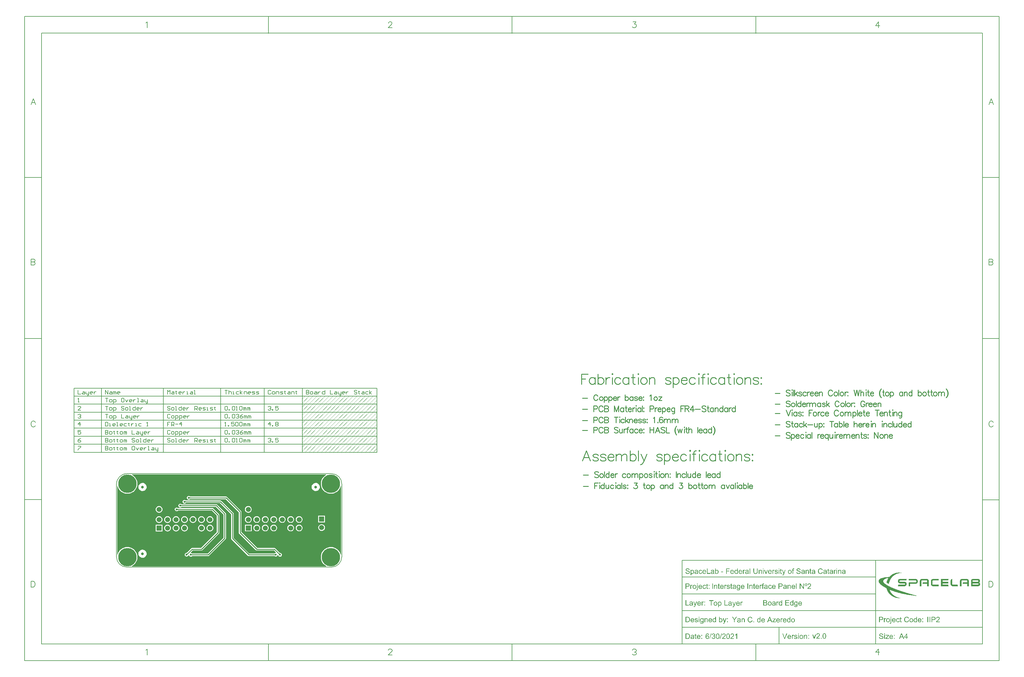
<source format=gtl>
G04*
G04 #@! TF.GenerationSoftware,Altium Limited,Altium Designer,18.1.7 (191)*
G04*
G04 Layer_Physical_Order=1*
G04 Layer_Color=255*
%FSLAX25Y25*%
%MOIN*%
G70*
G01*
G75*
%ADD10C,0.00787*%
%ADD11C,0.01000*%
%ADD14C,0.00100*%
%ADD15C,0.00700*%
%ADD16C,0.03200*%
%ADD22C,0.21654*%
%ADD23C,0.05906*%
%ADD24R,0.05906X0.05906*%
%ADD25R,0.05906X0.05906*%
%ADD26C,0.02362*%
G36*
X247466Y108933D02*
X245980Y108023D01*
X244564Y106814D01*
X243355Y105398D01*
X242382Y103811D01*
X241670Y102091D01*
X241235Y100281D01*
X241089Y98425D01*
X241235Y96569D01*
X241670Y94759D01*
X242382Y93039D01*
X243355Y91452D01*
X244564Y90036D01*
X245980Y88828D01*
X247567Y87855D01*
X249287Y87142D01*
X251097Y86708D01*
X252953Y86562D01*
X254809Y86708D01*
X256619Y87142D01*
X258339Y87855D01*
X259926Y88828D01*
X261341Y90036D01*
X262550Y91452D01*
X263523Y93039D01*
X264235Y94759D01*
X264445Y95633D01*
X264945Y95574D01*
Y14662D01*
X264445Y14603D01*
X264235Y15477D01*
X263523Y17197D01*
X262550Y18784D01*
X261341Y20200D01*
X259926Y21409D01*
X258339Y22381D01*
X256619Y23094D01*
X254809Y23528D01*
X252953Y23674D01*
X251097Y23528D01*
X249287Y23094D01*
X247567Y22381D01*
X245980Y21409D01*
X244564Y20200D01*
X243355Y18784D01*
X242382Y17197D01*
X241670Y15477D01*
X241235Y13667D01*
X241089Y11811D01*
X241235Y9955D01*
X241670Y8145D01*
X242382Y6425D01*
X243355Y4838D01*
X244564Y3422D01*
X245980Y2213D01*
X247466Y1303D01*
X247379Y803D01*
X18369D01*
X18282Y1303D01*
X19768Y2213D01*
X21184Y3422D01*
X22393Y4838D01*
X23366Y6425D01*
X24078Y8145D01*
X24512Y9955D01*
X24659Y11811D01*
X24512Y13667D01*
X24078Y15477D01*
X23366Y17197D01*
X22393Y18784D01*
X21184Y20200D01*
X19768Y21409D01*
X18181Y22381D01*
X16461Y23094D01*
X14651Y23528D01*
X12795Y23674D01*
X10939Y23528D01*
X9129Y23094D01*
X7409Y22381D01*
X5822Y21409D01*
X4407Y20200D01*
X3198Y18784D01*
X2225Y17197D01*
X1513Y15477D01*
X1303Y14603D01*
X803Y14662D01*
Y95574D01*
X1303Y95633D01*
X1513Y94759D01*
X2225Y93039D01*
X3198Y91452D01*
X4407Y90036D01*
X5822Y88828D01*
X7409Y87855D01*
X9129Y87142D01*
X10939Y86708D01*
X12795Y86562D01*
X14651Y86708D01*
X16461Y87142D01*
X18181Y87855D01*
X19768Y88828D01*
X21184Y90036D01*
X22393Y91452D01*
X23366Y93039D01*
X24078Y94759D01*
X24512Y96569D01*
X24659Y98425D01*
X24512Y100281D01*
X24078Y102091D01*
X23366Y103811D01*
X22393Y105398D01*
X21184Y106814D01*
X19768Y108023D01*
X18282Y108933D01*
X18369Y109433D01*
X247379D01*
X247466Y108933D01*
D02*
G37*
G36*
X799006Y-1464D02*
X799111Y-1474D01*
X799236Y-1493D01*
X799371Y-1512D01*
X799515Y-1541D01*
X799400Y-2214D01*
X799390D01*
X799361Y-2204D01*
X799313Y-2194D01*
X799255Y-2185D01*
X799179D01*
X799102Y-2175D01*
X798938Y-2166D01*
X798881D01*
X798823Y-2175D01*
X798746Y-2185D01*
X798669Y-2204D01*
X798583Y-2233D01*
X798506Y-2271D01*
X798439Y-2319D01*
X798429Y-2329D01*
X798419Y-2348D01*
X798390Y-2387D01*
X798371Y-2444D01*
X798343Y-2521D01*
X798314Y-2627D01*
X798304Y-2742D01*
X798294Y-2886D01*
Y-3300D01*
X799188D01*
Y-3905D01*
X798304D01*
Y-7874D01*
X797526D01*
Y-3905D01*
X796843D01*
Y-3300D01*
X797526D01*
Y-2819D01*
Y-2810D01*
Y-2800D01*
Y-2742D01*
X797535Y-2665D01*
Y-2560D01*
X797545Y-2454D01*
X797564Y-2339D01*
X797583Y-2233D01*
X797612Y-2137D01*
X797622Y-2127D01*
X797631Y-2089D01*
X797660Y-2031D01*
X797699Y-1964D01*
X797756Y-1877D01*
X797823Y-1801D01*
X797900Y-1724D01*
X797997Y-1647D01*
X798006Y-1637D01*
X798054Y-1618D01*
X798112Y-1589D01*
X798208Y-1551D01*
X798314Y-1512D01*
X798458Y-1483D01*
X798612Y-1464D01*
X798794Y-1455D01*
X798919D01*
X799006Y-1464D01*
D02*
G37*
G36*
X850064Y-2444D02*
X849285D01*
Y-1560D01*
X850064D01*
Y-2444D01*
D02*
G37*
G36*
X781957D02*
X781179D01*
Y-1560D01*
X781957D01*
Y-2444D01*
D02*
G37*
G36*
X763343D02*
X762565D01*
Y-1560D01*
X763343D01*
Y-2444D01*
D02*
G37*
G36*
X804704Y-1464D02*
X804772D01*
X804935Y-1483D01*
X805127Y-1512D01*
X805339Y-1551D01*
X805550Y-1608D01*
X805752Y-1685D01*
X805761D01*
X805771Y-1695D01*
X805800Y-1704D01*
X805838Y-1724D01*
X805934Y-1781D01*
X806059Y-1849D01*
X806194Y-1945D01*
X806328Y-2060D01*
X806463Y-2194D01*
X806578Y-2348D01*
X806588Y-2368D01*
X806626Y-2425D01*
X806674Y-2521D01*
X806722Y-2637D01*
X806780Y-2781D01*
X806838Y-2954D01*
X806876Y-3136D01*
X806895Y-3338D01*
X806098Y-3396D01*
Y-3386D01*
Y-3367D01*
X806088Y-3338D01*
X806079Y-3300D01*
X806059Y-3194D01*
X806021Y-3059D01*
X805963Y-2915D01*
X805886Y-2771D01*
X805781Y-2627D01*
X805656Y-2502D01*
X805637Y-2492D01*
X805588Y-2454D01*
X805502Y-2406D01*
X805387Y-2348D01*
X805233Y-2291D01*
X805041Y-2243D01*
X804820Y-2204D01*
X804560Y-2194D01*
X804435D01*
X804378Y-2204D01*
X804301D01*
X804137Y-2233D01*
X803955Y-2262D01*
X803772Y-2310D01*
X803599Y-2377D01*
X803522Y-2425D01*
X803455Y-2473D01*
X803445Y-2483D01*
X803407Y-2521D01*
X803349Y-2579D01*
X803292Y-2665D01*
X803224Y-2761D01*
X803176Y-2877D01*
X803138Y-3002D01*
X803119Y-3146D01*
Y-3165D01*
Y-3204D01*
X803128Y-3271D01*
X803148Y-3348D01*
X803176Y-3434D01*
X803224Y-3530D01*
X803282Y-3617D01*
X803359Y-3703D01*
X803368Y-3713D01*
X803417Y-3742D01*
X803445Y-3761D01*
X803484Y-3790D01*
X803541Y-3809D01*
X803609Y-3838D01*
X803686Y-3876D01*
X803772Y-3915D01*
X803868Y-3943D01*
X803984Y-3982D01*
X804118Y-4030D01*
X804262Y-4069D01*
X804426Y-4107D01*
X804608Y-4155D01*
X804618D01*
X804656Y-4165D01*
X804704Y-4174D01*
X804772Y-4193D01*
X804858Y-4213D01*
X804954Y-4241D01*
X805166Y-4290D01*
X805396Y-4357D01*
X805627Y-4424D01*
X805742Y-4453D01*
X805838Y-4491D01*
X805934Y-4530D01*
X806011Y-4559D01*
X806021D01*
X806040Y-4568D01*
X806059Y-4587D01*
X806098Y-4607D01*
X806194Y-4664D01*
X806319Y-4732D01*
X806453Y-4828D01*
X806588Y-4943D01*
X806713Y-5068D01*
X806818Y-5202D01*
X806828Y-5222D01*
X806857Y-5270D01*
X806905Y-5347D01*
X806953Y-5462D01*
X807001Y-5587D01*
X807049Y-5741D01*
X807078Y-5914D01*
X807088Y-6096D01*
Y-6106D01*
Y-6115D01*
Y-6144D01*
Y-6183D01*
X807068Y-6279D01*
X807049Y-6404D01*
X807020Y-6548D01*
X806963Y-6711D01*
X806895Y-6884D01*
X806799Y-7048D01*
X806790Y-7067D01*
X806742Y-7124D01*
X806684Y-7201D01*
X806588Y-7297D01*
X806472Y-7413D01*
X806328Y-7528D01*
X806155Y-7634D01*
X805963Y-7739D01*
X805954D01*
X805934Y-7749D01*
X805906Y-7759D01*
X805867Y-7778D01*
X805819Y-7797D01*
X805761Y-7816D01*
X805608Y-7855D01*
X805435Y-7903D01*
X805223Y-7941D01*
X805002Y-7970D01*
X804752Y-7980D01*
X804608D01*
X804541Y-7970D01*
X804454D01*
X804358Y-7960D01*
X804253Y-7951D01*
X804032Y-7922D01*
X803791Y-7874D01*
X803551Y-7816D01*
X803321Y-7739D01*
X803311D01*
X803292Y-7730D01*
X803263Y-7711D01*
X803224Y-7691D01*
X803119Y-7634D01*
X802994Y-7547D01*
X802840Y-7442D01*
X802696Y-7317D01*
X802542Y-7163D01*
X802407Y-6990D01*
Y-6980D01*
X802398Y-6971D01*
X802379Y-6942D01*
X802359Y-6903D01*
X802331Y-6855D01*
X802302Y-6798D01*
X802244Y-6654D01*
X802186Y-6490D01*
X802129Y-6288D01*
X802090Y-6077D01*
X802071Y-5846D01*
X802859Y-5779D01*
Y-5789D01*
Y-5798D01*
X802869Y-5856D01*
X802888Y-5942D01*
X802907Y-6058D01*
X802946Y-6183D01*
X802984Y-6317D01*
X803042Y-6442D01*
X803109Y-6567D01*
X803119Y-6577D01*
X803148Y-6615D01*
X803195Y-6673D01*
X803272Y-6740D01*
X803359Y-6817D01*
X803465Y-6903D01*
X803599Y-6980D01*
X803743Y-7057D01*
X803753D01*
X803763Y-7067D01*
X803820Y-7086D01*
X803907Y-7115D01*
X804032Y-7144D01*
X804166Y-7182D01*
X804339Y-7211D01*
X804522Y-7230D01*
X804714Y-7240D01*
X804791D01*
X804887Y-7230D01*
X804993Y-7220D01*
X805127Y-7211D01*
X805262Y-7182D01*
X805406Y-7153D01*
X805550Y-7105D01*
X805569Y-7096D01*
X805608Y-7076D01*
X805675Y-7048D01*
X805752Y-7000D01*
X805848Y-6942D01*
X805934Y-6875D01*
X806021Y-6798D01*
X806098Y-6711D01*
X806107Y-6702D01*
X806127Y-6663D01*
X806155Y-6615D01*
X806194Y-6548D01*
X806223Y-6471D01*
X806252Y-6375D01*
X806271Y-6279D01*
X806280Y-6173D01*
Y-6163D01*
Y-6125D01*
X806271Y-6067D01*
X806261Y-6000D01*
X806242Y-5914D01*
X806203Y-5827D01*
X806165Y-5741D01*
X806107Y-5654D01*
X806098Y-5644D01*
X806079Y-5616D01*
X806030Y-5577D01*
X805973Y-5520D01*
X805896Y-5462D01*
X805800Y-5404D01*
X805675Y-5337D01*
X805540Y-5279D01*
X805531Y-5270D01*
X805492Y-5260D01*
X805415Y-5241D01*
X805367Y-5222D01*
X805310Y-5202D01*
X805233Y-5183D01*
X805156Y-5164D01*
X805060Y-5135D01*
X804964Y-5106D01*
X804848Y-5077D01*
X804714Y-5049D01*
X804570Y-5010D01*
X804416Y-4972D01*
X804406D01*
X804378Y-4962D01*
X804329Y-4953D01*
X804272Y-4933D01*
X804205Y-4914D01*
X804128Y-4895D01*
X803945Y-4847D01*
X803743Y-4780D01*
X803541Y-4712D01*
X803359Y-4645D01*
X803272Y-4616D01*
X803205Y-4578D01*
X803195D01*
X803186Y-4568D01*
X803128Y-4530D01*
X803051Y-4482D01*
X802955Y-4414D01*
X802840Y-4328D01*
X802734Y-4232D01*
X802629Y-4117D01*
X802532Y-3992D01*
X802523Y-3972D01*
X802494Y-3924D01*
X802465Y-3857D01*
X802427Y-3761D01*
X802379Y-3646D01*
X802350Y-3511D01*
X802321Y-3357D01*
X802311Y-3204D01*
Y-3194D01*
Y-3184D01*
Y-3156D01*
Y-3117D01*
X802331Y-3031D01*
X802350Y-2915D01*
X802379Y-2771D01*
X802427Y-2627D01*
X802494Y-2464D01*
X802581Y-2310D01*
Y-2300D01*
X802590Y-2291D01*
X802629Y-2243D01*
X802696Y-2166D01*
X802782Y-2070D01*
X802888Y-1973D01*
X803022Y-1868D01*
X803186Y-1762D01*
X803368Y-1676D01*
X803378D01*
X803388Y-1666D01*
X803417Y-1656D01*
X803465Y-1637D01*
X803513Y-1627D01*
X803570Y-1608D01*
X803705Y-1560D01*
X803878Y-1522D01*
X804070Y-1493D01*
X804291Y-1464D01*
X804522Y-1455D01*
X804637D01*
X804704Y-1464D01*
D02*
G37*
G36*
X673893D02*
X673960D01*
X674124Y-1483D01*
X674316Y-1512D01*
X674527Y-1551D01*
X674739Y-1608D01*
X674940Y-1685D01*
X674950D01*
X674960Y-1695D01*
X674989Y-1704D01*
X675027Y-1724D01*
X675123Y-1781D01*
X675248Y-1849D01*
X675383Y-1945D01*
X675517Y-2060D01*
X675652Y-2194D01*
X675767Y-2348D01*
X675776Y-2368D01*
X675815Y-2425D01*
X675863Y-2521D01*
X675911Y-2637D01*
X675969Y-2781D01*
X676026Y-2954D01*
X676065Y-3136D01*
X676084Y-3338D01*
X675286Y-3396D01*
Y-3386D01*
Y-3367D01*
X675277Y-3338D01*
X675267Y-3300D01*
X675248Y-3194D01*
X675210Y-3059D01*
X675152Y-2915D01*
X675075Y-2771D01*
X674969Y-2627D01*
X674844Y-2502D01*
X674825Y-2492D01*
X674777Y-2454D01*
X674691Y-2406D01*
X674575Y-2348D01*
X674422Y-2291D01*
X674229Y-2243D01*
X674008Y-2204D01*
X673749Y-2194D01*
X673624D01*
X673566Y-2204D01*
X673489D01*
X673326Y-2233D01*
X673143Y-2262D01*
X672961Y-2310D01*
X672788Y-2377D01*
X672711Y-2425D01*
X672644Y-2473D01*
X672634Y-2483D01*
X672596Y-2521D01*
X672538Y-2579D01*
X672480Y-2665D01*
X672413Y-2761D01*
X672365Y-2877D01*
X672327Y-3002D01*
X672307Y-3146D01*
Y-3165D01*
Y-3204D01*
X672317Y-3271D01*
X672336Y-3348D01*
X672365Y-3434D01*
X672413Y-3530D01*
X672471Y-3617D01*
X672548Y-3703D01*
X672557Y-3713D01*
X672605Y-3742D01*
X672634Y-3761D01*
X672673Y-3790D01*
X672730Y-3809D01*
X672797Y-3838D01*
X672874Y-3876D01*
X672961Y-3915D01*
X673057Y-3943D01*
X673172Y-3982D01*
X673307Y-4030D01*
X673451Y-4069D01*
X673614Y-4107D01*
X673797Y-4155D01*
X673806D01*
X673845Y-4165D01*
X673893Y-4174D01*
X673960Y-4193D01*
X674047Y-4213D01*
X674143Y-4241D01*
X674354Y-4290D01*
X674585Y-4357D01*
X674816Y-4424D01*
X674931Y-4453D01*
X675027Y-4491D01*
X675123Y-4530D01*
X675200Y-4559D01*
X675210D01*
X675229Y-4568D01*
X675248Y-4587D01*
X675286Y-4607D01*
X675383Y-4664D01*
X675507Y-4732D01*
X675642Y-4828D01*
X675776Y-4943D01*
X675902Y-5068D01*
X676007Y-5202D01*
X676017Y-5222D01*
X676046Y-5270D01*
X676094Y-5347D01*
X676142Y-5462D01*
X676190Y-5587D01*
X676238Y-5741D01*
X676267Y-5914D01*
X676276Y-6096D01*
Y-6106D01*
Y-6115D01*
Y-6144D01*
Y-6183D01*
X676257Y-6279D01*
X676238Y-6404D01*
X676209Y-6548D01*
X676151Y-6711D01*
X676084Y-6884D01*
X675988Y-7048D01*
X675978Y-7067D01*
X675930Y-7124D01*
X675873Y-7201D01*
X675776Y-7297D01*
X675661Y-7413D01*
X675517Y-7528D01*
X675344Y-7634D01*
X675152Y-7739D01*
X675142D01*
X675123Y-7749D01*
X675094Y-7759D01*
X675056Y-7778D01*
X675008Y-7797D01*
X674950Y-7816D01*
X674796Y-7855D01*
X674623Y-7903D01*
X674412Y-7941D01*
X674191Y-7970D01*
X673941Y-7980D01*
X673797D01*
X673730Y-7970D01*
X673643D01*
X673547Y-7960D01*
X673441Y-7951D01*
X673220Y-7922D01*
X672980Y-7874D01*
X672740Y-7816D01*
X672509Y-7739D01*
X672500D01*
X672480Y-7730D01*
X672451Y-7711D01*
X672413Y-7691D01*
X672307Y-7634D01*
X672182Y-7547D01*
X672029Y-7442D01*
X671884Y-7317D01*
X671731Y-7163D01*
X671596Y-6990D01*
Y-6980D01*
X671587Y-6971D01*
X671567Y-6942D01*
X671548Y-6903D01*
X671519Y-6855D01*
X671490Y-6798D01*
X671433Y-6654D01*
X671375Y-6490D01*
X671317Y-6288D01*
X671279Y-6077D01*
X671260Y-5846D01*
X672048Y-5779D01*
Y-5789D01*
Y-5798D01*
X672057Y-5856D01*
X672077Y-5942D01*
X672096Y-6058D01*
X672134Y-6183D01*
X672173Y-6317D01*
X672230Y-6442D01*
X672298Y-6567D01*
X672307Y-6577D01*
X672336Y-6615D01*
X672384Y-6673D01*
X672461Y-6740D01*
X672548Y-6817D01*
X672653Y-6903D01*
X672788Y-6980D01*
X672932Y-7057D01*
X672942D01*
X672951Y-7067D01*
X673009Y-7086D01*
X673095Y-7115D01*
X673220Y-7144D01*
X673355Y-7182D01*
X673528Y-7211D01*
X673710Y-7230D01*
X673903Y-7240D01*
X673980D01*
X674076Y-7230D01*
X674181Y-7220D01*
X674316Y-7211D01*
X674450Y-7182D01*
X674594Y-7153D01*
X674739Y-7105D01*
X674758Y-7096D01*
X674796Y-7076D01*
X674864Y-7048D01*
X674940Y-7000D01*
X675037Y-6942D01*
X675123Y-6875D01*
X675210Y-6798D01*
X675286Y-6711D01*
X675296Y-6702D01*
X675315Y-6663D01*
X675344Y-6615D01*
X675383Y-6548D01*
X675411Y-6471D01*
X675440Y-6375D01*
X675459Y-6279D01*
X675469Y-6173D01*
Y-6163D01*
Y-6125D01*
X675459Y-6067D01*
X675450Y-6000D01*
X675431Y-5914D01*
X675392Y-5827D01*
X675354Y-5741D01*
X675296Y-5654D01*
X675286Y-5644D01*
X675267Y-5616D01*
X675219Y-5577D01*
X675162Y-5520D01*
X675085Y-5462D01*
X674989Y-5404D01*
X674864Y-5337D01*
X674729Y-5279D01*
X674719Y-5270D01*
X674681Y-5260D01*
X674604Y-5241D01*
X674556Y-5222D01*
X674498Y-5202D01*
X674422Y-5183D01*
X674345Y-5164D01*
X674249Y-5135D01*
X674153Y-5106D01*
X674037Y-5077D01*
X673903Y-5049D01*
X673758Y-5010D01*
X673605Y-4972D01*
X673595D01*
X673566Y-4962D01*
X673518Y-4953D01*
X673460Y-4933D01*
X673393Y-4914D01*
X673316Y-4895D01*
X673134Y-4847D01*
X672932Y-4780D01*
X672730Y-4712D01*
X672548Y-4645D01*
X672461Y-4616D01*
X672394Y-4578D01*
X672384D01*
X672375Y-4568D01*
X672317Y-4530D01*
X672240Y-4482D01*
X672144Y-4414D01*
X672029Y-4328D01*
X671923Y-4232D01*
X671817Y-4117D01*
X671721Y-3992D01*
X671711Y-3972D01*
X671683Y-3924D01*
X671654Y-3857D01*
X671615Y-3761D01*
X671567Y-3646D01*
X671538Y-3511D01*
X671510Y-3357D01*
X671500Y-3204D01*
Y-3194D01*
Y-3184D01*
Y-3156D01*
Y-3117D01*
X671519Y-3031D01*
X671538Y-2915D01*
X671567Y-2771D01*
X671615Y-2627D01*
X671683Y-2464D01*
X671769Y-2310D01*
Y-2300D01*
X671779Y-2291D01*
X671817Y-2243D01*
X671884Y-2166D01*
X671971Y-2070D01*
X672077Y-1973D01*
X672211Y-1868D01*
X672375Y-1762D01*
X672557Y-1676D01*
X672567D01*
X672576Y-1666D01*
X672605Y-1656D01*
X672653Y-1637D01*
X672701Y-1627D01*
X672759Y-1608D01*
X672893Y-1560D01*
X673067Y-1522D01*
X673259Y-1493D01*
X673480Y-1464D01*
X673710Y-1455D01*
X673826D01*
X673893Y-1464D01*
D02*
G37*
G36*
X830728D02*
X830805Y-1474D01*
X830901Y-1483D01*
X831007Y-1493D01*
X831122Y-1512D01*
X831372Y-1570D01*
X831641Y-1656D01*
X831776Y-1714D01*
X831910Y-1781D01*
X832035Y-1858D01*
X832160Y-1945D01*
X832170Y-1954D01*
X832189Y-1964D01*
X832218Y-1993D01*
X832266Y-2031D01*
X832314Y-2079D01*
X832381Y-2146D01*
X832448Y-2214D01*
X832516Y-2291D01*
X832592Y-2387D01*
X832660Y-2483D01*
X832737Y-2598D01*
X832814Y-2723D01*
X832881Y-2848D01*
X832948Y-2992D01*
X833063Y-3300D01*
X832237Y-3492D01*
Y-3482D01*
X832227Y-3463D01*
X832218Y-3425D01*
X832199Y-3376D01*
X832170Y-3319D01*
X832141Y-3252D01*
X832074Y-3108D01*
X831987Y-2944D01*
X831872Y-2771D01*
X831747Y-2617D01*
X831593Y-2483D01*
X831574Y-2473D01*
X831516Y-2435D01*
X831430Y-2387D01*
X831305Y-2319D01*
X831161Y-2262D01*
X830978Y-2214D01*
X830776Y-2175D01*
X830546Y-2166D01*
X830478D01*
X830430Y-2175D01*
X830363D01*
X830296Y-2185D01*
X830123Y-2214D01*
X829931Y-2252D01*
X829729Y-2319D01*
X829527Y-2406D01*
X829335Y-2521D01*
X829325D01*
X829315Y-2541D01*
X829258Y-2589D01*
X829171Y-2665D01*
X829066Y-2771D01*
X828960Y-2906D01*
X828845Y-3059D01*
X828739Y-3252D01*
X828652Y-3463D01*
Y-3473D01*
X828643Y-3492D01*
X828633Y-3521D01*
X828624Y-3569D01*
X828604Y-3617D01*
X828595Y-3684D01*
X828556Y-3838D01*
X828518Y-4020D01*
X828489Y-4222D01*
X828470Y-4443D01*
X828460Y-4674D01*
Y-4684D01*
Y-4712D01*
Y-4751D01*
Y-4808D01*
X828470Y-4876D01*
Y-4962D01*
X828479Y-5049D01*
X828489Y-5145D01*
X828518Y-5366D01*
X828556Y-5606D01*
X828614Y-5846D01*
X828691Y-6077D01*
Y-6087D01*
X828701Y-6106D01*
X828720Y-6135D01*
X828739Y-6173D01*
X828787Y-6288D01*
X828864Y-6413D01*
X828969Y-6567D01*
X829095Y-6711D01*
X829239Y-6855D01*
X829412Y-6980D01*
X829421D01*
X829431Y-6990D01*
X829460Y-7009D01*
X829498Y-7028D01*
X829604Y-7067D01*
X829738Y-7124D01*
X829892Y-7173D01*
X830075Y-7220D01*
X830276Y-7259D01*
X830488Y-7269D01*
X830555D01*
X830603Y-7259D01*
X830661D01*
X830738Y-7249D01*
X830901Y-7220D01*
X831084Y-7173D01*
X831286Y-7096D01*
X831478Y-7000D01*
X831670Y-6865D01*
X831680Y-6855D01*
X831689Y-6846D01*
X831747Y-6788D01*
X831833Y-6692D01*
X831939Y-6567D01*
X832045Y-6394D01*
X832160Y-6192D01*
X832256Y-5942D01*
X832333Y-5664D01*
X833169Y-5875D01*
Y-5885D01*
X833160Y-5923D01*
X833140Y-5971D01*
X833121Y-6048D01*
X833083Y-6125D01*
X833044Y-6231D01*
X833006Y-6336D01*
X832948Y-6452D01*
X832823Y-6711D01*
X832650Y-6971D01*
X832458Y-7220D01*
X832343Y-7336D01*
X832218Y-7442D01*
X832208Y-7451D01*
X832189Y-7461D01*
X832150Y-7490D01*
X832093Y-7528D01*
X832026Y-7566D01*
X831949Y-7615D01*
X831862Y-7663D01*
X831756Y-7711D01*
X831641Y-7759D01*
X831516Y-7807D01*
X831372Y-7855D01*
X831228Y-7893D01*
X830911Y-7960D01*
X830738Y-7970D01*
X830555Y-7980D01*
X830459D01*
X830382Y-7970D01*
X830296D01*
X830200Y-7960D01*
X830084Y-7941D01*
X829969Y-7932D01*
X829700Y-7874D01*
X829421Y-7807D01*
X829152Y-7701D01*
X829018Y-7643D01*
X828893Y-7566D01*
X828883Y-7557D01*
X828864Y-7547D01*
X828835Y-7518D01*
X828787Y-7490D01*
X828672Y-7394D01*
X828537Y-7259D01*
X828374Y-7096D01*
X828220Y-6884D01*
X828057Y-6644D01*
X827922Y-6365D01*
Y-6356D01*
X827912Y-6327D01*
X827893Y-6288D01*
X827874Y-6231D01*
X827845Y-6154D01*
X827816Y-6067D01*
X827787Y-5971D01*
X827759Y-5856D01*
X827730Y-5741D01*
X827701Y-5606D01*
X827643Y-5318D01*
X827605Y-5010D01*
X827595Y-4674D01*
Y-4664D01*
Y-4626D01*
Y-4578D01*
X827605Y-4510D01*
Y-4424D01*
X827614Y-4318D01*
X827624Y-4213D01*
X827643Y-4088D01*
X827691Y-3819D01*
X827749Y-3530D01*
X827845Y-3232D01*
X827970Y-2954D01*
Y-2944D01*
X827989Y-2925D01*
X828008Y-2886D01*
X828037Y-2829D01*
X828076Y-2771D01*
X828124Y-2704D01*
X828249Y-2541D01*
X828393Y-2358D01*
X828576Y-2175D01*
X828797Y-1993D01*
X829037Y-1839D01*
X829046D01*
X829066Y-1820D01*
X829104Y-1801D01*
X829162Y-1781D01*
X829219Y-1752D01*
X829296Y-1714D01*
X829392Y-1685D01*
X829488Y-1647D01*
X829594Y-1608D01*
X829710Y-1579D01*
X829969Y-1512D01*
X830257Y-1474D01*
X830565Y-1455D01*
X830661D01*
X830728Y-1464D01*
D02*
G37*
G36*
X732927Y-7874D02*
X732206D01*
Y-7307D01*
X732197Y-7317D01*
X732187Y-7336D01*
X732158Y-7365D01*
X732120Y-7413D01*
X732082Y-7461D01*
X732024Y-7518D01*
X731957Y-7576D01*
X731880Y-7643D01*
X731793Y-7701D01*
X731697Y-7768D01*
X731591Y-7826D01*
X731486Y-7874D01*
X731361Y-7922D01*
X731226Y-7951D01*
X731082Y-7970D01*
X730928Y-7980D01*
X730871D01*
X730832Y-7970D01*
X730726Y-7960D01*
X730602Y-7941D01*
X730438Y-7903D01*
X730275Y-7855D01*
X730092Y-7778D01*
X729919Y-7682D01*
X729910D01*
X729900Y-7672D01*
X729842Y-7624D01*
X729766Y-7557D01*
X729660Y-7461D01*
X729554Y-7345D01*
X729429Y-7201D01*
X729323Y-7038D01*
X729218Y-6846D01*
Y-6836D01*
X729208Y-6817D01*
X729199Y-6788D01*
X729179Y-6750D01*
X729160Y-6702D01*
X729141Y-6634D01*
X729093Y-6481D01*
X729045Y-6298D01*
X729006Y-6087D01*
X728977Y-5856D01*
X728968Y-5596D01*
Y-5587D01*
Y-5568D01*
Y-5529D01*
Y-5481D01*
X728977Y-5424D01*
Y-5347D01*
X728997Y-5183D01*
X729026Y-4991D01*
X729064Y-4789D01*
X729112Y-4568D01*
X729189Y-4357D01*
Y-4347D01*
X729199Y-4328D01*
X729218Y-4299D01*
X729237Y-4261D01*
X729285Y-4165D01*
X729362Y-4040D01*
X729458Y-3895D01*
X729573Y-3751D01*
X729708Y-3617D01*
X729871Y-3492D01*
X729881D01*
X729890Y-3482D01*
X729948Y-3444D01*
X730044Y-3396D01*
X730169Y-3338D01*
X730323Y-3290D01*
X730496Y-3242D01*
X730688Y-3204D01*
X730890Y-3194D01*
X730957D01*
X731034Y-3204D01*
X731140Y-3213D01*
X731246Y-3242D01*
X731370Y-3271D01*
X731495Y-3319D01*
X731620Y-3376D01*
X731639Y-3386D01*
X731678Y-3405D01*
X731736Y-3444D01*
X731812Y-3501D01*
X731889Y-3559D01*
X731985Y-3636D01*
X732072Y-3732D01*
X732149Y-3828D01*
Y-1560D01*
X732927D01*
Y-7874D01*
D02*
G37*
G36*
X679553Y-3213D02*
X679688Y-3232D01*
X679851Y-3271D01*
X680024Y-3319D01*
X680197Y-3396D01*
X680370Y-3501D01*
X680380D01*
X680389Y-3511D01*
X680447Y-3559D01*
X680524Y-3626D01*
X680630Y-3723D01*
X680735Y-3838D01*
X680851Y-3992D01*
X680956Y-4155D01*
X681052Y-4357D01*
Y-4366D01*
X681062Y-4386D01*
X681072Y-4414D01*
X681091Y-4453D01*
X681110Y-4501D01*
X681129Y-4568D01*
X681168Y-4712D01*
X681206Y-4895D01*
X681245Y-5097D01*
X681274Y-5318D01*
X681283Y-5558D01*
Y-5568D01*
Y-5587D01*
Y-5625D01*
Y-5673D01*
X681274Y-5741D01*
Y-5808D01*
X681254Y-5981D01*
X681216Y-6173D01*
X681177Y-6385D01*
X681110Y-6605D01*
X681024Y-6826D01*
Y-6836D01*
X681014Y-6855D01*
X680995Y-6884D01*
X680976Y-6923D01*
X680918Y-7019D01*
X680841Y-7144D01*
X680735Y-7278D01*
X680610Y-7422D01*
X680466Y-7557D01*
X680293Y-7682D01*
X680284D01*
X680274Y-7691D01*
X680245Y-7711D01*
X680207Y-7730D01*
X680111Y-7778D01*
X679986Y-7826D01*
X679832Y-7884D01*
X679669Y-7932D01*
X679476Y-7970D01*
X679284Y-7980D01*
X679217D01*
X679150Y-7970D01*
X679053Y-7960D01*
X678948Y-7941D01*
X678832Y-7913D01*
X678708Y-7874D01*
X678592Y-7826D01*
X678583Y-7816D01*
X678544Y-7797D01*
X678487Y-7759D01*
X678419Y-7711D01*
X678333Y-7653D01*
X678256Y-7586D01*
X678169Y-7499D01*
X678093Y-7413D01*
Y-9623D01*
X677314D01*
Y-3300D01*
X678025D01*
Y-3895D01*
X678035Y-3876D01*
X678064Y-3838D01*
X678121Y-3780D01*
X678189Y-3703D01*
X678265Y-3617D01*
X678362Y-3530D01*
X678467Y-3444D01*
X678583Y-3376D01*
X678602Y-3367D01*
X678640Y-3348D01*
X678708Y-3319D01*
X678794Y-3280D01*
X678909Y-3252D01*
X679034Y-3223D01*
X679178Y-3204D01*
X679342Y-3194D01*
X679438D01*
X679553Y-3213D01*
D02*
G37*
G36*
X853542Y-3204D02*
X853638Y-3213D01*
X853754Y-3232D01*
X853888Y-3261D01*
X854013Y-3300D01*
X854148Y-3348D01*
X854167Y-3357D01*
X854205Y-3376D01*
X854263Y-3405D01*
X854340Y-3453D01*
X854426Y-3511D01*
X854513Y-3578D01*
X854599Y-3655D01*
X854667Y-3742D01*
X854676Y-3751D01*
X854696Y-3780D01*
X854724Y-3838D01*
X854763Y-3905D01*
X854801Y-3982D01*
X854840Y-4078D01*
X854878Y-4193D01*
X854907Y-4309D01*
Y-4318D01*
X854916Y-4347D01*
X854926Y-4405D01*
X854936Y-4482D01*
Y-4587D01*
X854945Y-4722D01*
X854955Y-4876D01*
Y-5068D01*
Y-7874D01*
X854177D01*
Y-5097D01*
Y-5087D01*
Y-5077D01*
Y-5020D01*
Y-4933D01*
X854167Y-4828D01*
X854157Y-4722D01*
X854138Y-4597D01*
X854109Y-4491D01*
X854080Y-4395D01*
Y-4386D01*
X854061Y-4357D01*
X854042Y-4309D01*
X854013Y-4261D01*
X853965Y-4193D01*
X853907Y-4136D01*
X853840Y-4069D01*
X853763Y-4011D01*
X853754Y-4001D01*
X853725Y-3992D01*
X853677Y-3963D01*
X853610Y-3934D01*
X853533Y-3915D01*
X853437Y-3886D01*
X853341Y-3876D01*
X853225Y-3867D01*
X853139D01*
X853052Y-3886D01*
X852927Y-3905D01*
X852793Y-3943D01*
X852658Y-4001D01*
X852504Y-4078D01*
X852370Y-4184D01*
X852351Y-4203D01*
X852312Y-4251D01*
X852255Y-4328D01*
X852226Y-4386D01*
X852197Y-4453D01*
X852159Y-4530D01*
X852130Y-4616D01*
X852101Y-4712D01*
X852072Y-4818D01*
X852043Y-4943D01*
X852034Y-5077D01*
X852014Y-5222D01*
Y-5375D01*
Y-7874D01*
X851236D01*
Y-3300D01*
X851937D01*
Y-3953D01*
X851947Y-3943D01*
X851957Y-3924D01*
X851985Y-3886D01*
X852034Y-3838D01*
X852082Y-3780D01*
X852149Y-3713D01*
X852216Y-3646D01*
X852303Y-3569D01*
X852408Y-3501D01*
X852514Y-3434D01*
X852629Y-3367D01*
X852764Y-3309D01*
X852899Y-3261D01*
X853052Y-3223D01*
X853216Y-3204D01*
X853389Y-3194D01*
X853456D01*
X853542Y-3204D01*
D02*
G37*
G36*
X815333D02*
X815429Y-3213D01*
X815544Y-3232D01*
X815679Y-3261D01*
X815804Y-3300D01*
X815938Y-3348D01*
X815958Y-3357D01*
X815996Y-3376D01*
X816054Y-3405D01*
X816131Y-3453D01*
X816217Y-3511D01*
X816304Y-3578D01*
X816390Y-3655D01*
X816457Y-3742D01*
X816467Y-3751D01*
X816486Y-3780D01*
X816515Y-3838D01*
X816553Y-3905D01*
X816592Y-3982D01*
X816630Y-4078D01*
X816669Y-4193D01*
X816698Y-4309D01*
Y-4318D01*
X816707Y-4347D01*
X816717Y-4405D01*
X816726Y-4482D01*
Y-4587D01*
X816736Y-4722D01*
X816746Y-4876D01*
Y-5068D01*
Y-7874D01*
X815967D01*
Y-5097D01*
Y-5087D01*
Y-5077D01*
Y-5020D01*
Y-4933D01*
X815958Y-4828D01*
X815948Y-4722D01*
X815929Y-4597D01*
X815900Y-4491D01*
X815871Y-4395D01*
Y-4386D01*
X815852Y-4357D01*
X815833Y-4309D01*
X815804Y-4261D01*
X815756Y-4193D01*
X815698Y-4136D01*
X815631Y-4069D01*
X815554Y-4011D01*
X815544Y-4001D01*
X815516Y-3992D01*
X815467Y-3963D01*
X815400Y-3934D01*
X815323Y-3915D01*
X815227Y-3886D01*
X815131Y-3876D01*
X815016Y-3867D01*
X814929D01*
X814843Y-3886D01*
X814718Y-3905D01*
X814583Y-3943D01*
X814449Y-4001D01*
X814295Y-4078D01*
X814161Y-4184D01*
X814141Y-4203D01*
X814103Y-4251D01*
X814045Y-4328D01*
X814016Y-4386D01*
X813988Y-4453D01*
X813949Y-4530D01*
X813920Y-4616D01*
X813892Y-4712D01*
X813863Y-4818D01*
X813834Y-4943D01*
X813824Y-5077D01*
X813805Y-5222D01*
Y-5375D01*
Y-7874D01*
X813027D01*
Y-3300D01*
X813728D01*
Y-3953D01*
X813738Y-3943D01*
X813747Y-3924D01*
X813776Y-3886D01*
X813824Y-3838D01*
X813872Y-3780D01*
X813939Y-3713D01*
X814007Y-3646D01*
X814093Y-3569D01*
X814199Y-3501D01*
X814305Y-3434D01*
X814420Y-3367D01*
X814555Y-3309D01*
X814689Y-3261D01*
X814843Y-3223D01*
X815006Y-3204D01*
X815179Y-3194D01*
X815246D01*
X815333Y-3204D01*
D02*
G37*
G36*
X759960D02*
X760056Y-3213D01*
X760172Y-3232D01*
X760306Y-3261D01*
X760431Y-3300D01*
X760566Y-3348D01*
X760585Y-3357D01*
X760623Y-3376D01*
X760681Y-3405D01*
X760758Y-3453D01*
X760844Y-3511D01*
X760931Y-3578D01*
X761017Y-3655D01*
X761085Y-3742D01*
X761094Y-3751D01*
X761113Y-3780D01*
X761142Y-3838D01*
X761181Y-3905D01*
X761219Y-3982D01*
X761258Y-4078D01*
X761296Y-4193D01*
X761325Y-4309D01*
Y-4318D01*
X761334Y-4347D01*
X761344Y-4405D01*
X761354Y-4482D01*
Y-4587D01*
X761363Y-4722D01*
X761373Y-4876D01*
Y-5068D01*
Y-7874D01*
X760594D01*
Y-5097D01*
Y-5087D01*
Y-5077D01*
Y-5020D01*
Y-4933D01*
X760585Y-4828D01*
X760575Y-4722D01*
X760556Y-4597D01*
X760527Y-4491D01*
X760498Y-4395D01*
Y-4386D01*
X760479Y-4357D01*
X760460Y-4309D01*
X760431Y-4261D01*
X760383Y-4193D01*
X760325Y-4136D01*
X760258Y-4069D01*
X760181Y-4011D01*
X760172Y-4001D01*
X760143Y-3992D01*
X760095Y-3963D01*
X760027Y-3934D01*
X759950Y-3915D01*
X759854Y-3886D01*
X759758Y-3876D01*
X759643Y-3867D01*
X759556D01*
X759470Y-3886D01*
X759345Y-3905D01*
X759211Y-3943D01*
X759076Y-4001D01*
X758922Y-4078D01*
X758788Y-4184D01*
X758769Y-4203D01*
X758730Y-4251D01*
X758672Y-4328D01*
X758644Y-4386D01*
X758615Y-4453D01*
X758576Y-4530D01*
X758547Y-4616D01*
X758519Y-4712D01*
X758490Y-4818D01*
X758461Y-4943D01*
X758451Y-5077D01*
X758432Y-5222D01*
Y-5375D01*
Y-7874D01*
X757654D01*
Y-3300D01*
X758355D01*
Y-3953D01*
X758365Y-3943D01*
X758375Y-3924D01*
X758403Y-3886D01*
X758451Y-3838D01*
X758499Y-3780D01*
X758567Y-3713D01*
X758634Y-3646D01*
X758720Y-3569D01*
X758826Y-3501D01*
X758932Y-3434D01*
X759047Y-3367D01*
X759182Y-3309D01*
X759316Y-3261D01*
X759470Y-3223D01*
X759633Y-3204D01*
X759806Y-3194D01*
X759874D01*
X759960Y-3204D01*
D02*
G37*
G36*
X848170D02*
X848276Y-3223D01*
X848391Y-3261D01*
X848526Y-3300D01*
X848670Y-3367D01*
X848824Y-3453D01*
X848545Y-4165D01*
X848536Y-4155D01*
X848497Y-4136D01*
X848439Y-4107D01*
X848372Y-4078D01*
X848286Y-4049D01*
X848190Y-4020D01*
X848084Y-4001D01*
X847978Y-3992D01*
X847940D01*
X847892Y-4001D01*
X847824Y-4011D01*
X847757Y-4030D01*
X847680Y-4059D01*
X847603Y-4097D01*
X847526Y-4145D01*
X847517Y-4155D01*
X847498Y-4174D01*
X847459Y-4213D01*
X847421Y-4261D01*
X847373Y-4318D01*
X847325Y-4395D01*
X847286Y-4482D01*
X847248Y-4578D01*
X847238Y-4597D01*
X847229Y-4645D01*
X847209Y-4732D01*
X847190Y-4847D01*
X847161Y-4981D01*
X847142Y-5135D01*
X847132Y-5299D01*
X847123Y-5481D01*
Y-7874D01*
X846344D01*
Y-3300D01*
X847046D01*
Y-3982D01*
X847056Y-3972D01*
X847094Y-3915D01*
X847142Y-3828D01*
X847200Y-3732D01*
X847277Y-3626D01*
X847363Y-3521D01*
X847440Y-3425D01*
X847526Y-3357D01*
X847536Y-3348D01*
X847565Y-3328D01*
X847613Y-3309D01*
X847680Y-3271D01*
X847748Y-3242D01*
X847834Y-3223D01*
X847930Y-3204D01*
X848026Y-3194D01*
X848093D01*
X848170Y-3204D01*
D02*
G37*
G36*
X775653D02*
X775759Y-3223D01*
X775874Y-3261D01*
X776009Y-3300D01*
X776153Y-3367D01*
X776307Y-3453D01*
X776028Y-4165D01*
X776018Y-4155D01*
X775980Y-4136D01*
X775922Y-4107D01*
X775855Y-4078D01*
X775769Y-4049D01*
X775672Y-4020D01*
X775567Y-4001D01*
X775461Y-3992D01*
X775423D01*
X775375Y-4001D01*
X775307Y-4011D01*
X775240Y-4030D01*
X775163Y-4059D01*
X775086Y-4097D01*
X775009Y-4145D01*
X775000Y-4155D01*
X774981Y-4174D01*
X774942Y-4213D01*
X774904Y-4261D01*
X774856Y-4318D01*
X774808Y-4395D01*
X774769Y-4482D01*
X774731Y-4578D01*
X774721Y-4597D01*
X774712Y-4645D01*
X774692Y-4732D01*
X774673Y-4847D01*
X774644Y-4981D01*
X774625Y-5135D01*
X774615Y-5299D01*
X774606Y-5481D01*
Y-7874D01*
X773827D01*
Y-3300D01*
X774529D01*
Y-3982D01*
X774539Y-3972D01*
X774577Y-3915D01*
X774625Y-3828D01*
X774683Y-3732D01*
X774759Y-3626D01*
X774846Y-3521D01*
X774923Y-3425D01*
X775009Y-3357D01*
X775019Y-3348D01*
X775048Y-3328D01*
X775096Y-3309D01*
X775163Y-3271D01*
X775230Y-3242D01*
X775317Y-3223D01*
X775413Y-3204D01*
X775509Y-3194D01*
X775576D01*
X775653Y-3204D01*
D02*
G37*
G36*
X740875D02*
X740980Y-3223D01*
X741096Y-3261D01*
X741230Y-3300D01*
X741374Y-3367D01*
X741528Y-3453D01*
X741250Y-4165D01*
X741240Y-4155D01*
X741201Y-4136D01*
X741144Y-4107D01*
X741077Y-4078D01*
X740990Y-4049D01*
X740894Y-4020D01*
X740788Y-4001D01*
X740683Y-3992D01*
X740644D01*
X740596Y-4001D01*
X740529Y-4011D01*
X740461Y-4030D01*
X740385Y-4059D01*
X740308Y-4097D01*
X740231Y-4145D01*
X740221Y-4155D01*
X740202Y-4174D01*
X740164Y-4213D01*
X740125Y-4261D01*
X740077Y-4318D01*
X740029Y-4395D01*
X739991Y-4482D01*
X739952Y-4578D01*
X739943Y-4597D01*
X739933Y-4645D01*
X739914Y-4732D01*
X739894Y-4847D01*
X739866Y-4981D01*
X739846Y-5135D01*
X739837Y-5299D01*
X739827Y-5481D01*
Y-7874D01*
X739049D01*
Y-3300D01*
X739750D01*
Y-3982D01*
X739760Y-3972D01*
X739798Y-3915D01*
X739846Y-3828D01*
X739904Y-3732D01*
X739981Y-3626D01*
X740067Y-3521D01*
X740144Y-3425D01*
X740231Y-3357D01*
X740240Y-3348D01*
X740269Y-3328D01*
X740317Y-3309D01*
X740385Y-3271D01*
X740452Y-3242D01*
X740538Y-3223D01*
X740634Y-3204D01*
X740730Y-3194D01*
X740798D01*
X740875Y-3204D01*
D02*
G37*
G36*
X778450D02*
X778575Y-3213D01*
X778728Y-3232D01*
X778882Y-3261D01*
X779046Y-3300D01*
X779199Y-3357D01*
X779209D01*
X779219Y-3367D01*
X779267Y-3386D01*
X779344Y-3425D01*
X779430Y-3463D01*
X779526Y-3530D01*
X779632Y-3598D01*
X779728Y-3684D01*
X779805Y-3780D01*
X779814Y-3790D01*
X779834Y-3828D01*
X779872Y-3886D01*
X779920Y-3963D01*
X779959Y-4059D01*
X780007Y-4184D01*
X780045Y-4318D01*
X780084Y-4472D01*
X779324Y-4578D01*
Y-4559D01*
X779315Y-4520D01*
X779295Y-4453D01*
X779267Y-4376D01*
X779228Y-4290D01*
X779171Y-4203D01*
X779103Y-4107D01*
X779017Y-4030D01*
X779007Y-4020D01*
X778969Y-4001D01*
X778911Y-3963D01*
X778834Y-3924D01*
X778738Y-3895D01*
X778613Y-3857D01*
X778479Y-3838D01*
X778315Y-3828D01*
X778229D01*
X778133Y-3838D01*
X778017Y-3847D01*
X777892Y-3876D01*
X777768Y-3905D01*
X777642Y-3953D01*
X777546Y-4011D01*
X777537Y-4020D01*
X777508Y-4040D01*
X777479Y-4078D01*
X777441Y-4126D01*
X777393Y-4184D01*
X777364Y-4261D01*
X777335Y-4338D01*
X777325Y-4424D01*
Y-4434D01*
Y-4453D01*
X777335Y-4482D01*
Y-4520D01*
X777364Y-4607D01*
X777412Y-4703D01*
X777422Y-4712D01*
X777431Y-4722D01*
X777489Y-4770D01*
X777527Y-4808D01*
X777575Y-4837D01*
X777642Y-4876D01*
X777710Y-4905D01*
X777719D01*
X777739Y-4914D01*
X777777Y-4924D01*
X777844Y-4943D01*
X777931Y-4972D01*
X778056Y-5010D01*
X778209Y-5049D01*
X778296Y-5077D01*
X778402Y-5106D01*
X778411D01*
X778440Y-5116D01*
X778479Y-5126D01*
X778536Y-5145D01*
X778604Y-5164D01*
X778680Y-5183D01*
X778853Y-5231D01*
X779046Y-5289D01*
X779238Y-5356D01*
X779411Y-5414D01*
X779488Y-5443D01*
X779555Y-5472D01*
X779574Y-5481D01*
X779613Y-5500D01*
X779670Y-5529D01*
X779738Y-5568D01*
X779824Y-5625D01*
X779911Y-5702D01*
X779987Y-5779D01*
X780064Y-5875D01*
X780074Y-5885D01*
X780093Y-5923D01*
X780122Y-5981D01*
X780160Y-6058D01*
X780199Y-6154D01*
X780228Y-6269D01*
X780247Y-6394D01*
X780257Y-6538D01*
Y-6558D01*
Y-6605D01*
X780247Y-6682D01*
X780228Y-6769D01*
X780199Y-6884D01*
X780160Y-7009D01*
X780103Y-7134D01*
X780026Y-7269D01*
X780016Y-7288D01*
X779987Y-7326D01*
X779930Y-7384D01*
X779853Y-7461D01*
X779766Y-7547D01*
X779651Y-7634D01*
X779517Y-7720D01*
X779363Y-7797D01*
X779344Y-7807D01*
X779286Y-7826D01*
X779199Y-7855D01*
X779084Y-7884D01*
X778940Y-7922D01*
X778777Y-7951D01*
X778594Y-7970D01*
X778402Y-7980D01*
X778315D01*
X778258Y-7970D01*
X778181D01*
X778094Y-7960D01*
X777892Y-7932D01*
X777671Y-7893D01*
X777450Y-7826D01*
X777229Y-7739D01*
X777133Y-7682D01*
X777037Y-7615D01*
X777028D01*
X777018Y-7595D01*
X776960Y-7547D01*
X776883Y-7461D01*
X776787Y-7336D01*
X776691Y-7182D01*
X776595Y-6990D01*
X776509Y-6769D01*
X776451Y-6509D01*
X777220Y-6385D01*
Y-6394D01*
Y-6404D01*
X777229Y-6461D01*
X777258Y-6548D01*
X777287Y-6654D01*
X777335Y-6769D01*
X777393Y-6884D01*
X777479Y-7000D01*
X777575Y-7105D01*
X777585Y-7115D01*
X777633Y-7144D01*
X777700Y-7182D01*
X777787Y-7220D01*
X777912Y-7269D01*
X778046Y-7307D01*
X778219Y-7336D01*
X778402Y-7345D01*
X778488D01*
X778584Y-7336D01*
X778700Y-7317D01*
X778834Y-7297D01*
X778969Y-7259D01*
X779094Y-7201D01*
X779199Y-7134D01*
X779209Y-7124D01*
X779238Y-7096D01*
X779286Y-7048D01*
X779334Y-6990D01*
X779372Y-6913D01*
X779420Y-6817D01*
X779449Y-6721D01*
X779459Y-6615D01*
Y-6605D01*
Y-6567D01*
X779449Y-6529D01*
X779430Y-6461D01*
X779401Y-6404D01*
X779363Y-6327D01*
X779305Y-6260D01*
X779228Y-6202D01*
X779219Y-6192D01*
X779190Y-6183D01*
X779142Y-6163D01*
X779065Y-6125D01*
X778959Y-6096D01*
X778825Y-6048D01*
X778738Y-6019D01*
X778652Y-6000D01*
X778546Y-5971D01*
X778431Y-5942D01*
X778421D01*
X778392Y-5933D01*
X778354Y-5923D01*
X778296Y-5904D01*
X778219Y-5885D01*
X778142Y-5866D01*
X777960Y-5808D01*
X777768Y-5750D01*
X777566Y-5692D01*
X777383Y-5625D01*
X777306Y-5596D01*
X777239Y-5568D01*
X777229Y-5558D01*
X777181Y-5539D01*
X777124Y-5500D01*
X777056Y-5452D01*
X776970Y-5395D01*
X776893Y-5318D01*
X776806Y-5231D01*
X776739Y-5135D01*
X776730Y-5126D01*
X776710Y-5087D01*
X776691Y-5029D01*
X776662Y-4953D01*
X776624Y-4866D01*
X776605Y-4760D01*
X776585Y-4645D01*
X776576Y-4520D01*
Y-4510D01*
Y-4472D01*
X776585Y-4405D01*
X776595Y-4338D01*
X776605Y-4251D01*
X776634Y-4155D01*
X776662Y-4049D01*
X776710Y-3953D01*
X776720Y-3943D01*
X776739Y-3905D01*
X776768Y-3857D01*
X776816Y-3799D01*
X776864Y-3732D01*
X776931Y-3665D01*
X777008Y-3588D01*
X777095Y-3521D01*
X777104Y-3511D01*
X777133Y-3501D01*
X777172Y-3473D01*
X777229Y-3444D01*
X777297Y-3405D01*
X777383Y-3367D01*
X777479Y-3328D01*
X777585Y-3290D01*
X777604D01*
X777642Y-3271D01*
X777700Y-3261D01*
X777787Y-3242D01*
X777892Y-3223D01*
X777998Y-3213D01*
X778123Y-3194D01*
X778344D01*
X778450Y-3204D01*
D02*
G37*
G36*
X689086D02*
X689154D01*
X689221Y-3213D01*
X689394Y-3242D01*
X689586Y-3290D01*
X689797Y-3357D01*
X689999Y-3453D01*
X690182Y-3578D01*
X690192D01*
X690201Y-3598D01*
X690259Y-3646D01*
X690336Y-3732D01*
X690432Y-3847D01*
X690538Y-4001D01*
X690634Y-4184D01*
X690720Y-4405D01*
X690787Y-4645D01*
X690038Y-4760D01*
Y-4751D01*
X690028Y-4741D01*
X690019Y-4684D01*
X689990Y-4607D01*
X689951Y-4501D01*
X689894Y-4386D01*
X689826Y-4270D01*
X689749Y-4165D01*
X689653Y-4069D01*
X689644Y-4059D01*
X689605Y-4030D01*
X689548Y-3992D01*
X689471Y-3943D01*
X689375Y-3905D01*
X689269Y-3867D01*
X689134Y-3838D01*
X689000Y-3828D01*
X688942D01*
X688904Y-3838D01*
X688798Y-3847D01*
X688664Y-3876D01*
X688510Y-3934D01*
X688356Y-4011D01*
X688193Y-4107D01*
X688116Y-4174D01*
X688049Y-4251D01*
X688029Y-4270D01*
X688020Y-4299D01*
X687991Y-4328D01*
X687962Y-4376D01*
X687933Y-4434D01*
X687904Y-4501D01*
X687876Y-4578D01*
X687837Y-4664D01*
X687808Y-4760D01*
X687779Y-4876D01*
X687751Y-4991D01*
X687722Y-5126D01*
X687712Y-5270D01*
X687693Y-5424D01*
Y-5587D01*
Y-5596D01*
Y-5625D01*
Y-5673D01*
X687703Y-5741D01*
Y-5818D01*
X687712Y-5904D01*
X687741Y-6096D01*
X687779Y-6317D01*
X687837Y-6548D01*
X687924Y-6750D01*
X687981Y-6846D01*
X688039Y-6932D01*
X688058Y-6951D01*
X688106Y-7000D01*
X688183Y-7067D01*
X688289Y-7134D01*
X688414Y-7211D01*
X688577Y-7278D01*
X688750Y-7326D01*
X688846Y-7336D01*
X688952Y-7345D01*
X689029D01*
X689115Y-7326D01*
X689221Y-7307D01*
X689336Y-7278D01*
X689471Y-7230D01*
X689596Y-7163D01*
X689711Y-7067D01*
X689721Y-7057D01*
X689759Y-7009D01*
X689817Y-6951D01*
X689874Y-6855D01*
X689942Y-6730D01*
X690009Y-6586D01*
X690067Y-6404D01*
X690105Y-6202D01*
X690864Y-6308D01*
Y-6317D01*
X690855Y-6346D01*
X690845Y-6385D01*
X690835Y-6432D01*
X690816Y-6500D01*
X690797Y-6577D01*
X690739Y-6759D01*
X690653Y-6951D01*
X690538Y-7163D01*
X690393Y-7355D01*
X690220Y-7538D01*
X690211D01*
X690201Y-7557D01*
X690172Y-7576D01*
X690134Y-7605D01*
X690076Y-7643D01*
X690019Y-7682D01*
X689874Y-7759D01*
X689692Y-7836D01*
X689471Y-7913D01*
X689230Y-7960D01*
X689096Y-7970D01*
X688962Y-7980D01*
X688875D01*
X688808Y-7970D01*
X688731Y-7960D01*
X688635Y-7951D01*
X688539Y-7932D01*
X688423Y-7903D01*
X688183Y-7836D01*
X688058Y-7778D01*
X687933Y-7720D01*
X687808Y-7653D01*
X687693Y-7576D01*
X687578Y-7480D01*
X687462Y-7374D01*
X687453Y-7365D01*
X687433Y-7345D01*
X687414Y-7307D01*
X687376Y-7259D01*
X687328Y-7192D01*
X687280Y-7115D01*
X687232Y-7028D01*
X687184Y-6923D01*
X687126Y-6807D01*
X687078Y-6673D01*
X687030Y-6529D01*
X686982Y-6365D01*
X686943Y-6202D01*
X686924Y-6010D01*
X686905Y-5818D01*
X686895Y-5606D01*
Y-5596D01*
Y-5577D01*
Y-5529D01*
Y-5481D01*
X686905Y-5414D01*
Y-5347D01*
X686924Y-5164D01*
X686953Y-4962D01*
X687001Y-4751D01*
X687059Y-4520D01*
X687136Y-4309D01*
Y-4299D01*
X687145Y-4280D01*
X687164Y-4251D01*
X687184Y-4213D01*
X687241Y-4117D01*
X687318Y-3992D01*
X687424Y-3857D01*
X687549Y-3723D01*
X687703Y-3588D01*
X687876Y-3473D01*
X687885D01*
X687895Y-3463D01*
X687924Y-3444D01*
X687962Y-3425D01*
X688068Y-3386D01*
X688202Y-3328D01*
X688356Y-3280D01*
X688548Y-3232D01*
X688750Y-3204D01*
X688962Y-3194D01*
X689038D01*
X689086Y-3204D01*
D02*
G37*
G36*
X715658Y-5981D02*
X713284D01*
Y-5202D01*
X715658D01*
Y-5981D01*
D02*
G37*
G36*
X766514Y-7874D02*
X765784D01*
X764044Y-3300D01*
X764861D01*
X765841Y-6048D01*
X765851Y-6067D01*
X765870Y-6125D01*
X765899Y-6211D01*
X765938Y-6327D01*
X765986Y-6461D01*
X766034Y-6615D01*
X766091Y-6788D01*
X766139Y-6961D01*
X766149Y-6942D01*
X766159Y-6894D01*
X766187Y-6817D01*
X766216Y-6721D01*
X766255Y-6596D01*
X766303Y-6442D01*
X766360Y-6279D01*
X766428Y-6096D01*
X767446Y-3300D01*
X768244D01*
X766514Y-7874D01*
D02*
G37*
G36*
X787599Y-7951D02*
Y-7960D01*
X787589Y-7980D01*
X787570Y-8018D01*
X787550Y-8076D01*
X787531Y-8134D01*
X787502Y-8201D01*
X787445Y-8364D01*
X787368Y-8537D01*
X787301Y-8700D01*
X787233Y-8864D01*
X787195Y-8931D01*
X787166Y-8989D01*
X787156Y-9008D01*
X787128Y-9046D01*
X787089Y-9114D01*
X787032Y-9200D01*
X786955Y-9287D01*
X786878Y-9383D01*
X786782Y-9469D01*
X786686Y-9546D01*
X786676Y-9556D01*
X786637Y-9575D01*
X786580Y-9604D01*
X786503Y-9633D01*
X786416Y-9671D01*
X786301Y-9700D01*
X786186Y-9719D01*
X786051Y-9729D01*
X786013D01*
X785965Y-9719D01*
X785907D01*
X785830Y-9709D01*
X785744Y-9690D01*
X785552Y-9633D01*
X785465Y-8912D01*
X785475D01*
X785503Y-8922D01*
X785552Y-8931D01*
X785619Y-8950D01*
X785753Y-8979D01*
X785907Y-8989D01*
X785955D01*
X785994Y-8979D01*
X786061D01*
X786195Y-8950D01*
X786263Y-8931D01*
X786320Y-8902D01*
X786330D01*
X786349Y-8883D01*
X786378Y-8864D01*
X786407Y-8835D01*
X786493Y-8758D01*
X786580Y-8652D01*
Y-8643D01*
X786589Y-8624D01*
X786609Y-8595D01*
X786637Y-8537D01*
X786666Y-8460D01*
X786705Y-8364D01*
X786753Y-8230D01*
X786810Y-8076D01*
X786820Y-8066D01*
X786830Y-8028D01*
X786859Y-7970D01*
X786887Y-7884D01*
X785148Y-3300D01*
X785974D01*
X786926Y-5933D01*
Y-5942D01*
X786935Y-5952D01*
X786945Y-5981D01*
X786955Y-6019D01*
X786993Y-6125D01*
X787041Y-6260D01*
X787089Y-6413D01*
X787147Y-6596D01*
X787205Y-6788D01*
X787262Y-6990D01*
Y-6980D01*
X787272Y-6971D01*
Y-6942D01*
X787291Y-6903D01*
X787310Y-6798D01*
X787349Y-6673D01*
X787397Y-6519D01*
X787454Y-6346D01*
X787512Y-6163D01*
X787579Y-5971D01*
X788559Y-3300D01*
X789328D01*
X787599Y-7951D01*
D02*
G37*
G36*
X923895Y-6548D02*
X925241D01*
Y-6740D01*
X926394D01*
Y-6932D01*
X927163D01*
Y-7124D01*
X926394D01*
Y-6932D01*
X924856D01*
Y-7124D01*
X923318D01*
Y-7316D01*
X922357D01*
Y-7509D01*
X921588D01*
Y-7701D01*
X921012D01*
Y-7893D01*
X920627D01*
Y-8085D01*
X920051D01*
Y-8277D01*
X919666D01*
Y-8470D01*
X919282D01*
Y-8662D01*
X918897D01*
Y-8854D01*
X918513D01*
Y-9046D01*
X918128D01*
Y-9239D01*
X917936D01*
Y-9431D01*
X917552D01*
Y-9623D01*
X917359D01*
Y-9815D01*
X916975D01*
Y-10008D01*
X916783D01*
Y-10200D01*
X916590D01*
Y-10392D01*
X916398D01*
Y-10584D01*
X916206D01*
Y-10776D01*
X915822D01*
Y-10969D01*
X915629D01*
Y-11161D01*
X915437D01*
Y-11353D01*
X915245D01*
Y-11545D01*
X915053D01*
Y-11738D01*
X914860D01*
Y-11930D01*
Y-12122D01*
X914668D01*
Y-12314D01*
X914476D01*
Y-12506D01*
X914284D01*
Y-12699D01*
X914091D01*
Y-12891D01*
X913899D01*
Y-13083D01*
Y-13275D01*
X913707D01*
Y-13468D01*
X913515D01*
Y-13660D01*
Y-13852D01*
X913323D01*
Y-14044D01*
X913130D01*
Y-14237D01*
Y-14429D01*
X912938D01*
Y-14621D01*
Y-14813D01*
X912746D01*
Y-15006D01*
Y-15198D01*
X912554D01*
Y-15390D01*
Y-15582D01*
X912361D01*
Y-15774D01*
Y-15967D01*
X912169D01*
Y-16159D01*
Y-16351D01*
Y-16543D01*
X911977D01*
Y-16736D01*
Y-16928D01*
X911785D01*
Y-17120D01*
Y-17312D01*
Y-17504D01*
X911592D01*
Y-17697D01*
Y-17889D01*
Y-18081D01*
Y-18273D01*
Y-18466D01*
X911400D01*
Y-18658D01*
Y-18850D01*
Y-19042D01*
Y-19234D01*
X911208D01*
Y-19427D01*
Y-19619D01*
Y-19811D01*
Y-20004D01*
X911016D01*
Y-19811D01*
X910631D01*
Y-19619D01*
X910439D01*
Y-19427D01*
X910055D01*
Y-19234D01*
X909670D01*
Y-19042D01*
X909478D01*
Y-18850D01*
X909093D01*
Y-18658D01*
X908901D01*
Y-18466D01*
X908517D01*
Y-18273D01*
X908325D01*
Y-18081D01*
Y-17889D01*
X908517D01*
Y-17697D01*
Y-17504D01*
Y-17312D01*
Y-17120D01*
X908709D01*
Y-16928D01*
Y-16736D01*
Y-16543D01*
X908901D01*
Y-16351D01*
Y-16159D01*
Y-15967D01*
X909093D01*
Y-15774D01*
Y-15582D01*
X909286D01*
Y-15390D01*
Y-15198D01*
X909478D01*
Y-15006D01*
Y-14813D01*
Y-14621D01*
X909670D01*
Y-14429D01*
X909863D01*
Y-14237D01*
Y-14044D01*
X910055D01*
Y-13852D01*
Y-13660D01*
X910247D01*
Y-13468D01*
Y-13275D01*
X910631D01*
Y-13083D01*
Y-12891D01*
X909286D01*
Y-13083D01*
X908709D01*
Y-13275D01*
X908132D01*
Y-13468D01*
X907556D01*
Y-13660D01*
X907171D01*
Y-13852D01*
X906787D01*
Y-14044D01*
X906402D01*
Y-14237D01*
X906210D01*
Y-14429D01*
X906018D01*
Y-14621D01*
X905633D01*
Y-14813D01*
X905441D01*
Y-15006D01*
X905249D01*
Y-15198D01*
X905057D01*
Y-15390D01*
Y-15582D01*
X904865D01*
Y-15774D01*
X904672D01*
Y-15967D01*
Y-16159D01*
X904480D01*
Y-16351D01*
Y-16543D01*
Y-16736D01*
Y-16928D01*
Y-17120D01*
Y-17312D01*
X904672D01*
Y-17504D01*
Y-17697D01*
X904865D01*
Y-17889D01*
X905057D01*
Y-18081D01*
Y-18273D01*
X905249D01*
Y-18466D01*
X905441D01*
Y-18658D01*
X905633D01*
Y-18850D01*
X905826D01*
Y-19042D01*
X906018D01*
Y-19234D01*
X906210D01*
Y-19427D01*
X906402D01*
Y-19619D01*
X906787D01*
Y-19811D01*
X906979D01*
Y-20004D01*
X907171D01*
Y-20196D01*
X907556D01*
Y-20388D01*
X907748D01*
Y-20580D01*
X907940D01*
Y-20772D01*
X908325D01*
Y-20965D01*
X908709D01*
Y-21157D01*
X908901D01*
Y-21349D01*
X909286D01*
Y-21541D01*
X909670D01*
Y-21734D01*
X909863D01*
Y-21926D01*
X910247D01*
Y-22118D01*
X910631D01*
Y-22310D01*
X911016D01*
Y-22502D01*
X911400D01*
Y-22695D01*
X911785D01*
Y-22887D01*
X912169D01*
Y-23079D01*
X912554D01*
Y-23271D01*
X912938D01*
Y-23464D01*
X913323D01*
Y-23656D01*
X913707D01*
Y-23848D01*
X914284D01*
Y-24040D01*
X914668D01*
Y-24232D01*
X915053D01*
Y-24425D01*
X915437D01*
Y-24617D01*
X916014D01*
Y-24809D01*
X916398D01*
Y-25001D01*
X916783D01*
Y-25194D01*
X917359D01*
Y-25386D01*
X917936D01*
Y-25578D01*
X918320D01*
Y-25770D01*
X918897D01*
Y-25962D01*
X919282D01*
Y-26155D01*
X919858D01*
Y-26347D01*
X920435D01*
Y-26539D01*
X920819D01*
Y-26732D01*
X921396D01*
Y-26924D01*
X921973D01*
Y-27116D01*
X922550D01*
Y-27308D01*
X923126D01*
Y-27500D01*
X923511D01*
Y-27693D01*
X924280D01*
Y-27885D01*
X924664D01*
Y-28077D01*
X925241D01*
Y-28269D01*
X926010D01*
Y-28462D01*
X926394D01*
Y-28654D01*
X927163D01*
Y-28846D01*
X927740D01*
Y-29038D01*
X928316D01*
Y-29230D01*
X928893D01*
Y-29423D01*
X929470D01*
Y-29615D01*
X930046D01*
Y-29807D01*
X930623D01*
Y-29999D01*
X931392D01*
Y-30192D01*
X931969D01*
Y-30384D01*
X932545D01*
Y-30576D01*
X933314D01*
Y-30768D01*
X933891D01*
Y-30961D01*
X934468D01*
Y-31153D01*
X935237D01*
Y-31345D01*
X935813D01*
Y-31537D01*
X936390D01*
Y-31729D01*
X937159D01*
Y-31922D01*
X937736D01*
Y-32114D01*
X938505D01*
Y-32306D01*
X939081D01*
Y-32498D01*
X939850D01*
Y-32691D01*
X940427D01*
Y-32883D01*
X941196D01*
Y-33075D01*
X941965D01*
Y-33267D01*
X942541D01*
Y-33459D01*
X943310D01*
Y-33652D01*
X943887D01*
Y-33844D01*
X944656D01*
Y-34036D01*
X943695D01*
Y-33844D01*
X941772D01*
Y-33652D01*
X940042D01*
Y-33459D01*
X938312D01*
Y-33267D01*
X937159D01*
Y-33075D01*
X935813D01*
Y-32883D01*
X934468D01*
Y-32691D01*
X933507D01*
Y-32498D01*
X932161D01*
Y-32306D01*
X931200D01*
Y-32114D01*
X930239D01*
Y-31922D01*
X929085D01*
Y-31729D01*
X928316D01*
Y-31537D01*
X927355D01*
Y-31345D01*
X926586D01*
Y-31153D01*
X925817D01*
Y-30961D01*
X924856D01*
Y-30768D01*
X924280D01*
Y-30576D01*
X923511D01*
Y-30384D01*
X922742D01*
Y-30192D01*
X921973D01*
Y-29999D01*
X921204D01*
Y-29807D01*
X920627D01*
Y-29615D01*
X920051D01*
Y-29423D01*
X919474D01*
Y-29230D01*
X918705D01*
Y-29038D01*
X918128D01*
Y-28846D01*
X917552D01*
Y-28654D01*
X916975D01*
Y-28462D01*
X916398D01*
Y-28269D01*
X915822D01*
Y-28077D01*
X915245D01*
Y-27885D01*
X914860D01*
Y-27693D01*
X914284D01*
Y-27500D01*
X913899D01*
Y-27308D01*
X913323D01*
Y-27116D01*
X912938D01*
Y-26924D01*
X912361D01*
Y-26732D01*
X912169D01*
Y-26924D01*
Y-27116D01*
Y-27308D01*
X912361D01*
Y-27500D01*
Y-27693D01*
X912554D01*
Y-27885D01*
Y-28077D01*
Y-28269D01*
X912746D01*
Y-28462D01*
X912938D01*
Y-28654D01*
Y-28846D01*
X913130D01*
Y-29038D01*
Y-29230D01*
X913323D01*
Y-29423D01*
Y-29615D01*
X913515D01*
Y-29807D01*
X913707D01*
Y-29999D01*
Y-30192D01*
X913899D01*
Y-30384D01*
X914091D01*
Y-30576D01*
X914284D01*
Y-30768D01*
Y-30961D01*
X914476D01*
Y-31153D01*
X914668D01*
Y-31345D01*
X914860D01*
Y-31537D01*
X915053D01*
Y-31729D01*
X915245D01*
Y-31922D01*
X915437D01*
Y-32114D01*
X915629D01*
Y-32306D01*
X915822D01*
Y-32498D01*
X916014D01*
Y-32691D01*
X916206D01*
Y-32883D01*
X916398D01*
Y-33075D01*
X916783D01*
Y-33267D01*
X916975D01*
Y-33459D01*
X917167D01*
Y-33652D01*
X917552D01*
Y-33844D01*
X917744D01*
Y-34036D01*
X918128D01*
Y-34228D01*
X918320D01*
Y-34421D01*
X918705D01*
Y-34613D01*
X919089D01*
Y-34805D01*
X919474D01*
Y-34997D01*
X919858D01*
Y-35190D01*
X920435D01*
Y-35382D01*
X920819D01*
Y-35574D01*
X921396D01*
Y-35766D01*
X921973D01*
Y-35958D01*
X922934D01*
Y-36151D01*
X924087D01*
Y-36343D01*
X924664D01*
Y-36535D01*
X921588D01*
Y-36343D01*
X920051D01*
Y-36151D01*
X919282D01*
Y-35958D01*
X918513D01*
Y-35766D01*
X918128D01*
Y-35574D01*
X917552D01*
Y-35382D01*
X916975D01*
Y-35190D01*
X916590D01*
Y-34997D01*
X916206D01*
Y-34805D01*
X915822D01*
Y-34613D01*
X915437D01*
Y-34421D01*
X915245D01*
Y-34228D01*
X914860D01*
Y-34036D01*
X914668D01*
Y-33844D01*
X914284D01*
Y-33652D01*
X914091D01*
Y-33459D01*
X913707D01*
Y-33267D01*
X913515D01*
Y-33075D01*
X913323D01*
Y-32883D01*
X913130D01*
Y-32691D01*
X912938D01*
Y-32498D01*
X912746D01*
Y-32306D01*
X912361D01*
Y-32114D01*
X912169D01*
Y-31922D01*
Y-31729D01*
X911977D01*
Y-31537D01*
X911785D01*
Y-31345D01*
X911592D01*
Y-31153D01*
X911400D01*
Y-30961D01*
X911208D01*
Y-30768D01*
X911016D01*
Y-30576D01*
Y-30384D01*
X910824D01*
Y-30192D01*
X910631D01*
Y-29999D01*
X910439D01*
Y-29807D01*
Y-29615D01*
X910247D01*
Y-29423D01*
Y-29230D01*
X910055D01*
Y-29038D01*
X909863D01*
Y-28846D01*
Y-28654D01*
X909670D01*
Y-28462D01*
Y-28269D01*
X909478D01*
Y-28077D01*
Y-27885D01*
X909286D01*
Y-27693D01*
Y-27500D01*
X909093D01*
Y-27308D01*
Y-27116D01*
Y-26924D01*
X908901D01*
Y-26732D01*
Y-26539D01*
Y-26347D01*
X908709D01*
Y-26155D01*
Y-25962D01*
X908517D01*
Y-25770D01*
Y-25578D01*
Y-25386D01*
Y-25194D01*
X908325D01*
Y-25001D01*
Y-24809D01*
X907940D01*
Y-24617D01*
X907556D01*
Y-24425D01*
X907171D01*
Y-24232D01*
X906787D01*
Y-24040D01*
X906595D01*
Y-23848D01*
X906210D01*
Y-23656D01*
X905826D01*
Y-23464D01*
X905441D01*
Y-23271D01*
X905249D01*
Y-23079D01*
X904865D01*
Y-22887D01*
X904672D01*
Y-22695D01*
X904288D01*
Y-22502D01*
X903903D01*
Y-22310D01*
X903711D01*
Y-22118D01*
X903327D01*
Y-21926D01*
X903135D01*
Y-21734D01*
X902942D01*
Y-21541D01*
X902558D01*
Y-21349D01*
X902365D01*
Y-21157D01*
X902173D01*
Y-20965D01*
X901981D01*
Y-20772D01*
X901597D01*
Y-20580D01*
X901404D01*
Y-20388D01*
X901212D01*
Y-20196D01*
X901020D01*
Y-20004D01*
X900828D01*
Y-19811D01*
X900636D01*
Y-19619D01*
X900443D01*
Y-19427D01*
X900251D01*
Y-19234D01*
Y-19042D01*
X900059D01*
Y-18850D01*
X899867D01*
Y-18658D01*
X899674D01*
Y-18466D01*
Y-18273D01*
X899482D01*
Y-18081D01*
Y-17889D01*
X899290D01*
Y-17697D01*
Y-17504D01*
X899098D01*
Y-17312D01*
Y-17120D01*
Y-16928D01*
Y-16736D01*
X898905D01*
Y-16543D01*
Y-16351D01*
Y-16159D01*
X899098D01*
Y-15967D01*
Y-15774D01*
Y-15582D01*
X899290D01*
Y-15390D01*
Y-15198D01*
X899482D01*
Y-15006D01*
Y-14813D01*
X899674D01*
Y-14621D01*
X899867D01*
Y-14429D01*
X900059D01*
Y-14237D01*
X900443D01*
Y-14044D01*
X900636D01*
Y-13852D01*
X901020D01*
Y-13660D01*
X901404D01*
Y-13468D01*
X901789D01*
Y-13275D01*
X902173D01*
Y-13083D01*
X902750D01*
Y-12891D01*
X903519D01*
Y-12699D01*
X904096D01*
Y-12506D01*
X905057D01*
Y-12314D01*
X906018D01*
Y-12122D01*
X907556D01*
Y-11930D01*
X910055D01*
Y-11738D01*
X911592D01*
Y-11545D01*
X911785D01*
Y-11353D01*
X911977D01*
Y-11161D01*
X912169D01*
Y-10969D01*
X912361D01*
Y-10776D01*
X912554D01*
Y-10584D01*
X912746D01*
Y-10392D01*
X912938D01*
Y-10200D01*
X913130D01*
Y-10008D01*
X913323D01*
Y-9815D01*
X913707D01*
Y-9623D01*
X913899D01*
Y-9431D01*
X914091D01*
Y-9239D01*
X914476D01*
Y-9046D01*
X914668D01*
Y-8854D01*
X915053D01*
Y-8662D01*
X915245D01*
Y-8470D01*
X915629D01*
Y-8277D01*
X916014D01*
Y-8085D01*
X916398D01*
Y-7893D01*
X916783D01*
Y-7701D01*
X917167D01*
Y-7509D01*
X917744D01*
Y-7316D01*
X918320D01*
Y-7124D01*
X918897D01*
Y-6932D01*
X919666D01*
Y-6740D01*
X920819D01*
Y-6548D01*
X922165D01*
Y-6355D01*
X923895D01*
Y-6548D01*
D02*
G37*
G36*
X756366Y-5212D02*
Y-5222D01*
Y-5251D01*
Y-5299D01*
Y-5366D01*
X756356Y-5452D01*
Y-5539D01*
X756347Y-5644D01*
X756337Y-5760D01*
X756308Y-6000D01*
X756270Y-6250D01*
X756222Y-6500D01*
X756145Y-6721D01*
Y-6730D01*
X756135Y-6750D01*
X756126Y-6779D01*
X756107Y-6817D01*
X756049Y-6913D01*
X755972Y-7048D01*
X755866Y-7192D01*
X755732Y-7345D01*
X755559Y-7490D01*
X755367Y-7634D01*
X755357D01*
X755338Y-7653D01*
X755309Y-7663D01*
X755261Y-7691D01*
X755213Y-7711D01*
X755146Y-7739D01*
X755059Y-7778D01*
X754973Y-7807D01*
X754877Y-7836D01*
X754761Y-7874D01*
X754646Y-7903D01*
X754511Y-7922D01*
X754223Y-7960D01*
X753896Y-7980D01*
X753810D01*
X753752Y-7970D01*
X753675D01*
X753589Y-7960D01*
X753493Y-7951D01*
X753387Y-7941D01*
X753156Y-7903D01*
X752916Y-7855D01*
X752666Y-7778D01*
X752445Y-7682D01*
X752435D01*
X752416Y-7663D01*
X752397Y-7653D01*
X752359Y-7624D01*
X752253Y-7557D01*
X752138Y-7451D01*
X752003Y-7326D01*
X751878Y-7182D01*
X751753Y-7000D01*
X751648Y-6798D01*
Y-6788D01*
X751638Y-6769D01*
X751628Y-6740D01*
X751609Y-6692D01*
X751590Y-6634D01*
X751571Y-6558D01*
X751551Y-6471D01*
X751532Y-6375D01*
X751503Y-6269D01*
X751484Y-6154D01*
X751465Y-6019D01*
X751446Y-5885D01*
X751427Y-5731D01*
X751417Y-5568D01*
X751407Y-5395D01*
Y-5212D01*
Y-1560D01*
X752243D01*
Y-5212D01*
Y-5222D01*
Y-5251D01*
Y-5289D01*
Y-5347D01*
Y-5414D01*
X752253Y-5491D01*
X752262Y-5673D01*
X752282Y-5866D01*
X752301Y-6067D01*
X752339Y-6260D01*
X752359Y-6346D01*
X752388Y-6423D01*
X752397Y-6442D01*
X752416Y-6490D01*
X752455Y-6558D01*
X752512Y-6644D01*
X752580Y-6740D01*
X752676Y-6846D01*
X752781Y-6942D01*
X752916Y-7028D01*
X752935Y-7038D01*
X752983Y-7057D01*
X753060Y-7096D01*
X753166Y-7124D01*
X753300Y-7163D01*
X753454Y-7201D01*
X753627Y-7220D01*
X753819Y-7230D01*
X753906D01*
X753973Y-7220D01*
X754050D01*
X754137Y-7211D01*
X754329Y-7182D01*
X754550Y-7124D01*
X754761Y-7057D01*
X754963Y-6951D01*
X755059Y-6894D01*
X755136Y-6817D01*
Y-6807D01*
X755155Y-6798D01*
X755174Y-6769D01*
X755194Y-6730D01*
X755232Y-6682D01*
X755261Y-6625D01*
X755299Y-6548D01*
X755338Y-6461D01*
X755367Y-6356D01*
X755405Y-6240D01*
X755443Y-6115D01*
X755472Y-5962D01*
X755491Y-5798D01*
X755511Y-5625D01*
X755530Y-5424D01*
Y-5212D01*
Y-1560D01*
X756366D01*
Y-5212D01*
D02*
G37*
G36*
X858270Y-3204D02*
X858405Y-3213D01*
X858559Y-3232D01*
X858722Y-3252D01*
X858876Y-3290D01*
X859020Y-3338D01*
X859039Y-3348D01*
X859078Y-3357D01*
X859145Y-3396D01*
X859222Y-3434D01*
X859308Y-3482D01*
X859404Y-3540D01*
X859481Y-3607D01*
X859558Y-3684D01*
X859568Y-3694D01*
X859587Y-3723D01*
X859616Y-3761D01*
X859654Y-3828D01*
X859693Y-3905D01*
X859731Y-3992D01*
X859770Y-4097D01*
X859798Y-4213D01*
Y-4222D01*
X859808Y-4251D01*
X859818Y-4299D01*
X859827Y-4376D01*
Y-4472D01*
X859837Y-4597D01*
X859846Y-4741D01*
Y-4924D01*
Y-5962D01*
Y-5971D01*
Y-6010D01*
Y-6067D01*
Y-6135D01*
Y-6221D01*
Y-6317D01*
X859856Y-6538D01*
Y-6779D01*
X859866Y-7000D01*
X859875Y-7105D01*
Y-7192D01*
X859885Y-7269D01*
X859894Y-7336D01*
Y-7345D01*
X859904Y-7384D01*
X859914Y-7442D01*
X859933Y-7509D01*
X859962Y-7586D01*
X860000Y-7682D01*
X860087Y-7874D01*
X859280D01*
X859270Y-7864D01*
X859260Y-7836D01*
X859241Y-7778D01*
X859212Y-7711D01*
X859183Y-7624D01*
X859164Y-7528D01*
X859145Y-7422D01*
X859126Y-7297D01*
X859107Y-7317D01*
X859049Y-7355D01*
X858972Y-7422D01*
X858857Y-7499D01*
X858732Y-7595D01*
X858588Y-7682D01*
X858443Y-7759D01*
X858290Y-7826D01*
X858270Y-7836D01*
X858222Y-7845D01*
X858146Y-7874D01*
X858040Y-7903D01*
X857905Y-7932D01*
X857761Y-7951D01*
X857607Y-7970D01*
X857434Y-7980D01*
X857367D01*
X857309Y-7970D01*
X857252D01*
X857175Y-7960D01*
X857012Y-7932D01*
X856819Y-7893D01*
X856637Y-7826D01*
X856444Y-7739D01*
X856281Y-7615D01*
X856262Y-7595D01*
X856214Y-7547D01*
X856156Y-7470D01*
X856079Y-7355D01*
X856003Y-7220D01*
X855945Y-7067D01*
X855897Y-6875D01*
X855877Y-6673D01*
Y-6654D01*
Y-6615D01*
X855887Y-6548D01*
X855897Y-6471D01*
X855916Y-6375D01*
X855935Y-6269D01*
X855974Y-6163D01*
X856022Y-6058D01*
X856031Y-6048D01*
X856050Y-6010D01*
X856079Y-5962D01*
X856127Y-5894D01*
X856185Y-5827D01*
X856262Y-5750D01*
X856339Y-5683D01*
X856425Y-5616D01*
X856435Y-5606D01*
X856473Y-5587D01*
X856521Y-5558D01*
X856589Y-5520D01*
X856675Y-5472D01*
X856762Y-5433D01*
X856867Y-5395D01*
X856983Y-5356D01*
X856992D01*
X857031Y-5347D01*
X857079Y-5337D01*
X857156Y-5318D01*
X857252Y-5299D01*
X857377Y-5279D01*
X857511Y-5260D01*
X857675Y-5241D01*
X857684D01*
X857713Y-5231D01*
X857761D01*
X857828Y-5222D01*
X857905Y-5212D01*
X857992Y-5202D01*
X858203Y-5164D01*
X858424Y-5126D01*
X858655Y-5087D01*
X858876Y-5029D01*
X858972Y-5001D01*
X859058Y-4972D01*
Y-4962D01*
Y-4943D01*
X859068Y-4885D01*
Y-4818D01*
Y-4789D01*
Y-4770D01*
Y-4760D01*
Y-4751D01*
Y-4693D01*
X859058Y-4607D01*
X859039Y-4510D01*
X859010Y-4405D01*
X858972Y-4290D01*
X858924Y-4193D01*
X858847Y-4107D01*
X858837Y-4097D01*
X858789Y-4069D01*
X858722Y-4020D01*
X858626Y-3972D01*
X858501Y-3924D01*
X858347Y-3876D01*
X858165Y-3847D01*
X857963Y-3838D01*
X857876D01*
X857780Y-3847D01*
X857655Y-3857D01*
X857521Y-3886D01*
X857396Y-3915D01*
X857261Y-3963D01*
X857156Y-4030D01*
X857146Y-4040D01*
X857117Y-4069D01*
X857069Y-4117D01*
X857012Y-4184D01*
X856944Y-4280D01*
X856887Y-4395D01*
X856819Y-4539D01*
X856771Y-4703D01*
X856012Y-4597D01*
Y-4587D01*
X856022Y-4578D01*
X856031Y-4520D01*
X856060Y-4434D01*
X856089Y-4318D01*
X856137Y-4193D01*
X856195Y-4069D01*
X856262Y-3934D01*
X856348Y-3819D01*
X856358Y-3809D01*
X856396Y-3771D01*
X856444Y-3713D01*
X856521Y-3646D01*
X856618Y-3578D01*
X856742Y-3501D01*
X856877Y-3425D01*
X857031Y-3357D01*
X857040D01*
X857050Y-3348D01*
X857079Y-3338D01*
X857108Y-3328D01*
X857204Y-3309D01*
X857329Y-3271D01*
X857482Y-3242D01*
X857655Y-3223D01*
X857857Y-3204D01*
X858069Y-3194D01*
X858165D01*
X858270Y-3204D01*
D02*
G37*
G36*
X850064Y-7874D02*
X849285D01*
Y-3300D01*
X850064D01*
Y-7874D01*
D02*
G37*
G36*
X843577Y-3204D02*
X843711Y-3213D01*
X843865Y-3232D01*
X844028Y-3252D01*
X844182Y-3290D01*
X844326Y-3338D01*
X844346Y-3348D01*
X844384Y-3357D01*
X844451Y-3396D01*
X844528Y-3434D01*
X844615Y-3482D01*
X844711Y-3540D01*
X844788Y-3607D01*
X844864Y-3684D01*
X844874Y-3694D01*
X844893Y-3723D01*
X844922Y-3761D01*
X844961Y-3828D01*
X844999Y-3905D01*
X845037Y-3992D01*
X845076Y-4097D01*
X845105Y-4213D01*
Y-4222D01*
X845114Y-4251D01*
X845124Y-4299D01*
X845134Y-4376D01*
Y-4472D01*
X845143Y-4597D01*
X845153Y-4741D01*
Y-4924D01*
Y-5962D01*
Y-5971D01*
Y-6010D01*
Y-6067D01*
Y-6135D01*
Y-6221D01*
Y-6317D01*
X845162Y-6538D01*
Y-6779D01*
X845172Y-7000D01*
X845182Y-7105D01*
Y-7192D01*
X845191Y-7269D01*
X845201Y-7336D01*
Y-7345D01*
X845210Y-7384D01*
X845220Y-7442D01*
X845239Y-7509D01*
X845268Y-7586D01*
X845307Y-7682D01*
X845393Y-7874D01*
X844586D01*
X844576Y-7864D01*
X844567Y-7836D01*
X844547Y-7778D01*
X844518Y-7711D01*
X844490Y-7624D01*
X844471Y-7528D01*
X844451Y-7422D01*
X844432Y-7297D01*
X844413Y-7317D01*
X844355Y-7355D01*
X844278Y-7422D01*
X844163Y-7499D01*
X844038Y-7595D01*
X843894Y-7682D01*
X843750Y-7759D01*
X843596Y-7826D01*
X843577Y-7836D01*
X843529Y-7845D01*
X843452Y-7874D01*
X843346Y-7903D01*
X843212Y-7932D01*
X843067Y-7951D01*
X842914Y-7970D01*
X842741Y-7980D01*
X842673D01*
X842616Y-7970D01*
X842558D01*
X842481Y-7960D01*
X842318Y-7932D01*
X842126Y-7893D01*
X841943Y-7826D01*
X841751Y-7739D01*
X841588Y-7615D01*
X841568Y-7595D01*
X841520Y-7547D01*
X841463Y-7470D01*
X841386Y-7355D01*
X841309Y-7220D01*
X841251Y-7067D01*
X841203Y-6875D01*
X841184Y-6673D01*
Y-6654D01*
Y-6615D01*
X841193Y-6548D01*
X841203Y-6471D01*
X841222Y-6375D01*
X841241Y-6269D01*
X841280Y-6163D01*
X841328Y-6058D01*
X841338Y-6048D01*
X841357Y-6010D01*
X841386Y-5962D01*
X841434Y-5894D01*
X841491Y-5827D01*
X841568Y-5750D01*
X841645Y-5683D01*
X841732Y-5616D01*
X841741Y-5606D01*
X841780Y-5587D01*
X841828Y-5558D01*
X841895Y-5520D01*
X841982Y-5472D01*
X842068Y-5433D01*
X842174Y-5395D01*
X842289Y-5356D01*
X842299D01*
X842337Y-5347D01*
X842385Y-5337D01*
X842462Y-5318D01*
X842558Y-5299D01*
X842683Y-5279D01*
X842818Y-5260D01*
X842981Y-5241D01*
X842990D01*
X843019Y-5231D01*
X843067D01*
X843135Y-5222D01*
X843212Y-5212D01*
X843298Y-5202D01*
X843509Y-5164D01*
X843731Y-5126D01*
X843961Y-5087D01*
X844182Y-5029D01*
X844278Y-5001D01*
X844365Y-4972D01*
Y-4962D01*
Y-4943D01*
X844374Y-4885D01*
Y-4818D01*
Y-4789D01*
Y-4770D01*
Y-4760D01*
Y-4751D01*
Y-4693D01*
X844365Y-4607D01*
X844346Y-4510D01*
X844317Y-4405D01*
X844278Y-4290D01*
X844230Y-4193D01*
X844153Y-4107D01*
X844144Y-4097D01*
X844096Y-4069D01*
X844028Y-4020D01*
X843932Y-3972D01*
X843807Y-3924D01*
X843654Y-3876D01*
X843471Y-3847D01*
X843269Y-3838D01*
X843183D01*
X843087Y-3847D01*
X842962Y-3857D01*
X842827Y-3886D01*
X842702Y-3915D01*
X842568Y-3963D01*
X842462Y-4030D01*
X842452Y-4040D01*
X842424Y-4069D01*
X842375Y-4117D01*
X842318Y-4184D01*
X842251Y-4280D01*
X842193Y-4395D01*
X842126Y-4539D01*
X842078Y-4703D01*
X841318Y-4597D01*
Y-4587D01*
X841328Y-4578D01*
X841338Y-4520D01*
X841366Y-4434D01*
X841395Y-4318D01*
X841443Y-4193D01*
X841501Y-4069D01*
X841568Y-3934D01*
X841655Y-3819D01*
X841664Y-3809D01*
X841703Y-3771D01*
X841751Y-3713D01*
X841828Y-3646D01*
X841924Y-3578D01*
X842049Y-3501D01*
X842183Y-3425D01*
X842337Y-3357D01*
X842347D01*
X842356Y-3348D01*
X842385Y-3338D01*
X842414Y-3328D01*
X842510Y-3309D01*
X842635Y-3271D01*
X842789Y-3242D01*
X842962Y-3223D01*
X843163Y-3204D01*
X843375Y-3194D01*
X843471D01*
X843577Y-3204D01*
D02*
G37*
G36*
X836225D02*
X836360Y-3213D01*
X836513Y-3232D01*
X836677Y-3252D01*
X836831Y-3290D01*
X836975Y-3338D01*
X836994Y-3348D01*
X837032Y-3357D01*
X837100Y-3396D01*
X837177Y-3434D01*
X837263Y-3482D01*
X837359Y-3540D01*
X837436Y-3607D01*
X837513Y-3684D01*
X837523Y-3694D01*
X837542Y-3723D01*
X837570Y-3761D01*
X837609Y-3828D01*
X837647Y-3905D01*
X837686Y-3992D01*
X837724Y-4097D01*
X837753Y-4213D01*
Y-4222D01*
X837763Y-4251D01*
X837772Y-4299D01*
X837782Y-4376D01*
Y-4472D01*
X837792Y-4597D01*
X837801Y-4741D01*
Y-4924D01*
Y-5962D01*
Y-5971D01*
Y-6010D01*
Y-6067D01*
Y-6135D01*
Y-6221D01*
Y-6317D01*
X837811Y-6538D01*
Y-6779D01*
X837820Y-7000D01*
X837830Y-7105D01*
Y-7192D01*
X837840Y-7269D01*
X837849Y-7336D01*
Y-7345D01*
X837859Y-7384D01*
X837868Y-7442D01*
X837888Y-7509D01*
X837916Y-7586D01*
X837955Y-7682D01*
X838041Y-7874D01*
X837234D01*
X837224Y-7864D01*
X837215Y-7836D01*
X837196Y-7778D01*
X837167Y-7711D01*
X837138Y-7624D01*
X837119Y-7528D01*
X837100Y-7422D01*
X837080Y-7297D01*
X837061Y-7317D01*
X837004Y-7355D01*
X836927Y-7422D01*
X836811Y-7499D01*
X836686Y-7595D01*
X836542Y-7682D01*
X836398Y-7759D01*
X836244Y-7826D01*
X836225Y-7836D01*
X836177Y-7845D01*
X836100Y-7874D01*
X835995Y-7903D01*
X835860Y-7932D01*
X835716Y-7951D01*
X835562Y-7970D01*
X835389Y-7980D01*
X835322D01*
X835264Y-7970D01*
X835206D01*
X835130Y-7960D01*
X834966Y-7932D01*
X834774Y-7893D01*
X834591Y-7826D01*
X834399Y-7739D01*
X834236Y-7615D01*
X834217Y-7595D01*
X834169Y-7547D01*
X834111Y-7470D01*
X834034Y-7355D01*
X833957Y-7220D01*
X833899Y-7067D01*
X833851Y-6875D01*
X833832Y-6673D01*
Y-6654D01*
Y-6615D01*
X833842Y-6548D01*
X833851Y-6471D01*
X833871Y-6375D01*
X833890Y-6269D01*
X833928Y-6163D01*
X833976Y-6058D01*
X833986Y-6048D01*
X834005Y-6010D01*
X834034Y-5962D01*
X834082Y-5894D01*
X834140Y-5827D01*
X834217Y-5750D01*
X834293Y-5683D01*
X834380Y-5616D01*
X834390Y-5606D01*
X834428Y-5587D01*
X834476Y-5558D01*
X834543Y-5520D01*
X834630Y-5472D01*
X834716Y-5433D01*
X834822Y-5395D01*
X834937Y-5356D01*
X834947D01*
X834985Y-5347D01*
X835034Y-5337D01*
X835110Y-5318D01*
X835206Y-5299D01*
X835331Y-5279D01*
X835466Y-5260D01*
X835629Y-5241D01*
X835639D01*
X835668Y-5231D01*
X835716D01*
X835783Y-5222D01*
X835860Y-5212D01*
X835946Y-5202D01*
X836158Y-5164D01*
X836379Y-5126D01*
X836609Y-5087D01*
X836831Y-5029D01*
X836927Y-5001D01*
X837013Y-4972D01*
Y-4962D01*
Y-4943D01*
X837023Y-4885D01*
Y-4818D01*
Y-4789D01*
Y-4770D01*
Y-4760D01*
Y-4751D01*
Y-4693D01*
X837013Y-4607D01*
X836994Y-4510D01*
X836965Y-4405D01*
X836927Y-4290D01*
X836879Y-4193D01*
X836802Y-4107D01*
X836792Y-4097D01*
X836744Y-4069D01*
X836677Y-4020D01*
X836581Y-3972D01*
X836456Y-3924D01*
X836302Y-3876D01*
X836119Y-3847D01*
X835918Y-3838D01*
X835831D01*
X835735Y-3847D01*
X835610Y-3857D01*
X835476Y-3886D01*
X835351Y-3915D01*
X835216Y-3963D01*
X835110Y-4030D01*
X835101Y-4040D01*
X835072Y-4069D01*
X835024Y-4117D01*
X834966Y-4184D01*
X834899Y-4280D01*
X834841Y-4395D01*
X834774Y-4539D01*
X834726Y-4703D01*
X833967Y-4597D01*
Y-4587D01*
X833976Y-4578D01*
X833986Y-4520D01*
X834015Y-4434D01*
X834044Y-4318D01*
X834092Y-4193D01*
X834149Y-4069D01*
X834217Y-3934D01*
X834303Y-3819D01*
X834313Y-3809D01*
X834351Y-3771D01*
X834399Y-3713D01*
X834476Y-3646D01*
X834572Y-3578D01*
X834697Y-3501D01*
X834832Y-3425D01*
X834985Y-3357D01*
X834995D01*
X835005Y-3348D01*
X835034Y-3338D01*
X835062Y-3328D01*
X835158Y-3309D01*
X835283Y-3271D01*
X835437Y-3242D01*
X835610Y-3223D01*
X835812Y-3204D01*
X836023Y-3194D01*
X836119D01*
X836225Y-3204D01*
D02*
G37*
G36*
X822512D02*
X822646Y-3213D01*
X822800Y-3232D01*
X822963Y-3252D01*
X823117Y-3290D01*
X823261Y-3338D01*
X823280Y-3348D01*
X823319Y-3357D01*
X823386Y-3396D01*
X823463Y-3434D01*
X823549Y-3482D01*
X823646Y-3540D01*
X823722Y-3607D01*
X823799Y-3684D01*
X823809Y-3694D01*
X823828Y-3723D01*
X823857Y-3761D01*
X823895Y-3828D01*
X823934Y-3905D01*
X823972Y-3992D01*
X824011Y-4097D01*
X824040Y-4213D01*
Y-4222D01*
X824049Y-4251D01*
X824059Y-4299D01*
X824068Y-4376D01*
Y-4472D01*
X824078Y-4597D01*
X824088Y-4741D01*
Y-4924D01*
Y-5962D01*
Y-5971D01*
Y-6010D01*
Y-6067D01*
Y-6135D01*
Y-6221D01*
Y-6317D01*
X824097Y-6538D01*
Y-6779D01*
X824107Y-7000D01*
X824117Y-7105D01*
Y-7192D01*
X824126Y-7269D01*
X824136Y-7336D01*
Y-7345D01*
X824145Y-7384D01*
X824155Y-7442D01*
X824174Y-7509D01*
X824203Y-7586D01*
X824241Y-7682D01*
X824328Y-7874D01*
X823521D01*
X823511Y-7864D01*
X823501Y-7836D01*
X823482Y-7778D01*
X823453Y-7711D01*
X823425Y-7624D01*
X823405Y-7528D01*
X823386Y-7422D01*
X823367Y-7297D01*
X823348Y-7317D01*
X823290Y-7355D01*
X823213Y-7422D01*
X823098Y-7499D01*
X822973Y-7595D01*
X822829Y-7682D01*
X822685Y-7759D01*
X822531Y-7826D01*
X822512Y-7836D01*
X822464Y-7845D01*
X822387Y-7874D01*
X822281Y-7903D01*
X822147Y-7932D01*
X822002Y-7951D01*
X821848Y-7970D01*
X821676Y-7980D01*
X821608D01*
X821551Y-7970D01*
X821493D01*
X821416Y-7960D01*
X821253Y-7932D01*
X821060Y-7893D01*
X820878Y-7826D01*
X820686Y-7739D01*
X820522Y-7615D01*
X820503Y-7595D01*
X820455Y-7547D01*
X820397Y-7470D01*
X820321Y-7355D01*
X820244Y-7220D01*
X820186Y-7067D01*
X820138Y-6875D01*
X820119Y-6673D01*
Y-6654D01*
Y-6615D01*
X820128Y-6548D01*
X820138Y-6471D01*
X820157Y-6375D01*
X820176Y-6269D01*
X820215Y-6163D01*
X820263Y-6058D01*
X820273Y-6048D01*
X820292Y-6010D01*
X820321Y-5962D01*
X820369Y-5894D01*
X820426Y-5827D01*
X820503Y-5750D01*
X820580Y-5683D01*
X820667Y-5616D01*
X820676Y-5606D01*
X820715Y-5587D01*
X820763Y-5558D01*
X820830Y-5520D01*
X820916Y-5472D01*
X821003Y-5433D01*
X821109Y-5395D01*
X821224Y-5356D01*
X821233D01*
X821272Y-5347D01*
X821320Y-5337D01*
X821397Y-5318D01*
X821493Y-5299D01*
X821618Y-5279D01*
X821752Y-5260D01*
X821916Y-5241D01*
X821925D01*
X821954Y-5231D01*
X822002D01*
X822070Y-5222D01*
X822147Y-5212D01*
X822233Y-5202D01*
X822444Y-5164D01*
X822665Y-5126D01*
X822896Y-5087D01*
X823117Y-5029D01*
X823213Y-5001D01*
X823300Y-4972D01*
Y-4962D01*
Y-4943D01*
X823309Y-4885D01*
Y-4818D01*
Y-4789D01*
Y-4770D01*
Y-4760D01*
Y-4751D01*
Y-4693D01*
X823300Y-4607D01*
X823280Y-4510D01*
X823252Y-4405D01*
X823213Y-4290D01*
X823165Y-4193D01*
X823088Y-4107D01*
X823079Y-4097D01*
X823031Y-4069D01*
X822963Y-4020D01*
X822867Y-3972D01*
X822742Y-3924D01*
X822589Y-3876D01*
X822406Y-3847D01*
X822204Y-3838D01*
X822118D01*
X822021Y-3847D01*
X821897Y-3857D01*
X821762Y-3886D01*
X821637Y-3915D01*
X821503Y-3963D01*
X821397Y-4030D01*
X821387Y-4040D01*
X821358Y-4069D01*
X821310Y-4117D01*
X821253Y-4184D01*
X821185Y-4280D01*
X821128Y-4395D01*
X821060Y-4539D01*
X821012Y-4703D01*
X820253Y-4597D01*
Y-4587D01*
X820263Y-4578D01*
X820273Y-4520D01*
X820301Y-4434D01*
X820330Y-4318D01*
X820378Y-4193D01*
X820436Y-4069D01*
X820503Y-3934D01*
X820590Y-3819D01*
X820599Y-3809D01*
X820638Y-3771D01*
X820686Y-3713D01*
X820763Y-3646D01*
X820859Y-3578D01*
X820984Y-3501D01*
X821118Y-3425D01*
X821272Y-3357D01*
X821282D01*
X821291Y-3348D01*
X821320Y-3338D01*
X821349Y-3328D01*
X821445Y-3309D01*
X821570Y-3271D01*
X821724Y-3242D01*
X821897Y-3223D01*
X822098Y-3204D01*
X822310Y-3194D01*
X822406D01*
X822512Y-3204D01*
D02*
G37*
G36*
X810259D02*
X810393Y-3213D01*
X810547Y-3232D01*
X810711Y-3252D01*
X810864Y-3290D01*
X811008Y-3338D01*
X811028Y-3348D01*
X811066Y-3357D01*
X811133Y-3396D01*
X811210Y-3434D01*
X811297Y-3482D01*
X811393Y-3540D01*
X811470Y-3607D01*
X811547Y-3684D01*
X811556Y-3694D01*
X811576Y-3723D01*
X811604Y-3761D01*
X811643Y-3828D01*
X811681Y-3905D01*
X811720Y-3992D01*
X811758Y-4097D01*
X811787Y-4213D01*
Y-4222D01*
X811796Y-4251D01*
X811806Y-4299D01*
X811816Y-4376D01*
Y-4472D01*
X811825Y-4597D01*
X811835Y-4741D01*
Y-4924D01*
Y-5962D01*
Y-5971D01*
Y-6010D01*
Y-6067D01*
Y-6135D01*
Y-6221D01*
Y-6317D01*
X811845Y-6538D01*
Y-6779D01*
X811854Y-7000D01*
X811864Y-7105D01*
Y-7192D01*
X811873Y-7269D01*
X811883Y-7336D01*
Y-7345D01*
X811893Y-7384D01*
X811902Y-7442D01*
X811921Y-7509D01*
X811950Y-7586D01*
X811989Y-7682D01*
X812075Y-7874D01*
X811268D01*
X811258Y-7864D01*
X811249Y-7836D01*
X811230Y-7778D01*
X811201Y-7711D01*
X811172Y-7624D01*
X811153Y-7528D01*
X811133Y-7422D01*
X811114Y-7297D01*
X811095Y-7317D01*
X811037Y-7355D01*
X810960Y-7422D01*
X810845Y-7499D01*
X810720Y-7595D01*
X810576Y-7682D01*
X810432Y-7759D01*
X810278Y-7826D01*
X810259Y-7836D01*
X810211Y-7845D01*
X810134Y-7874D01*
X810028Y-7903D01*
X809894Y-7932D01*
X809750Y-7951D01*
X809596Y-7970D01*
X809423Y-7980D01*
X809356D01*
X809298Y-7970D01*
X809240D01*
X809163Y-7960D01*
X809000Y-7932D01*
X808808Y-7893D01*
X808625Y-7826D01*
X808433Y-7739D01*
X808270Y-7615D01*
X808250Y-7595D01*
X808202Y-7547D01*
X808145Y-7470D01*
X808068Y-7355D01*
X807991Y-7220D01*
X807933Y-7067D01*
X807885Y-6875D01*
X807866Y-6673D01*
Y-6654D01*
Y-6615D01*
X807876Y-6548D01*
X807885Y-6471D01*
X807904Y-6375D01*
X807924Y-6269D01*
X807962Y-6163D01*
X808010Y-6058D01*
X808020Y-6048D01*
X808039Y-6010D01*
X808068Y-5962D01*
X808116Y-5894D01*
X808173Y-5827D01*
X808250Y-5750D01*
X808327Y-5683D01*
X808414Y-5616D01*
X808423Y-5606D01*
X808462Y-5587D01*
X808510Y-5558D01*
X808577Y-5520D01*
X808664Y-5472D01*
X808750Y-5433D01*
X808856Y-5395D01*
X808971Y-5356D01*
X808981D01*
X809019Y-5347D01*
X809067Y-5337D01*
X809144Y-5318D01*
X809240Y-5299D01*
X809365Y-5279D01*
X809500Y-5260D01*
X809663Y-5241D01*
X809673D01*
X809702Y-5231D01*
X809750D01*
X809817Y-5222D01*
X809894Y-5212D01*
X809980Y-5202D01*
X810192Y-5164D01*
X810413Y-5126D01*
X810643Y-5087D01*
X810864Y-5029D01*
X810960Y-5001D01*
X811047Y-4972D01*
Y-4962D01*
Y-4943D01*
X811057Y-4885D01*
Y-4818D01*
Y-4789D01*
Y-4770D01*
Y-4760D01*
Y-4751D01*
Y-4693D01*
X811047Y-4607D01*
X811028Y-4510D01*
X810999Y-4405D01*
X810960Y-4290D01*
X810912Y-4193D01*
X810835Y-4107D01*
X810826Y-4097D01*
X810778Y-4069D01*
X810711Y-4020D01*
X810614Y-3972D01*
X810489Y-3924D01*
X810336Y-3876D01*
X810153Y-3847D01*
X809951Y-3838D01*
X809865D01*
X809769Y-3847D01*
X809644Y-3857D01*
X809509Y-3886D01*
X809384Y-3915D01*
X809250Y-3963D01*
X809144Y-4030D01*
X809134Y-4040D01*
X809106Y-4069D01*
X809058Y-4117D01*
X809000Y-4184D01*
X808933Y-4280D01*
X808875Y-4395D01*
X808808Y-4539D01*
X808760Y-4703D01*
X808000Y-4597D01*
Y-4587D01*
X808010Y-4578D01*
X808020Y-4520D01*
X808049Y-4434D01*
X808077Y-4318D01*
X808125Y-4193D01*
X808183Y-4069D01*
X808250Y-3934D01*
X808337Y-3819D01*
X808346Y-3809D01*
X808385Y-3771D01*
X808433Y-3713D01*
X808510Y-3646D01*
X808606Y-3578D01*
X808731Y-3501D01*
X808865Y-3425D01*
X809019Y-3357D01*
X809029D01*
X809038Y-3348D01*
X809067Y-3338D01*
X809096Y-3328D01*
X809192Y-3309D01*
X809317Y-3271D01*
X809471Y-3242D01*
X809644Y-3223D01*
X809846Y-3204D01*
X810057Y-3194D01*
X810153D01*
X810259Y-3204D01*
D02*
G37*
G36*
X781957Y-7874D02*
X781179D01*
Y-3300D01*
X781957D01*
Y-7874D01*
D02*
G37*
G36*
X763343D02*
X762565D01*
Y-3300D01*
X763343D01*
Y-7874D01*
D02*
G37*
G36*
X747650D02*
X746871D01*
Y-1560D01*
X747650D01*
Y-7874D01*
D02*
G37*
G36*
X744113Y-3204D02*
X744248Y-3213D01*
X744402Y-3232D01*
X744565Y-3252D01*
X744719Y-3290D01*
X744863Y-3338D01*
X744882Y-3348D01*
X744920Y-3357D01*
X744988Y-3396D01*
X745065Y-3434D01*
X745151Y-3482D01*
X745247Y-3540D01*
X745324Y-3607D01*
X745401Y-3684D01*
X745411Y-3694D01*
X745430Y-3723D01*
X745459Y-3761D01*
X745497Y-3828D01*
X745536Y-3905D01*
X745574Y-3992D01*
X745612Y-4097D01*
X745641Y-4213D01*
Y-4222D01*
X745651Y-4251D01*
X745660Y-4299D01*
X745670Y-4376D01*
Y-4472D01*
X745680Y-4597D01*
X745689Y-4741D01*
Y-4924D01*
Y-5962D01*
Y-5971D01*
Y-6010D01*
Y-6067D01*
Y-6135D01*
Y-6221D01*
Y-6317D01*
X745699Y-6538D01*
Y-6779D01*
X745709Y-7000D01*
X745718Y-7105D01*
Y-7192D01*
X745728Y-7269D01*
X745737Y-7336D01*
Y-7345D01*
X745747Y-7384D01*
X745757Y-7442D01*
X745776Y-7509D01*
X745805Y-7586D01*
X745843Y-7682D01*
X745929Y-7874D01*
X745122D01*
X745113Y-7864D01*
X745103Y-7836D01*
X745084Y-7778D01*
X745055Y-7711D01*
X745026Y-7624D01*
X745007Y-7528D01*
X744988Y-7422D01*
X744969Y-7297D01*
X744949Y-7317D01*
X744892Y-7355D01*
X744815Y-7422D01*
X744699Y-7499D01*
X744574Y-7595D01*
X744430Y-7682D01*
X744286Y-7759D01*
X744133Y-7826D01*
X744113Y-7836D01*
X744065Y-7845D01*
X743988Y-7874D01*
X743883Y-7903D01*
X743748Y-7932D01*
X743604Y-7951D01*
X743450Y-7970D01*
X743277Y-7980D01*
X743210D01*
X743152Y-7970D01*
X743095D01*
X743018Y-7960D01*
X742854Y-7932D01*
X742662Y-7893D01*
X742480Y-7826D01*
X742287Y-7739D01*
X742124Y-7615D01*
X742105Y-7595D01*
X742057Y-7547D01*
X741999Y-7470D01*
X741922Y-7355D01*
X741845Y-7220D01*
X741788Y-7067D01*
X741740Y-6875D01*
X741720Y-6673D01*
Y-6654D01*
Y-6615D01*
X741730Y-6548D01*
X741740Y-6471D01*
X741759Y-6375D01*
X741778Y-6269D01*
X741817Y-6163D01*
X741864Y-6058D01*
X741874Y-6048D01*
X741893Y-6010D01*
X741922Y-5962D01*
X741970Y-5894D01*
X742028Y-5827D01*
X742105Y-5750D01*
X742182Y-5683D01*
X742268Y-5616D01*
X742278Y-5606D01*
X742316Y-5587D01*
X742364Y-5558D01*
X742431Y-5520D01*
X742518Y-5472D01*
X742604Y-5433D01*
X742710Y-5395D01*
X742826Y-5356D01*
X742835D01*
X742874Y-5347D01*
X742922Y-5337D01*
X742999Y-5318D01*
X743095Y-5299D01*
X743220Y-5279D01*
X743354Y-5260D01*
X743517Y-5241D01*
X743527D01*
X743556Y-5231D01*
X743604D01*
X743671Y-5222D01*
X743748Y-5212D01*
X743835Y-5202D01*
X744046Y-5164D01*
X744267Y-5126D01*
X744498Y-5087D01*
X744719Y-5029D01*
X744815Y-5001D01*
X744901Y-4972D01*
Y-4962D01*
Y-4943D01*
X744911Y-4885D01*
Y-4818D01*
Y-4789D01*
Y-4770D01*
Y-4760D01*
Y-4751D01*
Y-4693D01*
X744901Y-4607D01*
X744882Y-4510D01*
X744853Y-4405D01*
X744815Y-4290D01*
X744767Y-4193D01*
X744690Y-4107D01*
X744680Y-4097D01*
X744632Y-4069D01*
X744565Y-4020D01*
X744469Y-3972D01*
X744344Y-3924D01*
X744190Y-3876D01*
X744007Y-3847D01*
X743806Y-3838D01*
X743719D01*
X743623Y-3847D01*
X743498Y-3857D01*
X743364Y-3886D01*
X743239Y-3915D01*
X743104Y-3963D01*
X742999Y-4030D01*
X742989Y-4040D01*
X742960Y-4069D01*
X742912Y-4117D01*
X742854Y-4184D01*
X742787Y-4280D01*
X742729Y-4395D01*
X742662Y-4539D01*
X742614Y-4703D01*
X741855Y-4597D01*
Y-4587D01*
X741864Y-4578D01*
X741874Y-4520D01*
X741903Y-4434D01*
X741932Y-4318D01*
X741980Y-4193D01*
X742037Y-4069D01*
X742105Y-3934D01*
X742191Y-3819D01*
X742201Y-3809D01*
X742239Y-3771D01*
X742287Y-3713D01*
X742364Y-3646D01*
X742460Y-3578D01*
X742585Y-3501D01*
X742720Y-3425D01*
X742874Y-3357D01*
X742883D01*
X742893Y-3348D01*
X742922Y-3338D01*
X742950Y-3328D01*
X743047Y-3309D01*
X743172Y-3271D01*
X743325Y-3242D01*
X743498Y-3223D01*
X743700Y-3204D01*
X743911Y-3194D01*
X744007D01*
X744113Y-3204D01*
D02*
G37*
G36*
X723365Y-2300D02*
X719944D01*
Y-4270D01*
X722904D01*
Y-5010D01*
X719944D01*
Y-7874D01*
X719108D01*
Y-1560D01*
X723365D01*
Y-2300D01*
D02*
G37*
G36*
X703463Y-3204D02*
X703597Y-3213D01*
X703751Y-3232D01*
X703915Y-3252D01*
X704068Y-3290D01*
X704213Y-3338D01*
X704232Y-3348D01*
X704270Y-3357D01*
X704338Y-3396D01*
X704414Y-3434D01*
X704501Y-3482D01*
X704597Y-3540D01*
X704674Y-3607D01*
X704751Y-3684D01*
X704760Y-3694D01*
X704779Y-3723D01*
X704808Y-3761D01*
X704847Y-3828D01*
X704885Y-3905D01*
X704924Y-3992D01*
X704962Y-4097D01*
X704991Y-4213D01*
Y-4222D01*
X705001Y-4251D01*
X705010Y-4299D01*
X705020Y-4376D01*
Y-4472D01*
X705029Y-4597D01*
X705039Y-4741D01*
Y-4924D01*
Y-5962D01*
Y-5971D01*
Y-6010D01*
Y-6067D01*
Y-6135D01*
Y-6221D01*
Y-6317D01*
X705049Y-6538D01*
Y-6779D01*
X705058Y-7000D01*
X705068Y-7105D01*
Y-7192D01*
X705077Y-7269D01*
X705087Y-7336D01*
Y-7345D01*
X705097Y-7384D01*
X705106Y-7442D01*
X705126Y-7509D01*
X705154Y-7586D01*
X705193Y-7682D01*
X705279Y-7874D01*
X704472D01*
X704462Y-7864D01*
X704453Y-7836D01*
X704434Y-7778D01*
X704405Y-7711D01*
X704376Y-7624D01*
X704357Y-7528D01*
X704338Y-7422D01*
X704318Y-7297D01*
X704299Y-7317D01*
X704241Y-7355D01*
X704165Y-7422D01*
X704049Y-7499D01*
X703924Y-7595D01*
X703780Y-7682D01*
X703636Y-7759D01*
X703482Y-7826D01*
X703463Y-7836D01*
X703415Y-7845D01*
X703338Y-7874D01*
X703232Y-7903D01*
X703098Y-7932D01*
X702954Y-7951D01*
X702800Y-7970D01*
X702627Y-7980D01*
X702560D01*
X702502Y-7970D01*
X702444D01*
X702367Y-7960D01*
X702204Y-7932D01*
X702012Y-7893D01*
X701829Y-7826D01*
X701637Y-7739D01*
X701474Y-7615D01*
X701454Y-7595D01*
X701406Y-7547D01*
X701349Y-7470D01*
X701272Y-7355D01*
X701195Y-7220D01*
X701137Y-7067D01*
X701089Y-6875D01*
X701070Y-6673D01*
Y-6654D01*
Y-6615D01*
X701080Y-6548D01*
X701089Y-6471D01*
X701109Y-6375D01*
X701128Y-6269D01*
X701166Y-6163D01*
X701214Y-6058D01*
X701224Y-6048D01*
X701243Y-6010D01*
X701272Y-5962D01*
X701320Y-5894D01*
X701378Y-5827D01*
X701454Y-5750D01*
X701531Y-5683D01*
X701618Y-5616D01*
X701627Y-5606D01*
X701666Y-5587D01*
X701714Y-5558D01*
X701781Y-5520D01*
X701868Y-5472D01*
X701954Y-5433D01*
X702060Y-5395D01*
X702175Y-5356D01*
X702185D01*
X702223Y-5347D01*
X702271Y-5337D01*
X702348Y-5318D01*
X702444Y-5299D01*
X702569Y-5279D01*
X702704Y-5260D01*
X702867Y-5241D01*
X702877D01*
X702906Y-5231D01*
X702954D01*
X703021Y-5222D01*
X703098Y-5212D01*
X703184Y-5202D01*
X703396Y-5164D01*
X703617Y-5126D01*
X703847Y-5087D01*
X704068Y-5029D01*
X704165Y-5001D01*
X704251Y-4972D01*
Y-4962D01*
Y-4943D01*
X704261Y-4885D01*
Y-4818D01*
Y-4789D01*
Y-4770D01*
Y-4760D01*
Y-4751D01*
Y-4693D01*
X704251Y-4607D01*
X704232Y-4510D01*
X704203Y-4405D01*
X704165Y-4290D01*
X704116Y-4193D01*
X704039Y-4107D01*
X704030Y-4097D01*
X703982Y-4069D01*
X703915Y-4020D01*
X703819Y-3972D01*
X703694Y-3924D01*
X703540Y-3876D01*
X703357Y-3847D01*
X703155Y-3838D01*
X703069D01*
X702973Y-3847D01*
X702848Y-3857D01*
X702713Y-3886D01*
X702588Y-3915D01*
X702454Y-3963D01*
X702348Y-4030D01*
X702339Y-4040D01*
X702310Y-4069D01*
X702262Y-4117D01*
X702204Y-4184D01*
X702137Y-4280D01*
X702079Y-4395D01*
X702012Y-4539D01*
X701964Y-4703D01*
X701205Y-4597D01*
Y-4587D01*
X701214Y-4578D01*
X701224Y-4520D01*
X701253Y-4434D01*
X701281Y-4318D01*
X701330Y-4193D01*
X701387Y-4069D01*
X701454Y-3934D01*
X701541Y-3819D01*
X701551Y-3809D01*
X701589Y-3771D01*
X701637Y-3713D01*
X701714Y-3646D01*
X701810Y-3578D01*
X701935Y-3501D01*
X702070Y-3425D01*
X702223Y-3357D01*
X702233D01*
X702243Y-3348D01*
X702271Y-3338D01*
X702300Y-3328D01*
X702396Y-3309D01*
X702521Y-3271D01*
X702675Y-3242D01*
X702848Y-3223D01*
X703050Y-3204D01*
X703261Y-3194D01*
X703357D01*
X703463Y-3204D01*
D02*
G37*
G36*
X697332Y-7134D02*
X700436D01*
Y-7874D01*
X696496D01*
Y-1560D01*
X697332D01*
Y-7134D01*
D02*
G37*
G36*
X684349Y-3204D02*
X684483Y-3213D01*
X684637Y-3232D01*
X684800Y-3252D01*
X684954Y-3290D01*
X685098Y-3338D01*
X685117Y-3348D01*
X685156Y-3357D01*
X685223Y-3396D01*
X685300Y-3434D01*
X685387Y-3482D01*
X685483Y-3540D01*
X685560Y-3607D01*
X685636Y-3684D01*
X685646Y-3694D01*
X685665Y-3723D01*
X685694Y-3761D01*
X685733Y-3828D01*
X685771Y-3905D01*
X685809Y-3992D01*
X685848Y-4097D01*
X685877Y-4213D01*
Y-4222D01*
X685886Y-4251D01*
X685896Y-4299D01*
X685906Y-4376D01*
Y-4472D01*
X685915Y-4597D01*
X685925Y-4741D01*
Y-4924D01*
Y-5962D01*
Y-5971D01*
Y-6010D01*
Y-6067D01*
Y-6135D01*
Y-6221D01*
Y-6317D01*
X685934Y-6538D01*
Y-6779D01*
X685944Y-7000D01*
X685954Y-7105D01*
Y-7192D01*
X685963Y-7269D01*
X685973Y-7336D01*
Y-7345D01*
X685982Y-7384D01*
X685992Y-7442D01*
X686011Y-7509D01*
X686040Y-7586D01*
X686079Y-7682D01*
X686165Y-7874D01*
X685358D01*
X685348Y-7864D01*
X685338Y-7836D01*
X685319Y-7778D01*
X685290Y-7711D01*
X685262Y-7624D01*
X685242Y-7528D01*
X685223Y-7422D01*
X685204Y-7297D01*
X685185Y-7317D01*
X685127Y-7355D01*
X685050Y-7422D01*
X684935Y-7499D01*
X684810Y-7595D01*
X684666Y-7682D01*
X684522Y-7759D01*
X684368Y-7826D01*
X684349Y-7836D01*
X684301Y-7845D01*
X684224Y-7874D01*
X684118Y-7903D01*
X683984Y-7932D01*
X683839Y-7951D01*
X683686Y-7970D01*
X683513Y-7980D01*
X683445D01*
X683388Y-7970D01*
X683330D01*
X683253Y-7960D01*
X683090Y-7932D01*
X682898Y-7893D01*
X682715Y-7826D01*
X682523Y-7739D01*
X682359Y-7615D01*
X682340Y-7595D01*
X682292Y-7547D01*
X682234Y-7470D01*
X682158Y-7355D01*
X682081Y-7220D01*
X682023Y-7067D01*
X681975Y-6875D01*
X681956Y-6673D01*
Y-6654D01*
Y-6615D01*
X681965Y-6548D01*
X681975Y-6471D01*
X681994Y-6375D01*
X682013Y-6269D01*
X682052Y-6163D01*
X682100Y-6058D01*
X682109Y-6048D01*
X682129Y-6010D01*
X682158Y-5962D01*
X682206Y-5894D01*
X682263Y-5827D01*
X682340Y-5750D01*
X682417Y-5683D01*
X682504Y-5616D01*
X682513Y-5606D01*
X682552Y-5587D01*
X682600Y-5558D01*
X682667Y-5520D01*
X682753Y-5472D01*
X682840Y-5433D01*
X682946Y-5395D01*
X683061Y-5356D01*
X683071D01*
X683109Y-5347D01*
X683157Y-5337D01*
X683234Y-5318D01*
X683330Y-5299D01*
X683455Y-5279D01*
X683590Y-5260D01*
X683753Y-5241D01*
X683762D01*
X683791Y-5231D01*
X683839D01*
X683907Y-5222D01*
X683984Y-5212D01*
X684070Y-5202D01*
X684281Y-5164D01*
X684502Y-5126D01*
X684733Y-5087D01*
X684954Y-5029D01*
X685050Y-5001D01*
X685137Y-4972D01*
Y-4962D01*
Y-4943D01*
X685146Y-4885D01*
Y-4818D01*
Y-4789D01*
Y-4770D01*
Y-4760D01*
Y-4751D01*
Y-4693D01*
X685137Y-4607D01*
X685117Y-4510D01*
X685089Y-4405D01*
X685050Y-4290D01*
X685002Y-4193D01*
X684925Y-4107D01*
X684916Y-4097D01*
X684868Y-4069D01*
X684800Y-4020D01*
X684704Y-3972D01*
X684579Y-3924D01*
X684425Y-3876D01*
X684243Y-3847D01*
X684041Y-3838D01*
X683955D01*
X683859Y-3847D01*
X683734Y-3857D01*
X683599Y-3886D01*
X683474Y-3915D01*
X683340Y-3963D01*
X683234Y-4030D01*
X683224Y-4040D01*
X683195Y-4069D01*
X683147Y-4117D01*
X683090Y-4184D01*
X683022Y-4280D01*
X682965Y-4395D01*
X682898Y-4539D01*
X682850Y-4703D01*
X682090Y-4597D01*
Y-4587D01*
X682100Y-4578D01*
X682109Y-4520D01*
X682138Y-4434D01*
X682167Y-4318D01*
X682215Y-4193D01*
X682273Y-4069D01*
X682340Y-3934D01*
X682427Y-3819D01*
X682436Y-3809D01*
X682475Y-3771D01*
X682523Y-3713D01*
X682600Y-3646D01*
X682696Y-3578D01*
X682821Y-3501D01*
X682955Y-3425D01*
X683109Y-3357D01*
X683119D01*
X683128Y-3348D01*
X683157Y-3338D01*
X683186Y-3328D01*
X683282Y-3309D01*
X683407Y-3271D01*
X683561Y-3242D01*
X683734Y-3223D01*
X683935Y-3204D01*
X684147Y-3194D01*
X684243D01*
X684349Y-3204D01*
D02*
G37*
G36*
X839906Y-3300D02*
X840684D01*
Y-3905D01*
X839906D01*
Y-6586D01*
Y-6596D01*
Y-6634D01*
Y-6692D01*
X839915Y-6759D01*
X839925Y-6903D01*
X839935Y-6961D01*
X839944Y-7009D01*
X839954Y-7028D01*
X839973Y-7067D01*
X840011Y-7115D01*
X840069Y-7163D01*
X840088Y-7173D01*
X840136Y-7182D01*
X840223Y-7201D01*
X840338Y-7211D01*
X840434D01*
X840482Y-7201D01*
X840540D01*
X840684Y-7182D01*
X840790Y-7864D01*
X840771D01*
X840732Y-7874D01*
X840674Y-7884D01*
X840588Y-7893D01*
X840501Y-7913D01*
X840405Y-7922D01*
X840204Y-7932D01*
X840136D01*
X840059Y-7922D01*
X839963Y-7913D01*
X839858Y-7903D01*
X839742Y-7874D01*
X839637Y-7845D01*
X839541Y-7807D01*
X839531Y-7797D01*
X839502Y-7778D01*
X839464Y-7749D01*
X839416Y-7711D01*
X839358Y-7663D01*
X839310Y-7605D01*
X839252Y-7538D01*
X839214Y-7461D01*
Y-7451D01*
X839204Y-7413D01*
X839185Y-7355D01*
X839175Y-7259D01*
X839156Y-7134D01*
X839147Y-7067D01*
X839137Y-6980D01*
Y-6884D01*
X839127Y-6779D01*
Y-6663D01*
Y-6538D01*
Y-3905D01*
X838551D01*
Y-3300D01*
X839127D01*
Y-2175D01*
X839906Y-1704D01*
Y-3300D01*
D02*
G37*
G36*
X818841D02*
X819619D01*
Y-3905D01*
X818841D01*
Y-6586D01*
Y-6596D01*
Y-6634D01*
Y-6692D01*
X818850Y-6759D01*
X818860Y-6903D01*
X818869Y-6961D01*
X818879Y-7009D01*
X818889Y-7028D01*
X818908Y-7067D01*
X818946Y-7115D01*
X819004Y-7163D01*
X819023Y-7173D01*
X819071Y-7182D01*
X819158Y-7201D01*
X819273Y-7211D01*
X819369D01*
X819417Y-7201D01*
X819475D01*
X819619Y-7182D01*
X819725Y-7864D01*
X819705D01*
X819667Y-7874D01*
X819609Y-7884D01*
X819523Y-7893D01*
X819436Y-7913D01*
X819340Y-7922D01*
X819139Y-7932D01*
X819071D01*
X818994Y-7922D01*
X818898Y-7913D01*
X818793Y-7903D01*
X818677Y-7874D01*
X818571Y-7845D01*
X818475Y-7807D01*
X818466Y-7797D01*
X818437Y-7778D01*
X818398Y-7749D01*
X818351Y-7711D01*
X818293Y-7663D01*
X818245Y-7605D01*
X818187Y-7538D01*
X818149Y-7461D01*
Y-7451D01*
X818139Y-7413D01*
X818120Y-7355D01*
X818110Y-7259D01*
X818091Y-7134D01*
X818081Y-7067D01*
X818072Y-6980D01*
Y-6884D01*
X818062Y-6779D01*
Y-6663D01*
Y-6538D01*
Y-3905D01*
X817486D01*
Y-3300D01*
X818062D01*
Y-2175D01*
X818841Y-1704D01*
Y-3300D01*
D02*
G37*
G36*
X784043D02*
X784821D01*
Y-3905D01*
X784043D01*
Y-6586D01*
Y-6596D01*
Y-6634D01*
Y-6692D01*
X784052Y-6759D01*
X784062Y-6903D01*
X784072Y-6961D01*
X784081Y-7009D01*
X784091Y-7028D01*
X784110Y-7067D01*
X784149Y-7115D01*
X784206Y-7163D01*
X784225Y-7173D01*
X784273Y-7182D01*
X784360Y-7201D01*
X784475Y-7211D01*
X784571D01*
X784619Y-7201D01*
X784677D01*
X784821Y-7182D01*
X784927Y-7864D01*
X784908D01*
X784869Y-7874D01*
X784812Y-7884D01*
X784725Y-7893D01*
X784639Y-7913D01*
X784543Y-7922D01*
X784341Y-7932D01*
X784273D01*
X784197Y-7922D01*
X784100Y-7913D01*
X783995Y-7903D01*
X783879Y-7874D01*
X783774Y-7845D01*
X783678Y-7807D01*
X783668Y-7797D01*
X783639Y-7778D01*
X783601Y-7749D01*
X783553Y-7711D01*
X783495Y-7663D01*
X783447Y-7605D01*
X783389Y-7538D01*
X783351Y-7461D01*
Y-7451D01*
X783341Y-7413D01*
X783322Y-7355D01*
X783312Y-7259D01*
X783293Y-7134D01*
X783284Y-7067D01*
X783274Y-6980D01*
Y-6884D01*
X783264Y-6779D01*
Y-6663D01*
Y-6538D01*
Y-3905D01*
X782688D01*
Y-3300D01*
X783264D01*
Y-2175D01*
X784043Y-1704D01*
Y-3300D01*
D02*
G37*
G36*
X794450Y-3204D02*
X794537Y-3213D01*
X794623Y-3223D01*
X794729Y-3242D01*
X794844Y-3271D01*
X795085Y-3348D01*
X795210Y-3396D01*
X795344Y-3453D01*
X795469Y-3530D01*
X795594Y-3617D01*
X795719Y-3713D01*
X795834Y-3819D01*
X795844Y-3828D01*
X795863Y-3847D01*
X795892Y-3886D01*
X795930Y-3934D01*
X795978Y-3992D01*
X796027Y-4069D01*
X796084Y-4165D01*
X796142Y-4261D01*
X796190Y-4376D01*
X796247Y-4510D01*
X796296Y-4645D01*
X796344Y-4799D01*
X796382Y-4962D01*
X796411Y-5145D01*
X796430Y-5327D01*
X796440Y-5529D01*
Y-5539D01*
Y-5568D01*
Y-5616D01*
Y-5673D01*
X796430Y-5750D01*
Y-5837D01*
X796420Y-5933D01*
X796411Y-6038D01*
X796372Y-6260D01*
X796324Y-6490D01*
X796257Y-6721D01*
X796171Y-6923D01*
Y-6932D01*
X796161Y-6942D01*
X796123Y-7009D01*
X796055Y-7096D01*
X795969Y-7211D01*
X795863Y-7336D01*
X795729Y-7461D01*
X795575Y-7586D01*
X795392Y-7701D01*
X795383D01*
X795373Y-7711D01*
X795344Y-7730D01*
X795306Y-7739D01*
X795200Y-7788D01*
X795065Y-7836D01*
X794902Y-7893D01*
X794720Y-7932D01*
X794518Y-7970D01*
X794297Y-7980D01*
X794201D01*
X794133Y-7970D01*
X794056Y-7960D01*
X793960Y-7951D01*
X793855Y-7932D01*
X793739Y-7903D01*
X793499Y-7826D01*
X793364Y-7778D01*
X793240Y-7720D01*
X793105Y-7653D01*
X792980Y-7566D01*
X792855Y-7470D01*
X792740Y-7365D01*
X792730Y-7355D01*
X792711Y-7336D01*
X792682Y-7297D01*
X792653Y-7249D01*
X792605Y-7182D01*
X792557Y-7105D01*
X792500Y-7019D01*
X792452Y-6913D01*
X792394Y-6788D01*
X792336Y-6663D01*
X792288Y-6509D01*
X792250Y-6356D01*
X792211Y-6183D01*
X792182Y-6000D01*
X792163Y-5798D01*
X792154Y-5587D01*
Y-5568D01*
Y-5529D01*
X792163Y-5462D01*
Y-5375D01*
X792173Y-5270D01*
X792192Y-5154D01*
X792211Y-5020D01*
X792240Y-4876D01*
X792279Y-4722D01*
X792327Y-4568D01*
X792384Y-4414D01*
X792452Y-4261D01*
X792528Y-4107D01*
X792625Y-3963D01*
X792730Y-3828D01*
X792855Y-3703D01*
X792865Y-3694D01*
X792884Y-3684D01*
X792913Y-3655D01*
X792961Y-3626D01*
X793018Y-3588D01*
X793086Y-3540D01*
X793163Y-3492D01*
X793259Y-3444D01*
X793355Y-3405D01*
X793461Y-3357D01*
X793711Y-3271D01*
X793989Y-3213D01*
X794143Y-3204D01*
X794297Y-3194D01*
X794383D01*
X794450Y-3204D01*
D02*
G37*
G36*
X770954D02*
X771031Y-3213D01*
X771127Y-3223D01*
X771223Y-3242D01*
X771338Y-3271D01*
X771569Y-3348D01*
X771694Y-3396D01*
X771819Y-3463D01*
X771944Y-3530D01*
X772069Y-3617D01*
X772184Y-3713D01*
X772299Y-3828D01*
X772309Y-3838D01*
X772328Y-3857D01*
X772357Y-3895D01*
X772396Y-3943D01*
X772434Y-4011D01*
X772482Y-4088D01*
X772540Y-4174D01*
X772597Y-4280D01*
X772645Y-4405D01*
X772703Y-4530D01*
X772751Y-4674D01*
X772799Y-4837D01*
X772828Y-5001D01*
X772857Y-5183D01*
X772876Y-5375D01*
X772886Y-5587D01*
Y-5596D01*
Y-5635D01*
Y-5702D01*
X772876Y-5789D01*
X769474D01*
Y-5798D01*
Y-5818D01*
X769484Y-5866D01*
Y-5914D01*
X769493Y-5981D01*
X769503Y-6048D01*
X769541Y-6221D01*
X769599Y-6404D01*
X769666Y-6596D01*
X769772Y-6788D01*
X769897Y-6951D01*
X769916Y-6971D01*
X769964Y-7009D01*
X770051Y-7076D01*
X770156Y-7144D01*
X770300Y-7220D01*
X770464Y-7288D01*
X770646Y-7326D01*
X770848Y-7345D01*
X770925D01*
X771002Y-7336D01*
X771098Y-7317D01*
X771213Y-7288D01*
X771338Y-7249D01*
X771463Y-7201D01*
X771579Y-7124D01*
X771588Y-7115D01*
X771627Y-7076D01*
X771684Y-7028D01*
X771752Y-6942D01*
X771829Y-6846D01*
X771905Y-6721D01*
X771982Y-6567D01*
X772059Y-6394D01*
X772857Y-6500D01*
Y-6509D01*
X772847Y-6529D01*
X772837Y-6567D01*
X772818Y-6615D01*
X772799Y-6673D01*
X772770Y-6740D01*
X772693Y-6903D01*
X772597Y-7076D01*
X772482Y-7259D01*
X772328Y-7442D01*
X772155Y-7595D01*
X772146D01*
X772136Y-7615D01*
X772107Y-7634D01*
X772059Y-7653D01*
X772011Y-7682D01*
X771953Y-7720D01*
X771886Y-7749D01*
X771800Y-7788D01*
X771617Y-7855D01*
X771386Y-7922D01*
X771137Y-7960D01*
X770848Y-7980D01*
X770752D01*
X770685Y-7970D01*
X770598Y-7960D01*
X770502Y-7951D01*
X770397Y-7932D01*
X770272Y-7903D01*
X770022Y-7826D01*
X769887Y-7778D01*
X769762Y-7720D01*
X769628Y-7653D01*
X769503Y-7566D01*
X769378Y-7470D01*
X769263Y-7365D01*
X769253Y-7355D01*
X769234Y-7336D01*
X769205Y-7297D01*
X769176Y-7249D01*
X769128Y-7192D01*
X769080Y-7115D01*
X769022Y-7019D01*
X768974Y-6913D01*
X768917Y-6798D01*
X768859Y-6673D01*
X768811Y-6529D01*
X768773Y-6375D01*
X768734Y-6211D01*
X768705Y-6029D01*
X768686Y-5837D01*
X768676Y-5635D01*
Y-5625D01*
Y-5587D01*
Y-5520D01*
X768686Y-5443D01*
X768696Y-5347D01*
X768705Y-5231D01*
X768724Y-5106D01*
X768753Y-4972D01*
X768821Y-4684D01*
X768869Y-4539D01*
X768926Y-4386D01*
X768994Y-4241D01*
X769070Y-4097D01*
X769157Y-3963D01*
X769263Y-3838D01*
X769272Y-3828D01*
X769291Y-3809D01*
X769320Y-3780D01*
X769368Y-3732D01*
X769426Y-3684D01*
X769503Y-3636D01*
X769580Y-3578D01*
X769676Y-3511D01*
X769782Y-3453D01*
X769897Y-3396D01*
X770022Y-3348D01*
X770166Y-3290D01*
X770310Y-3252D01*
X770464Y-3223D01*
X770627Y-3204D01*
X770800Y-3194D01*
X770887D01*
X770954Y-3204D01*
D02*
G37*
G36*
X736175D02*
X736252Y-3213D01*
X736348Y-3223D01*
X736445Y-3242D01*
X736560Y-3271D01*
X736790Y-3348D01*
X736915Y-3396D01*
X737040Y-3463D01*
X737165Y-3530D01*
X737290Y-3617D01*
X737405Y-3713D01*
X737521Y-3828D01*
X737530Y-3838D01*
X737550Y-3857D01*
X737578Y-3895D01*
X737617Y-3943D01*
X737655Y-4011D01*
X737703Y-4088D01*
X737761Y-4174D01*
X737819Y-4280D01*
X737867Y-4405D01*
X737924Y-4530D01*
X737972Y-4674D01*
X738021Y-4837D01*
X738049Y-5001D01*
X738078Y-5183D01*
X738097Y-5375D01*
X738107Y-5587D01*
Y-5596D01*
Y-5635D01*
Y-5702D01*
X738097Y-5789D01*
X734695D01*
Y-5798D01*
Y-5818D01*
X734705Y-5866D01*
Y-5914D01*
X734715Y-5981D01*
X734724Y-6048D01*
X734763Y-6221D01*
X734820Y-6404D01*
X734888Y-6596D01*
X734993Y-6788D01*
X735118Y-6951D01*
X735138Y-6971D01*
X735186Y-7009D01*
X735272Y-7076D01*
X735378Y-7144D01*
X735522Y-7220D01*
X735685Y-7288D01*
X735868Y-7326D01*
X736070Y-7345D01*
X736147D01*
X736223Y-7336D01*
X736319Y-7317D01*
X736435Y-7288D01*
X736560Y-7249D01*
X736685Y-7201D01*
X736800Y-7124D01*
X736810Y-7115D01*
X736848Y-7076D01*
X736906Y-7028D01*
X736973Y-6942D01*
X737050Y-6846D01*
X737127Y-6721D01*
X737204Y-6567D01*
X737281Y-6394D01*
X738078Y-6500D01*
Y-6509D01*
X738069Y-6529D01*
X738059Y-6567D01*
X738040Y-6615D01*
X738021Y-6673D01*
X737992Y-6740D01*
X737915Y-6903D01*
X737819Y-7076D01*
X737703Y-7259D01*
X737550Y-7442D01*
X737377Y-7595D01*
X737367D01*
X737357Y-7615D01*
X737329Y-7634D01*
X737281Y-7653D01*
X737232Y-7682D01*
X737175Y-7720D01*
X737108Y-7749D01*
X737021Y-7788D01*
X736838Y-7855D01*
X736608Y-7922D01*
X736358Y-7960D01*
X736070Y-7980D01*
X735974D01*
X735906Y-7970D01*
X735820Y-7960D01*
X735724Y-7951D01*
X735618Y-7932D01*
X735493Y-7903D01*
X735243Y-7826D01*
X735109Y-7778D01*
X734984Y-7720D01*
X734849Y-7653D01*
X734724Y-7566D01*
X734599Y-7470D01*
X734484Y-7365D01*
X734474Y-7355D01*
X734455Y-7336D01*
X734426Y-7297D01*
X734398Y-7249D01*
X734349Y-7192D01*
X734301Y-7115D01*
X734244Y-7019D01*
X734196Y-6913D01*
X734138Y-6798D01*
X734080Y-6673D01*
X734032Y-6529D01*
X733994Y-6375D01*
X733955Y-6211D01*
X733927Y-6029D01*
X733907Y-5837D01*
X733898Y-5635D01*
Y-5625D01*
Y-5587D01*
Y-5520D01*
X733907Y-5443D01*
X733917Y-5347D01*
X733927Y-5231D01*
X733946Y-5106D01*
X733975Y-4972D01*
X734042Y-4684D01*
X734090Y-4539D01*
X734148Y-4386D01*
X734215Y-4241D01*
X734292Y-4097D01*
X734378Y-3963D01*
X734484Y-3838D01*
X734494Y-3828D01*
X734513Y-3809D01*
X734542Y-3780D01*
X734590Y-3732D01*
X734647Y-3684D01*
X734724Y-3636D01*
X734801Y-3578D01*
X734897Y-3511D01*
X735003Y-3453D01*
X735118Y-3396D01*
X735243Y-3348D01*
X735387Y-3290D01*
X735532Y-3252D01*
X735685Y-3223D01*
X735849Y-3204D01*
X736022Y-3194D01*
X736108D01*
X736175Y-3204D01*
D02*
G37*
G36*
X726373D02*
X726450Y-3213D01*
X726546Y-3223D01*
X726642Y-3242D01*
X726758Y-3271D01*
X726988Y-3348D01*
X727113Y-3396D01*
X727238Y-3463D01*
X727363Y-3530D01*
X727488Y-3617D01*
X727603Y-3713D01*
X727719Y-3828D01*
X727728Y-3838D01*
X727747Y-3857D01*
X727776Y-3895D01*
X727815Y-3943D01*
X727853Y-4011D01*
X727901Y-4088D01*
X727959Y-4174D01*
X728017Y-4280D01*
X728064Y-4405D01*
X728122Y-4530D01*
X728170Y-4674D01*
X728218Y-4837D01*
X728247Y-5001D01*
X728276Y-5183D01*
X728295Y-5375D01*
X728305Y-5587D01*
Y-5596D01*
Y-5635D01*
Y-5702D01*
X728295Y-5789D01*
X724893D01*
Y-5798D01*
Y-5818D01*
X724903Y-5866D01*
Y-5914D01*
X724913Y-5981D01*
X724922Y-6048D01*
X724961Y-6221D01*
X725018Y-6404D01*
X725085Y-6596D01*
X725191Y-6788D01*
X725316Y-6951D01*
X725335Y-6971D01*
X725383Y-7009D01*
X725470Y-7076D01*
X725576Y-7144D01*
X725720Y-7220D01*
X725883Y-7288D01*
X726066Y-7326D01*
X726267Y-7345D01*
X726344D01*
X726421Y-7336D01*
X726517Y-7317D01*
X726633Y-7288D01*
X726758Y-7249D01*
X726883Y-7201D01*
X726998Y-7124D01*
X727007Y-7115D01*
X727046Y-7076D01*
X727104Y-7028D01*
X727171Y-6942D01*
X727248Y-6846D01*
X727325Y-6721D01*
X727401Y-6567D01*
X727478Y-6394D01*
X728276Y-6500D01*
Y-6509D01*
X728266Y-6529D01*
X728257Y-6567D01*
X728237Y-6615D01*
X728218Y-6673D01*
X728190Y-6740D01*
X728113Y-6903D01*
X728017Y-7076D01*
X727901Y-7259D01*
X727747Y-7442D01*
X727574Y-7595D01*
X727565D01*
X727555Y-7615D01*
X727526Y-7634D01*
X727478Y-7653D01*
X727430Y-7682D01*
X727373Y-7720D01*
X727305Y-7749D01*
X727219Y-7788D01*
X727036Y-7855D01*
X726806Y-7922D01*
X726556Y-7960D01*
X726267Y-7980D01*
X726171D01*
X726104Y-7970D01*
X726018Y-7960D01*
X725921Y-7951D01*
X725816Y-7932D01*
X725691Y-7903D01*
X725441Y-7826D01*
X725307Y-7778D01*
X725181Y-7720D01*
X725047Y-7653D01*
X724922Y-7566D01*
X724797Y-7470D01*
X724682Y-7365D01*
X724672Y-7355D01*
X724653Y-7336D01*
X724624Y-7297D01*
X724595Y-7249D01*
X724547Y-7192D01*
X724499Y-7115D01*
X724442Y-7019D01*
X724394Y-6913D01*
X724336Y-6798D01*
X724278Y-6673D01*
X724230Y-6529D01*
X724192Y-6375D01*
X724153Y-6211D01*
X724124Y-6029D01*
X724105Y-5837D01*
X724096Y-5635D01*
Y-5625D01*
Y-5587D01*
Y-5520D01*
X724105Y-5443D01*
X724115Y-5347D01*
X724124Y-5231D01*
X724144Y-5106D01*
X724172Y-4972D01*
X724240Y-4684D01*
X724288Y-4539D01*
X724345Y-4386D01*
X724413Y-4241D01*
X724490Y-4097D01*
X724576Y-3963D01*
X724682Y-3838D01*
X724691Y-3828D01*
X724711Y-3809D01*
X724740Y-3780D01*
X724788Y-3732D01*
X724845Y-3684D01*
X724922Y-3636D01*
X724999Y-3578D01*
X725095Y-3511D01*
X725201Y-3453D01*
X725316Y-3396D01*
X725441Y-3348D01*
X725585Y-3290D01*
X725729Y-3252D01*
X725883Y-3223D01*
X726047Y-3204D01*
X726219Y-3194D01*
X726306D01*
X726373Y-3204D01*
D02*
G37*
G36*
X706999Y-3809D02*
X707009Y-3799D01*
X707019Y-3780D01*
X707048Y-3751D01*
X707086Y-3713D01*
X707134Y-3665D01*
X707192Y-3617D01*
X707336Y-3501D01*
X707509Y-3386D01*
X707730Y-3290D01*
X707845Y-3252D01*
X707970Y-3223D01*
X708105Y-3204D01*
X708239Y-3194D01*
X708316D01*
X708393Y-3204D01*
X708499Y-3213D01*
X708624Y-3232D01*
X708758Y-3271D01*
X708893Y-3309D01*
X709037Y-3367D01*
X709056Y-3376D01*
X709104Y-3396D01*
X709171Y-3434D01*
X709258Y-3492D01*
X709354Y-3559D01*
X709450Y-3646D01*
X709556Y-3742D01*
X709652Y-3847D01*
X709661Y-3857D01*
X709690Y-3905D01*
X709738Y-3972D01*
X709796Y-4059D01*
X709854Y-4165D01*
X709921Y-4290D01*
X709978Y-4434D01*
X710036Y-4597D01*
X710046Y-4616D01*
X710055Y-4674D01*
X710084Y-4760D01*
X710113Y-4876D01*
X710132Y-5010D01*
X710161Y-5164D01*
X710171Y-5337D01*
X710180Y-5520D01*
Y-5529D01*
Y-5568D01*
Y-5635D01*
X710171Y-5712D01*
X710161Y-5818D01*
X710151Y-5923D01*
X710132Y-6058D01*
X710104Y-6192D01*
X710036Y-6481D01*
X709988Y-6634D01*
X709931Y-6788D01*
X709863Y-6942D01*
X709786Y-7086D01*
X709700Y-7220D01*
X709594Y-7345D01*
X709585Y-7355D01*
X709565Y-7374D01*
X709537Y-7403D01*
X709488Y-7442D01*
X709440Y-7490D01*
X709373Y-7547D01*
X709296Y-7605D01*
X709200Y-7663D01*
X708998Y-7778D01*
X708768Y-7884D01*
X708633Y-7922D01*
X708499Y-7951D01*
X708354Y-7970D01*
X708201Y-7980D01*
X708124D01*
X708066Y-7970D01*
X707999Y-7960D01*
X707922Y-7941D01*
X707739Y-7893D01*
X707643Y-7864D01*
X707538Y-7816D01*
X707432Y-7759D01*
X707326Y-7691D01*
X707230Y-7615D01*
X707124Y-7528D01*
X707028Y-7422D01*
X706942Y-7307D01*
Y-7874D01*
X706221D01*
Y-1560D01*
X706999D01*
Y-3809D01*
D02*
G37*
G36*
X693555Y-3204D02*
X693632Y-3213D01*
X693728Y-3223D01*
X693824Y-3242D01*
X693939Y-3271D01*
X694170Y-3348D01*
X694295Y-3396D01*
X694420Y-3463D01*
X694545Y-3530D01*
X694670Y-3617D01*
X694785Y-3713D01*
X694900Y-3828D01*
X694910Y-3838D01*
X694929Y-3857D01*
X694958Y-3895D01*
X694997Y-3943D01*
X695035Y-4011D01*
X695083Y-4088D01*
X695141Y-4174D01*
X695198Y-4280D01*
X695246Y-4405D01*
X695304Y-4530D01*
X695352Y-4674D01*
X695400Y-4837D01*
X695429Y-5001D01*
X695458Y-5183D01*
X695477Y-5375D01*
X695487Y-5587D01*
Y-5596D01*
Y-5635D01*
Y-5702D01*
X695477Y-5789D01*
X692075D01*
Y-5798D01*
Y-5818D01*
X692085Y-5866D01*
Y-5914D01*
X692094Y-5981D01*
X692104Y-6048D01*
X692142Y-6221D01*
X692200Y-6404D01*
X692267Y-6596D01*
X692373Y-6788D01*
X692498Y-6951D01*
X692517Y-6971D01*
X692565Y-7009D01*
X692652Y-7076D01*
X692757Y-7144D01*
X692902Y-7220D01*
X693065Y-7288D01*
X693248Y-7326D01*
X693449Y-7345D01*
X693526D01*
X693603Y-7336D01*
X693699Y-7317D01*
X693815Y-7288D01*
X693939Y-7249D01*
X694064Y-7201D01*
X694180Y-7124D01*
X694189Y-7115D01*
X694228Y-7076D01*
X694285Y-7028D01*
X694353Y-6942D01*
X694430Y-6846D01*
X694506Y-6721D01*
X694583Y-6567D01*
X694660Y-6394D01*
X695458Y-6500D01*
Y-6509D01*
X695448Y-6529D01*
X695439Y-6567D01*
X695419Y-6615D01*
X695400Y-6673D01*
X695371Y-6740D01*
X695294Y-6903D01*
X695198Y-7076D01*
X695083Y-7259D01*
X694929Y-7442D01*
X694756Y-7595D01*
X694747D01*
X694737Y-7615D01*
X694708Y-7634D01*
X694660Y-7653D01*
X694612Y-7682D01*
X694555Y-7720D01*
X694487Y-7749D01*
X694401Y-7788D01*
X694218Y-7855D01*
X693988Y-7922D01*
X693738Y-7960D01*
X693449Y-7980D01*
X693353D01*
X693286Y-7970D01*
X693199Y-7960D01*
X693103Y-7951D01*
X692998Y-7932D01*
X692873Y-7903D01*
X692623Y-7826D01*
X692488Y-7778D01*
X692363Y-7720D01*
X692229Y-7653D01*
X692104Y-7566D01*
X691979Y-7470D01*
X691864Y-7365D01*
X691854Y-7355D01*
X691835Y-7336D01*
X691806Y-7297D01*
X691777Y-7249D01*
X691729Y-7192D01*
X691681Y-7115D01*
X691623Y-7019D01*
X691575Y-6913D01*
X691518Y-6798D01*
X691460Y-6673D01*
X691412Y-6529D01*
X691374Y-6375D01*
X691335Y-6211D01*
X691306Y-6029D01*
X691287Y-5837D01*
X691278Y-5635D01*
Y-5625D01*
Y-5587D01*
Y-5520D01*
X691287Y-5443D01*
X691297Y-5347D01*
X691306Y-5231D01*
X691326Y-5106D01*
X691354Y-4972D01*
X691422Y-4684D01*
X691470Y-4539D01*
X691527Y-4386D01*
X691595Y-4241D01*
X691672Y-4097D01*
X691758Y-3963D01*
X691864Y-3838D01*
X691873Y-3828D01*
X691892Y-3809D01*
X691921Y-3780D01*
X691969Y-3732D01*
X692027Y-3684D01*
X692104Y-3636D01*
X692181Y-3578D01*
X692277Y-3511D01*
X692383Y-3453D01*
X692498Y-3396D01*
X692623Y-3348D01*
X692767Y-3290D01*
X692911Y-3252D01*
X693065Y-3223D01*
X693228Y-3204D01*
X693401Y-3194D01*
X693488D01*
X693555Y-3204D01*
D02*
G37*
G36*
X763453Y-19181D02*
X763558Y-19190D01*
X763683Y-19209D01*
X763818Y-19229D01*
X763962Y-19258D01*
X763847Y-19930D01*
X763837D01*
X763808Y-19921D01*
X763760Y-19911D01*
X763702Y-19901D01*
X763626D01*
X763549Y-19892D01*
X763385Y-19882D01*
X763328D01*
X763270Y-19892D01*
X763193Y-19901D01*
X763116Y-19921D01*
X763030Y-19950D01*
X762953Y-19988D01*
X762886Y-20036D01*
X762876Y-20046D01*
X762866Y-20065D01*
X762838Y-20103D01*
X762818Y-20161D01*
X762790Y-20238D01*
X762761Y-20344D01*
X762751Y-20459D01*
X762742Y-20603D01*
Y-21016D01*
X763635D01*
Y-21622D01*
X762751D01*
Y-25591D01*
X761973D01*
Y-21622D01*
X761290D01*
Y-21293D01*
X761060Y-21881D01*
X761050Y-21871D01*
X761012Y-21852D01*
X760954Y-21823D01*
X760887Y-21795D01*
X760800Y-21766D01*
X760704Y-21737D01*
X760599Y-21718D01*
X760493Y-21708D01*
X760454D01*
X760406Y-21718D01*
X760339Y-21727D01*
X760272Y-21746D01*
X760195Y-21775D01*
X760118Y-21814D01*
X760041Y-21862D01*
X760032Y-21871D01*
X760012Y-21891D01*
X759974Y-21929D01*
X759935Y-21977D01*
X759887Y-22035D01*
X759839Y-22112D01*
X759801Y-22198D01*
X759762Y-22294D01*
X759753Y-22313D01*
X759743Y-22362D01*
X759724Y-22448D01*
X759705Y-22563D01*
X759676Y-22698D01*
X759657Y-22852D01*
X759647Y-23015D01*
X759637Y-23198D01*
Y-25591D01*
X758859D01*
Y-21016D01*
X759561D01*
Y-21699D01*
X759570Y-21689D01*
X759609Y-21631D01*
X759657Y-21545D01*
X759714Y-21449D01*
X759791Y-21343D01*
X759878Y-21237D01*
X759955Y-21141D01*
X760041Y-21074D01*
X760051Y-21064D01*
X760080Y-21045D01*
X760128Y-21026D01*
X760195Y-20987D01*
X760262Y-20958D01*
X760349Y-20939D01*
X760445Y-20920D01*
X760541Y-20910D01*
X760608D01*
X760685Y-20920D01*
X760791Y-20939D01*
X760906Y-20978D01*
X761040Y-21016D01*
X761185Y-21083D01*
X761290Y-21143D01*
Y-21016D01*
X761973D01*
Y-20536D01*
Y-20526D01*
Y-20516D01*
Y-20459D01*
X761982Y-20382D01*
Y-20276D01*
X761992Y-20170D01*
X762011Y-20055D01*
X762030Y-19950D01*
X762059Y-19853D01*
X762069Y-19844D01*
X762078Y-19805D01*
X762107Y-19748D01*
X762146Y-19680D01*
X762203Y-19594D01*
X762271Y-19517D01*
X762348Y-19440D01*
X762444Y-19363D01*
X762453Y-19354D01*
X762501Y-19334D01*
X762559Y-19306D01*
X762655Y-19267D01*
X762761Y-19229D01*
X762905Y-19200D01*
X763059Y-19181D01*
X763241Y-19171D01*
X763366D01*
X763453Y-19181D01*
D02*
G37*
G36*
X685646Y-20180D02*
X684868D01*
Y-19277D01*
X685646D01*
Y-20180D01*
D02*
G37*
G36*
X793993Y-20920D02*
X794089Y-20930D01*
X794205Y-20949D01*
X794339Y-20978D01*
X794464Y-21016D01*
X794599Y-21064D01*
X794618Y-21074D01*
X794656Y-21093D01*
X794714Y-21122D01*
X794791Y-21170D01*
X794877Y-21228D01*
X794964Y-21295D01*
X795050Y-21372D01*
X795118Y-21458D01*
X795127Y-21468D01*
X795146Y-21497D01*
X795175Y-21554D01*
X795214Y-21622D01*
X795252Y-21699D01*
X795291Y-21795D01*
X795329Y-21910D01*
X795358Y-22025D01*
Y-22035D01*
X795367Y-22064D01*
X795377Y-22121D01*
X795387Y-22198D01*
Y-22304D01*
X795396Y-22438D01*
X795406Y-22592D01*
Y-22784D01*
Y-25591D01*
X794628D01*
Y-22813D01*
Y-22804D01*
Y-22794D01*
Y-22736D01*
Y-22650D01*
X794618Y-22544D01*
X794608Y-22438D01*
X794589Y-22313D01*
X794560Y-22208D01*
X794531Y-22112D01*
Y-22102D01*
X794512Y-22073D01*
X794493Y-22025D01*
X794464Y-21977D01*
X794416Y-21910D01*
X794358Y-21852D01*
X794291Y-21785D01*
X794214Y-21727D01*
X794205Y-21718D01*
X794176Y-21708D01*
X794128Y-21679D01*
X794061Y-21651D01*
X793984Y-21631D01*
X793888Y-21602D01*
X793791Y-21593D01*
X793676Y-21583D01*
X793590D01*
X793503Y-21602D01*
X793378Y-21622D01*
X793244Y-21660D01*
X793109Y-21718D01*
X792955Y-21795D01*
X792821Y-21900D01*
X792802Y-21919D01*
X792763Y-21968D01*
X792705Y-22045D01*
X792677Y-22102D01*
X792648Y-22169D01*
X792609Y-22246D01*
X792581Y-22333D01*
X792552Y-22429D01*
X792523Y-22535D01*
X792494Y-22659D01*
X792485Y-22794D01*
X792465Y-22938D01*
Y-23092D01*
Y-25591D01*
X791687D01*
Y-21016D01*
X792388D01*
Y-21670D01*
X792398Y-21660D01*
X792408Y-21641D01*
X792436Y-21602D01*
X792485Y-21554D01*
X792532Y-21497D01*
X792600Y-21429D01*
X792667Y-21362D01*
X792754Y-21285D01*
X792859Y-21218D01*
X792965Y-21151D01*
X793080Y-21083D01*
X793215Y-21026D01*
X793349Y-20978D01*
X793503Y-20939D01*
X793667Y-20920D01*
X793840Y-20910D01*
X793907D01*
X793993Y-20920D01*
D02*
G37*
G36*
X748913D02*
X749009Y-20930D01*
X749124Y-20949D01*
X749259Y-20978D01*
X749384Y-21016D01*
X749518Y-21064D01*
X749537Y-21074D01*
X749576Y-21093D01*
X749634Y-21122D01*
X749710Y-21170D01*
X749797Y-21228D01*
X749883Y-21295D01*
X749970Y-21372D01*
X750037Y-21458D01*
X750047Y-21468D01*
X750066Y-21497D01*
X750095Y-21554D01*
X750133Y-21622D01*
X750172Y-21699D01*
X750210Y-21795D01*
X750248Y-21910D01*
X750277Y-22025D01*
Y-22035D01*
X750287Y-22064D01*
X750297Y-22121D01*
X750306Y-22198D01*
Y-22304D01*
X750316Y-22438D01*
X750325Y-22592D01*
Y-22784D01*
Y-25591D01*
X749547D01*
Y-22813D01*
Y-22804D01*
Y-22794D01*
Y-22736D01*
Y-22650D01*
X749537Y-22544D01*
X749528Y-22438D01*
X749509Y-22313D01*
X749480Y-22208D01*
X749451Y-22112D01*
Y-22102D01*
X749432Y-22073D01*
X749412Y-22025D01*
X749384Y-21977D01*
X749336Y-21910D01*
X749278Y-21852D01*
X749211Y-21785D01*
X749134Y-21727D01*
X749124Y-21718D01*
X749095Y-21708D01*
X749047Y-21679D01*
X748980Y-21651D01*
X748903Y-21631D01*
X748807Y-21602D01*
X748711Y-21593D01*
X748596Y-21583D01*
X748509D01*
X748423Y-21602D01*
X748298Y-21622D01*
X748163Y-21660D01*
X748029Y-21718D01*
X747875Y-21795D01*
X747740Y-21900D01*
X747721Y-21919D01*
X747683Y-21968D01*
X747625Y-22045D01*
X747596Y-22102D01*
X747567Y-22169D01*
X747529Y-22246D01*
X747500Y-22333D01*
X747471Y-22429D01*
X747442Y-22535D01*
X747414Y-22659D01*
X747404Y-22794D01*
X747385Y-22938D01*
Y-23092D01*
Y-25591D01*
X746606D01*
Y-21016D01*
X747308D01*
Y-21670D01*
X747318Y-21660D01*
X747327Y-21641D01*
X747356Y-21602D01*
X747404Y-21554D01*
X747452Y-21497D01*
X747519Y-21429D01*
X747586Y-21362D01*
X747673Y-21285D01*
X747779Y-21218D01*
X747885Y-21151D01*
X748000Y-21083D01*
X748134Y-21026D01*
X748269Y-20978D01*
X748423Y-20939D01*
X748586Y-20920D01*
X748759Y-20910D01*
X748826D01*
X748913Y-20920D01*
D02*
G37*
G36*
X707263D02*
X707359Y-20930D01*
X707474Y-20949D01*
X707609Y-20978D01*
X707734Y-21016D01*
X707868Y-21064D01*
X707888Y-21074D01*
X707926Y-21093D01*
X707984Y-21122D01*
X708061Y-21170D01*
X708147Y-21228D01*
X708234Y-21295D01*
X708320Y-21372D01*
X708387Y-21458D01*
X708397Y-21468D01*
X708416Y-21497D01*
X708445Y-21554D01*
X708484Y-21622D01*
X708522Y-21699D01*
X708560Y-21795D01*
X708599Y-21910D01*
X708628Y-22025D01*
Y-22035D01*
X708637Y-22064D01*
X708647Y-22121D01*
X708656Y-22198D01*
Y-22304D01*
X708666Y-22438D01*
X708676Y-22592D01*
Y-22784D01*
Y-25591D01*
X707897D01*
Y-22813D01*
Y-22804D01*
Y-22794D01*
Y-22736D01*
Y-22650D01*
X707888Y-22544D01*
X707878Y-22438D01*
X707859Y-22313D01*
X707830Y-22208D01*
X707801Y-22112D01*
Y-22102D01*
X707782Y-22073D01*
X707763Y-22025D01*
X707734Y-21977D01*
X707686Y-21910D01*
X707628Y-21852D01*
X707561Y-21785D01*
X707484Y-21727D01*
X707474Y-21718D01*
X707446Y-21708D01*
X707398Y-21679D01*
X707330Y-21651D01*
X707253Y-21631D01*
X707157Y-21602D01*
X707061Y-21593D01*
X706946Y-21583D01*
X706859D01*
X706773Y-21602D01*
X706648Y-21622D01*
X706513Y-21660D01*
X706379Y-21718D01*
X706225Y-21795D01*
X706091Y-21900D01*
X706071Y-21919D01*
X706033Y-21968D01*
X705975Y-22045D01*
X705946Y-22102D01*
X705918Y-22169D01*
X705879Y-22246D01*
X705850Y-22333D01*
X705822Y-22429D01*
X705793Y-22535D01*
X705764Y-22659D01*
X705754Y-22794D01*
X705735Y-22938D01*
Y-23092D01*
Y-25591D01*
X704957D01*
Y-21016D01*
X705658D01*
Y-21670D01*
X705668Y-21660D01*
X705677Y-21641D01*
X705706Y-21602D01*
X705754Y-21554D01*
X705802Y-21497D01*
X705869Y-21429D01*
X705937Y-21362D01*
X706023Y-21285D01*
X706129Y-21218D01*
X706235Y-21151D01*
X706350Y-21083D01*
X706485Y-21026D01*
X706619Y-20978D01*
X706773Y-20939D01*
X706936Y-20920D01*
X707109Y-20910D01*
X707176D01*
X707263Y-20920D01*
D02*
G37*
G36*
X719035D02*
X719141Y-20939D01*
X719256Y-20978D01*
X719391Y-21016D01*
X719535Y-21083D01*
X719689Y-21170D01*
X719410Y-21881D01*
X719400Y-21871D01*
X719362Y-21852D01*
X719304Y-21823D01*
X719237Y-21795D01*
X719151Y-21766D01*
X719055Y-21737D01*
X718949Y-21718D01*
X718843Y-21708D01*
X718805D01*
X718756Y-21718D01*
X718689Y-21727D01*
X718622Y-21746D01*
X718545Y-21775D01*
X718468Y-21814D01*
X718391Y-21862D01*
X718382Y-21871D01*
X718363Y-21891D01*
X718324Y-21929D01*
X718286Y-21977D01*
X718238Y-22035D01*
X718190Y-22112D01*
X718151Y-22198D01*
X718113Y-22294D01*
X718103Y-22313D01*
X718093Y-22362D01*
X718074Y-22448D01*
X718055Y-22563D01*
X718026Y-22698D01*
X718007Y-22852D01*
X717997Y-23015D01*
X717988Y-23198D01*
Y-25591D01*
X717209D01*
Y-21016D01*
X717911D01*
Y-21699D01*
X717920Y-21689D01*
X717959Y-21631D01*
X718007Y-21545D01*
X718065Y-21449D01*
X718142Y-21343D01*
X718228Y-21237D01*
X718305Y-21141D01*
X718391Y-21074D01*
X718401Y-21064D01*
X718430Y-21045D01*
X718478Y-21026D01*
X718545Y-20987D01*
X718612Y-20958D01*
X718699Y-20939D01*
X718795Y-20920D01*
X718891Y-20910D01*
X718958D01*
X719035Y-20920D01*
D02*
G37*
G36*
X678861D02*
X678967Y-20939D01*
X679082Y-20978D01*
X679217Y-21016D01*
X679361Y-21083D01*
X679515Y-21170D01*
X679236Y-21881D01*
X679226Y-21871D01*
X679188Y-21852D01*
X679130Y-21823D01*
X679063Y-21795D01*
X678977Y-21766D01*
X678881Y-21737D01*
X678775Y-21718D01*
X678669Y-21708D01*
X678631D01*
X678583Y-21718D01*
X678515Y-21727D01*
X678448Y-21746D01*
X678371Y-21775D01*
X678294Y-21814D01*
X678218Y-21862D01*
X678208Y-21871D01*
X678189Y-21891D01*
X678150Y-21929D01*
X678112Y-21977D01*
X678064Y-22035D01*
X678016Y-22112D01*
X677977Y-22198D01*
X677939Y-22294D01*
X677929Y-22313D01*
X677920Y-22362D01*
X677900Y-22448D01*
X677881Y-22563D01*
X677852Y-22698D01*
X677833Y-22852D01*
X677823Y-23015D01*
X677814Y-23198D01*
Y-25591D01*
X677036D01*
Y-21016D01*
X677737D01*
Y-21699D01*
X677747Y-21689D01*
X677785Y-21631D01*
X677833Y-21545D01*
X677891Y-21449D01*
X677968Y-21343D01*
X678054Y-21237D01*
X678131Y-21141D01*
X678218Y-21074D01*
X678227Y-21064D01*
X678256Y-21045D01*
X678304Y-21026D01*
X678371Y-20987D01*
X678439Y-20958D01*
X678525Y-20939D01*
X678621Y-20920D01*
X678717Y-20910D01*
X678785D01*
X678861Y-20920D01*
D02*
G37*
G36*
X699696Y-21900D02*
X698812D01*
Y-21016D01*
X699696D01*
Y-21900D01*
D02*
G37*
G36*
X721832Y-20920D02*
X721957Y-20930D01*
X722110Y-20949D01*
X722264Y-20978D01*
X722428Y-21016D01*
X722581Y-21074D01*
X722591D01*
X722601Y-21083D01*
X722649Y-21103D01*
X722725Y-21141D01*
X722812Y-21180D01*
X722908Y-21247D01*
X723014Y-21314D01*
X723110Y-21401D01*
X723187Y-21497D01*
X723196Y-21506D01*
X723216Y-21545D01*
X723254Y-21602D01*
X723302Y-21679D01*
X723341Y-21775D01*
X723389Y-21900D01*
X723427Y-22035D01*
X723465Y-22189D01*
X722706Y-22294D01*
Y-22275D01*
X722697Y-22237D01*
X722677Y-22169D01*
X722649Y-22093D01*
X722610Y-22006D01*
X722552Y-21919D01*
X722485Y-21823D01*
X722399Y-21746D01*
X722389Y-21737D01*
X722351Y-21718D01*
X722293Y-21679D01*
X722216Y-21641D01*
X722120Y-21612D01*
X721995Y-21574D01*
X721861Y-21554D01*
X721697Y-21545D01*
X721611D01*
X721515Y-21554D01*
X721399Y-21564D01*
X721274Y-21593D01*
X721149Y-21622D01*
X721025Y-21670D01*
X720928Y-21727D01*
X720919Y-21737D01*
X720890Y-21756D01*
X720861Y-21795D01*
X720823Y-21843D01*
X720775Y-21900D01*
X720746Y-21977D01*
X720717Y-22054D01*
X720707Y-22141D01*
Y-22150D01*
Y-22169D01*
X720717Y-22198D01*
Y-22237D01*
X720746Y-22323D01*
X720794Y-22419D01*
X720803Y-22429D01*
X720813Y-22438D01*
X720871Y-22487D01*
X720909Y-22525D01*
X720957Y-22554D01*
X721025Y-22592D01*
X721092Y-22621D01*
X721101D01*
X721121Y-22631D01*
X721159Y-22640D01*
X721226Y-22659D01*
X721313Y-22688D01*
X721438Y-22727D01*
X721592Y-22765D01*
X721678Y-22794D01*
X721784Y-22823D01*
X721793D01*
X721822Y-22832D01*
X721861Y-22842D01*
X721918Y-22861D01*
X721985Y-22881D01*
X722062Y-22900D01*
X722235Y-22948D01*
X722428Y-23006D01*
X722620Y-23073D01*
X722793Y-23130D01*
X722870Y-23159D01*
X722937Y-23188D01*
X722956Y-23198D01*
X722995Y-23217D01*
X723052Y-23246D01*
X723119Y-23284D01*
X723206Y-23342D01*
X723292Y-23419D01*
X723369Y-23496D01*
X723446Y-23592D01*
X723456Y-23601D01*
X723475Y-23640D01*
X723504Y-23697D01*
X723542Y-23774D01*
X723581Y-23870D01*
X723610Y-23986D01*
X723629Y-24111D01*
X723638Y-24255D01*
Y-24274D01*
Y-24322D01*
X723629Y-24399D01*
X723610Y-24485D01*
X723581Y-24601D01*
X723542Y-24726D01*
X723485Y-24851D01*
X723408Y-24985D01*
X723398Y-25004D01*
X723369Y-25043D01*
X723312Y-25100D01*
X723235Y-25177D01*
X723148Y-25264D01*
X723033Y-25350D01*
X722898Y-25437D01*
X722745Y-25514D01*
X722725Y-25523D01*
X722668Y-25543D01*
X722581Y-25571D01*
X722466Y-25600D01*
X722322Y-25639D01*
X722158Y-25667D01*
X721976Y-25687D01*
X721784Y-25696D01*
X721697D01*
X721639Y-25687D01*
X721563D01*
X721476Y-25677D01*
X721274Y-25648D01*
X721053Y-25610D01*
X720832Y-25543D01*
X720611Y-25456D01*
X720515Y-25398D01*
X720419Y-25331D01*
X720409D01*
X720400Y-25312D01*
X720342Y-25264D01*
X720265Y-25177D01*
X720169Y-25052D01*
X720073Y-24899D01*
X719977Y-24706D01*
X719890Y-24485D01*
X719833Y-24226D01*
X720602Y-24101D01*
Y-24111D01*
Y-24120D01*
X720611Y-24178D01*
X720640Y-24264D01*
X720669Y-24370D01*
X720717Y-24485D01*
X720775Y-24601D01*
X720861Y-24716D01*
X720957Y-24822D01*
X720967Y-24831D01*
X721015Y-24860D01*
X721082Y-24899D01*
X721169Y-24937D01*
X721294Y-24985D01*
X721428Y-25024D01*
X721601Y-25052D01*
X721784Y-25062D01*
X721870D01*
X721966Y-25052D01*
X722082Y-25033D01*
X722216Y-25014D01*
X722351Y-24975D01*
X722476Y-24918D01*
X722581Y-24851D01*
X722591Y-24841D01*
X722620Y-24812D01*
X722668Y-24764D01*
X722716Y-24706D01*
X722754Y-24630D01*
X722802Y-24533D01*
X722831Y-24437D01*
X722841Y-24332D01*
Y-24322D01*
Y-24284D01*
X722831Y-24245D01*
X722812Y-24178D01*
X722783Y-24120D01*
X722745Y-24043D01*
X722687Y-23976D01*
X722610Y-23918D01*
X722601Y-23909D01*
X722572Y-23899D01*
X722524Y-23880D01*
X722447Y-23842D01*
X722341Y-23813D01*
X722206Y-23765D01*
X722120Y-23736D01*
X722034Y-23717D01*
X721928Y-23688D01*
X721812Y-23659D01*
X721803D01*
X721774Y-23649D01*
X721736Y-23640D01*
X721678Y-23620D01*
X721601Y-23601D01*
X721524Y-23582D01*
X721342Y-23524D01*
X721149Y-23467D01*
X720948Y-23409D01*
X720765Y-23342D01*
X720688Y-23313D01*
X720621Y-23284D01*
X720611Y-23275D01*
X720563Y-23255D01*
X720506Y-23217D01*
X720438Y-23169D01*
X720352Y-23111D01*
X720275Y-23034D01*
X720188Y-22948D01*
X720121Y-22852D01*
X720112Y-22842D01*
X720092Y-22804D01*
X720073Y-22746D01*
X720044Y-22669D01*
X720006Y-22583D01*
X719987Y-22477D01*
X719967Y-22362D01*
X719958Y-22237D01*
Y-22227D01*
Y-22189D01*
X719967Y-22121D01*
X719977Y-22054D01*
X719987Y-21968D01*
X720015Y-21871D01*
X720044Y-21766D01*
X720092Y-21670D01*
X720102Y-21660D01*
X720121Y-21622D01*
X720150Y-21574D01*
X720198Y-21516D01*
X720246Y-21449D01*
X720313Y-21381D01*
X720390Y-21305D01*
X720477Y-21237D01*
X720486Y-21228D01*
X720515Y-21218D01*
X720554Y-21189D01*
X720611Y-21160D01*
X720679Y-21122D01*
X720765Y-21083D01*
X720861Y-21045D01*
X720967Y-21007D01*
X720986D01*
X721025Y-20987D01*
X721082Y-20978D01*
X721169Y-20958D01*
X721274Y-20939D01*
X721380Y-20930D01*
X721505Y-20910D01*
X721726D01*
X721832Y-20920D01*
D02*
G37*
G36*
X813396Y-19181D02*
X813444D01*
X813511Y-19190D01*
X813655Y-19229D01*
X813809Y-19277D01*
X813982Y-19354D01*
X814155Y-19459D01*
X814232Y-19527D01*
X814309Y-19603D01*
X814318D01*
X814328Y-19623D01*
X814347Y-19652D01*
X814376Y-19680D01*
X814434Y-19776D01*
X814511Y-19911D01*
X814587Y-20084D01*
X814645Y-20286D01*
X814693Y-20526D01*
X814712Y-20795D01*
Y-20805D01*
Y-20824D01*
Y-20862D01*
X814703Y-20920D01*
Y-20978D01*
X814693Y-21055D01*
X814664Y-21228D01*
X814616Y-21410D01*
X814539Y-21612D01*
X814443Y-21804D01*
X814309Y-21977D01*
X814290Y-21996D01*
X814242Y-22045D01*
X814155Y-22112D01*
X814030Y-22189D01*
X813886Y-22265D01*
X813713Y-22333D01*
X813511Y-22381D01*
X813405Y-22390D01*
X813290Y-22400D01*
X813233D01*
X813184Y-22390D01*
X813136D01*
X813069Y-22381D01*
X812925Y-22352D01*
X812771Y-22294D01*
X812598Y-22227D01*
X812425Y-22121D01*
X812348Y-22064D01*
X812271Y-21987D01*
Y-21977D01*
X812252Y-21968D01*
X812233Y-21939D01*
X812214Y-21910D01*
X812146Y-21814D01*
X812079Y-21679D01*
X812002Y-21516D01*
X811935Y-21314D01*
X811897Y-21083D01*
X811878Y-20814D01*
Y-20805D01*
Y-20776D01*
Y-20738D01*
X811887Y-20689D01*
Y-20622D01*
X811897Y-20545D01*
X811926Y-20372D01*
X811973Y-20180D01*
X812041Y-19978D01*
X812137Y-19776D01*
X812271Y-19603D01*
X812281Y-19594D01*
X812291Y-19584D01*
X812339Y-19536D01*
X812425Y-19469D01*
X812550Y-19383D01*
X812694Y-19306D01*
X812867Y-19238D01*
X813069Y-19190D01*
X813175Y-19171D01*
X813348D01*
X813396Y-19181D01*
D02*
G37*
G36*
X771112Y-20920D02*
X771179D01*
X771246Y-20930D01*
X771419Y-20958D01*
X771611Y-21007D01*
X771823Y-21074D01*
X772025Y-21170D01*
X772207Y-21295D01*
X772217D01*
X772227Y-21314D01*
X772284Y-21362D01*
X772361Y-21449D01*
X772457Y-21564D01*
X772563Y-21718D01*
X772659Y-21900D01*
X772746Y-22121D01*
X772813Y-22362D01*
X772063Y-22477D01*
Y-22467D01*
X772054Y-22458D01*
X772044Y-22400D01*
X772015Y-22323D01*
X771977Y-22217D01*
X771919Y-22102D01*
X771852Y-21987D01*
X771775Y-21881D01*
X771679Y-21785D01*
X771669Y-21775D01*
X771631Y-21746D01*
X771573Y-21708D01*
X771496Y-21660D01*
X771400Y-21622D01*
X771294Y-21583D01*
X771160Y-21554D01*
X771025Y-21545D01*
X770968D01*
X770929Y-21554D01*
X770823Y-21564D01*
X770689Y-21593D01*
X770535Y-21651D01*
X770381Y-21727D01*
X770218Y-21823D01*
X770141Y-21891D01*
X770074Y-21968D01*
X770055Y-21987D01*
X770045Y-22016D01*
X770016Y-22045D01*
X769987Y-22093D01*
X769959Y-22150D01*
X769930Y-22217D01*
X769901Y-22294D01*
X769863Y-22381D01*
X769834Y-22477D01*
X769805Y-22592D01*
X769776Y-22708D01*
X769747Y-22842D01*
X769738Y-22986D01*
X769718Y-23140D01*
Y-23303D01*
Y-23313D01*
Y-23342D01*
Y-23390D01*
X769728Y-23457D01*
Y-23534D01*
X769738Y-23620D01*
X769766Y-23813D01*
X769805Y-24034D01*
X769863Y-24264D01*
X769949Y-24466D01*
X770007Y-24562D01*
X770064Y-24649D01*
X770084Y-24668D01*
X770132Y-24716D01*
X770209Y-24783D01*
X770314Y-24851D01*
X770439Y-24927D01*
X770603Y-24995D01*
X770776Y-25043D01*
X770872Y-25052D01*
X770977Y-25062D01*
X771054D01*
X771141Y-25043D01*
X771246Y-25024D01*
X771362Y-24995D01*
X771496Y-24947D01*
X771621Y-24879D01*
X771736Y-24783D01*
X771746Y-24774D01*
X771784Y-24726D01*
X771842Y-24668D01*
X771900Y-24572D01*
X771967Y-24447D01*
X772034Y-24303D01*
X772092Y-24120D01*
X772130Y-23918D01*
X772890Y-24024D01*
Y-24034D01*
X772880Y-24063D01*
X772870Y-24101D01*
X772861Y-24149D01*
X772842Y-24216D01*
X772822Y-24293D01*
X772765Y-24476D01*
X772678Y-24668D01*
X772563Y-24879D01*
X772419Y-25072D01*
X772246Y-25254D01*
X772236D01*
X772227Y-25273D01*
X772198Y-25293D01*
X772159Y-25321D01*
X772102Y-25360D01*
X772044Y-25398D01*
X771900Y-25475D01*
X771717Y-25552D01*
X771496Y-25629D01*
X771256Y-25677D01*
X771121Y-25687D01*
X770987Y-25696D01*
X770900D01*
X770833Y-25687D01*
X770756Y-25677D01*
X770660Y-25667D01*
X770564Y-25648D01*
X770449Y-25619D01*
X770209Y-25552D01*
X770084Y-25495D01*
X769959Y-25437D01*
X769834Y-25370D01*
X769718Y-25293D01*
X769603Y-25196D01*
X769488Y-25091D01*
X769478Y-25081D01*
X769459Y-25062D01*
X769440Y-25024D01*
X769401Y-24975D01*
X769353Y-24908D01*
X769305Y-24831D01*
X769257Y-24745D01*
X769209Y-24639D01*
X769151Y-24524D01*
X769103Y-24389D01*
X769055Y-24245D01*
X769007Y-24082D01*
X768969Y-23918D01*
X768950Y-23726D01*
X768930Y-23534D01*
X768921Y-23323D01*
Y-23313D01*
Y-23294D01*
Y-23246D01*
Y-23198D01*
X768930Y-23130D01*
Y-23063D01*
X768950Y-22881D01*
X768978Y-22679D01*
X769027Y-22467D01*
X769084Y-22237D01*
X769161Y-22025D01*
Y-22016D01*
X769171Y-21996D01*
X769190Y-21968D01*
X769209Y-21929D01*
X769267Y-21833D01*
X769344Y-21708D01*
X769449Y-21574D01*
X769574Y-21439D01*
X769728Y-21305D01*
X769901Y-21189D01*
X769911D01*
X769920Y-21180D01*
X769949Y-21160D01*
X769987Y-21141D01*
X770093Y-21103D01*
X770228Y-21045D01*
X770381Y-20997D01*
X770574Y-20949D01*
X770776Y-20920D01*
X770987Y-20910D01*
X771064D01*
X771112Y-20920D01*
D02*
G37*
G36*
X693699D02*
X693766D01*
X693834Y-20930D01*
X694007Y-20958D01*
X694199Y-21007D01*
X694410Y-21074D01*
X694612Y-21170D01*
X694795Y-21295D01*
X694804D01*
X694814Y-21314D01*
X694872Y-21362D01*
X694948Y-21449D01*
X695045Y-21564D01*
X695150Y-21718D01*
X695246Y-21900D01*
X695333Y-22121D01*
X695400Y-22362D01*
X694651Y-22477D01*
Y-22467D01*
X694641Y-22458D01*
X694631Y-22400D01*
X694602Y-22323D01*
X694564Y-22217D01*
X694506Y-22102D01*
X694439Y-21987D01*
X694362Y-21881D01*
X694266Y-21785D01*
X694257Y-21775D01*
X694218Y-21746D01*
X694161Y-21708D01*
X694084Y-21660D01*
X693988Y-21622D01*
X693882Y-21583D01*
X693747Y-21554D01*
X693613Y-21545D01*
X693555D01*
X693517Y-21554D01*
X693411Y-21564D01*
X693276Y-21593D01*
X693123Y-21651D01*
X692969Y-21727D01*
X692805Y-21823D01*
X692729Y-21891D01*
X692661Y-21968D01*
X692642Y-21987D01*
X692632Y-22016D01*
X692604Y-22045D01*
X692575Y-22093D01*
X692546Y-22150D01*
X692517Y-22217D01*
X692488Y-22294D01*
X692450Y-22381D01*
X692421Y-22477D01*
X692392Y-22592D01*
X692363Y-22708D01*
X692335Y-22842D01*
X692325Y-22986D01*
X692306Y-23140D01*
Y-23303D01*
Y-23313D01*
Y-23342D01*
Y-23390D01*
X692315Y-23457D01*
Y-23534D01*
X692325Y-23620D01*
X692354Y-23813D01*
X692392Y-24034D01*
X692450Y-24264D01*
X692536Y-24466D01*
X692594Y-24562D01*
X692652Y-24649D01*
X692671Y-24668D01*
X692719Y-24716D01*
X692796Y-24783D01*
X692902Y-24851D01*
X693026Y-24927D01*
X693190Y-24995D01*
X693363Y-25043D01*
X693459Y-25052D01*
X693565Y-25062D01*
X693642D01*
X693728Y-25043D01*
X693834Y-25024D01*
X693949Y-24995D01*
X694084Y-24947D01*
X694208Y-24879D01*
X694324Y-24783D01*
X694333Y-24774D01*
X694372Y-24726D01*
X694430Y-24668D01*
X694487Y-24572D01*
X694555Y-24447D01*
X694622Y-24303D01*
X694679Y-24120D01*
X694718Y-23918D01*
X695477Y-24024D01*
Y-24034D01*
X695467Y-24063D01*
X695458Y-24101D01*
X695448Y-24149D01*
X695429Y-24216D01*
X695410Y-24293D01*
X695352Y-24476D01*
X695266Y-24668D01*
X695150Y-24879D01*
X695006Y-25072D01*
X694833Y-25254D01*
X694824D01*
X694814Y-25273D01*
X694785Y-25293D01*
X694747Y-25321D01*
X694689Y-25360D01*
X694631Y-25398D01*
X694487Y-25475D01*
X694305Y-25552D01*
X694084Y-25629D01*
X693843Y-25677D01*
X693709Y-25687D01*
X693574Y-25696D01*
X693488D01*
X693421Y-25687D01*
X693344Y-25677D01*
X693248Y-25667D01*
X693151Y-25648D01*
X693036Y-25619D01*
X692796Y-25552D01*
X692671Y-25495D01*
X692546Y-25437D01*
X692421Y-25370D01*
X692306Y-25293D01*
X692190Y-25196D01*
X692075Y-25091D01*
X692065Y-25081D01*
X692046Y-25062D01*
X692027Y-25024D01*
X691989Y-24975D01*
X691941Y-24908D01*
X691892Y-24831D01*
X691845Y-24745D01*
X691796Y-24639D01*
X691739Y-24524D01*
X691691Y-24389D01*
X691643Y-24245D01*
X691595Y-24082D01*
X691556Y-23918D01*
X691537Y-23726D01*
X691518Y-23534D01*
X691508Y-23323D01*
Y-23313D01*
Y-23294D01*
Y-23246D01*
Y-23198D01*
X691518Y-23130D01*
Y-23063D01*
X691537Y-22881D01*
X691566Y-22679D01*
X691614Y-22467D01*
X691672Y-22237D01*
X691748Y-22025D01*
Y-22016D01*
X691758Y-21996D01*
X691777Y-21968D01*
X691796Y-21929D01*
X691854Y-21833D01*
X691931Y-21708D01*
X692037Y-21574D01*
X692162Y-21439D01*
X692315Y-21305D01*
X692488Y-21189D01*
X692498D01*
X692508Y-21180D01*
X692536Y-21160D01*
X692575Y-21141D01*
X692681Y-21103D01*
X692815Y-21045D01*
X692969Y-20997D01*
X693161Y-20949D01*
X693363Y-20920D01*
X693574Y-20910D01*
X693651D01*
X693699Y-20920D01*
D02*
G37*
G36*
X1017126Y-14237D02*
X1017511D01*
Y-14429D01*
X1017895D01*
Y-14621D01*
X1018087D01*
Y-14813D01*
Y-15006D01*
X1018279D01*
Y-15198D01*
X1018472D01*
Y-15390D01*
Y-15582D01*
Y-15774D01*
Y-15967D01*
Y-16159D01*
Y-16351D01*
Y-16543D01*
Y-16736D01*
Y-16928D01*
Y-17120D01*
Y-17312D01*
X1018279D01*
Y-17504D01*
Y-17697D01*
X1018087D01*
Y-17889D01*
X1017703D01*
Y-18081D01*
Y-18273D01*
Y-18466D01*
X1018087D01*
Y-18658D01*
X1018279D01*
Y-18850D01*
X1018472D01*
Y-19042D01*
Y-19234D01*
X1018664D01*
Y-19427D01*
Y-19619D01*
Y-19811D01*
X1018856D01*
Y-20004D01*
Y-20196D01*
Y-20388D01*
Y-20580D01*
X1018664D01*
Y-20772D01*
Y-20965D01*
Y-21157D01*
X1018472D01*
Y-21349D01*
Y-21541D01*
X1018279D01*
Y-21734D01*
X1018087D01*
Y-21926D01*
X1017895D01*
Y-22118D01*
X1017511D01*
Y-22310D01*
X1016934D01*
Y-22502D01*
X1008091D01*
Y-22310D01*
Y-22118D01*
Y-21926D01*
Y-21734D01*
Y-21541D01*
Y-21349D01*
Y-21157D01*
Y-20965D01*
Y-20772D01*
Y-20580D01*
Y-20388D01*
Y-20196D01*
Y-20004D01*
Y-19811D01*
Y-19619D01*
Y-19427D01*
Y-19234D01*
Y-19042D01*
Y-18850D01*
Y-18658D01*
Y-18466D01*
Y-18273D01*
Y-18081D01*
Y-17889D01*
Y-17697D01*
Y-17504D01*
Y-17312D01*
Y-17120D01*
Y-16928D01*
Y-16736D01*
Y-16543D01*
Y-16351D01*
Y-16159D01*
Y-15967D01*
Y-15774D01*
Y-15582D01*
Y-15390D01*
X1008284D01*
Y-15198D01*
Y-15006D01*
X1008476D01*
Y-14813D01*
X1008668D01*
Y-14621D01*
X1008860D01*
Y-14429D01*
X1009052D01*
Y-14237D01*
X1009629D01*
Y-14044D01*
X1017126D01*
Y-14237D01*
D02*
G37*
G36*
X1004055D02*
X1004439D01*
Y-14429D01*
X1004631D01*
Y-14621D01*
X1004823D01*
Y-14813D01*
X1005016D01*
Y-15006D01*
X1005208D01*
Y-15198D01*
Y-15390D01*
X1005400D01*
Y-15582D01*
Y-15774D01*
Y-15967D01*
X1005592D01*
Y-16159D01*
Y-16351D01*
Y-16543D01*
Y-16736D01*
Y-16928D01*
Y-17120D01*
Y-17312D01*
Y-17504D01*
Y-17697D01*
Y-17889D01*
Y-18081D01*
Y-18273D01*
Y-18466D01*
Y-18658D01*
Y-18850D01*
Y-19042D01*
Y-19234D01*
Y-19427D01*
Y-19619D01*
Y-19811D01*
Y-20004D01*
Y-20196D01*
Y-20388D01*
Y-20580D01*
Y-20772D01*
Y-20965D01*
Y-21157D01*
Y-21349D01*
Y-21541D01*
Y-21734D01*
Y-21926D01*
Y-22118D01*
Y-22310D01*
Y-22502D01*
X1003670D01*
Y-22310D01*
Y-22118D01*
Y-21926D01*
Y-21734D01*
Y-21541D01*
Y-21349D01*
Y-21157D01*
Y-20965D01*
Y-20772D01*
Y-20580D01*
Y-20388D01*
Y-20196D01*
Y-20004D01*
Y-19811D01*
X998096D01*
Y-19619D01*
Y-19427D01*
Y-19234D01*
X998288D01*
Y-19042D01*
Y-18850D01*
Y-18658D01*
X998480D01*
Y-18466D01*
Y-18273D01*
X998672D01*
Y-18081D01*
X999057D01*
Y-17889D01*
X1003670D01*
Y-17697D01*
Y-17504D01*
Y-17312D01*
Y-17120D01*
Y-16928D01*
Y-16736D01*
Y-16543D01*
Y-16351D01*
Y-16159D01*
Y-15967D01*
X1003478D01*
Y-15774D01*
X997134D01*
Y-15967D01*
X996942D01*
Y-16159D01*
Y-16351D01*
Y-16543D01*
Y-16736D01*
Y-16928D01*
Y-17120D01*
Y-17312D01*
Y-17504D01*
Y-17697D01*
Y-17889D01*
Y-18081D01*
Y-18273D01*
Y-18466D01*
Y-18658D01*
Y-18850D01*
Y-19042D01*
Y-19234D01*
Y-19427D01*
Y-19619D01*
Y-19811D01*
Y-20004D01*
Y-20196D01*
Y-20388D01*
Y-20580D01*
Y-20772D01*
Y-20965D01*
Y-21157D01*
Y-21349D01*
Y-21541D01*
Y-21734D01*
Y-21926D01*
Y-22118D01*
Y-22310D01*
Y-22502D01*
X995020D01*
Y-22310D01*
Y-22118D01*
Y-21926D01*
Y-21734D01*
Y-21541D01*
Y-21349D01*
Y-21157D01*
Y-20965D01*
Y-20772D01*
Y-20580D01*
Y-20388D01*
Y-20196D01*
Y-20004D01*
Y-19811D01*
Y-19619D01*
Y-19427D01*
Y-19234D01*
Y-19042D01*
Y-18850D01*
Y-18658D01*
Y-18466D01*
Y-18273D01*
Y-18081D01*
Y-17889D01*
Y-17697D01*
Y-17504D01*
Y-17312D01*
Y-17120D01*
Y-16928D01*
Y-16736D01*
Y-16543D01*
Y-16351D01*
Y-16159D01*
Y-15967D01*
X995212D01*
Y-15774D01*
Y-15582D01*
Y-15390D01*
X995404D01*
Y-15198D01*
Y-15006D01*
X995597D01*
Y-14813D01*
X995789D01*
Y-14621D01*
X995981D01*
Y-14429D01*
X996173D01*
Y-14237D01*
X996558D01*
Y-14044D01*
X1004055D01*
Y-14237D01*
D02*
G37*
G36*
X985985D02*
Y-14429D01*
Y-14621D01*
Y-14813D01*
Y-15006D01*
Y-15198D01*
Y-15390D01*
Y-15582D01*
Y-15774D01*
Y-15967D01*
Y-16159D01*
Y-16351D01*
Y-16543D01*
Y-16736D01*
Y-16928D01*
Y-17120D01*
Y-17312D01*
Y-17504D01*
Y-17697D01*
Y-17889D01*
Y-18081D01*
Y-18273D01*
Y-18466D01*
Y-18658D01*
Y-18850D01*
Y-19042D01*
Y-19234D01*
Y-19427D01*
Y-19619D01*
Y-19811D01*
Y-20004D01*
Y-20196D01*
Y-20388D01*
X986177D01*
Y-20580D01*
X986562D01*
Y-20772D01*
X992329D01*
Y-20965D01*
Y-21157D01*
Y-21349D01*
Y-21541D01*
Y-21734D01*
X992521D01*
Y-21926D01*
Y-22118D01*
Y-22310D01*
Y-22502D01*
X985793D01*
Y-22310D01*
X985216D01*
Y-22118D01*
X985024D01*
Y-21926D01*
X984832D01*
Y-21734D01*
X984639D01*
Y-21541D01*
X984447D01*
Y-21349D01*
Y-21157D01*
X984255D01*
Y-20965D01*
Y-20772D01*
Y-20580D01*
X984063D01*
Y-20388D01*
Y-20196D01*
Y-20004D01*
Y-19811D01*
Y-19619D01*
Y-19427D01*
Y-19234D01*
Y-19042D01*
Y-18850D01*
Y-18658D01*
Y-18466D01*
Y-18273D01*
Y-18081D01*
Y-17889D01*
Y-17697D01*
Y-17504D01*
Y-17312D01*
Y-17120D01*
Y-16928D01*
Y-16736D01*
Y-16543D01*
Y-16351D01*
Y-16159D01*
Y-15967D01*
Y-15774D01*
Y-15582D01*
X984255D01*
Y-15390D01*
Y-15198D01*
Y-15006D01*
X984447D01*
Y-14813D01*
Y-14621D01*
X984639D01*
Y-14429D01*
X985024D01*
Y-14237D01*
X985216D01*
Y-14044D01*
X985985D01*
Y-14237D01*
D02*
G37*
G36*
X981564D02*
Y-14429D01*
Y-14621D01*
X981372D01*
Y-14813D01*
Y-15006D01*
Y-15198D01*
Y-15390D01*
Y-15582D01*
Y-15774D01*
X974451D01*
Y-15967D01*
Y-16159D01*
Y-16351D01*
Y-16543D01*
Y-16736D01*
Y-16928D01*
Y-17120D01*
Y-17312D01*
X981179D01*
Y-17504D01*
Y-17697D01*
Y-17889D01*
Y-18081D01*
Y-18273D01*
Y-18466D01*
Y-18658D01*
Y-18850D01*
Y-19042D01*
Y-19234D01*
X974451D01*
Y-19427D01*
Y-19619D01*
Y-19811D01*
Y-20004D01*
Y-20196D01*
Y-20388D01*
Y-20580D01*
Y-20772D01*
X981372D01*
Y-20965D01*
Y-21157D01*
Y-21349D01*
Y-21541D01*
Y-21734D01*
Y-21926D01*
X981564D01*
Y-22118D01*
Y-22310D01*
Y-22502D01*
X972529D01*
Y-22310D01*
Y-22118D01*
Y-21926D01*
Y-21734D01*
Y-21541D01*
Y-21349D01*
Y-21157D01*
Y-20965D01*
Y-20772D01*
Y-20580D01*
Y-20388D01*
Y-20196D01*
Y-20004D01*
Y-19811D01*
Y-19619D01*
Y-19427D01*
Y-19234D01*
Y-19042D01*
Y-18850D01*
Y-18658D01*
Y-18466D01*
Y-18273D01*
Y-18081D01*
Y-17889D01*
Y-17697D01*
Y-17504D01*
Y-17312D01*
Y-17120D01*
Y-16928D01*
Y-16736D01*
Y-16543D01*
Y-16351D01*
Y-16159D01*
Y-15967D01*
Y-15774D01*
Y-15582D01*
Y-15390D01*
Y-15198D01*
Y-15006D01*
Y-14813D01*
Y-14621D01*
Y-14429D01*
Y-14237D01*
Y-14044D01*
X981564D01*
Y-14237D01*
D02*
G37*
G36*
X970030D02*
Y-14429D01*
Y-14621D01*
X969838D01*
Y-14813D01*
Y-15006D01*
Y-15198D01*
Y-15390D01*
Y-15582D01*
Y-15774D01*
X963110D01*
Y-15967D01*
X962725D01*
Y-16159D01*
X962533D01*
Y-16351D01*
Y-16543D01*
Y-16736D01*
Y-16928D01*
Y-17120D01*
Y-17312D01*
Y-17504D01*
Y-17697D01*
Y-17889D01*
Y-18081D01*
Y-18273D01*
Y-18466D01*
Y-18658D01*
Y-18850D01*
Y-19042D01*
Y-19234D01*
Y-19427D01*
Y-19619D01*
Y-19811D01*
Y-20004D01*
Y-20196D01*
Y-20388D01*
X962725D01*
Y-20580D01*
X963110D01*
Y-20772D01*
X969838D01*
Y-20965D01*
Y-21157D01*
Y-21349D01*
Y-21541D01*
Y-21734D01*
Y-21926D01*
X970030D01*
Y-22118D01*
Y-22310D01*
Y-22502D01*
X962725D01*
Y-22310D01*
X962149D01*
Y-22118D01*
X961764D01*
Y-21926D01*
X961572D01*
Y-21734D01*
X961380D01*
Y-21541D01*
X961187D01*
Y-21349D01*
Y-21157D01*
X960995D01*
Y-20965D01*
Y-20772D01*
X960803D01*
Y-20580D01*
Y-20388D01*
Y-20196D01*
Y-20004D01*
Y-19811D01*
Y-19619D01*
Y-19427D01*
Y-19234D01*
Y-19042D01*
Y-18850D01*
Y-18658D01*
Y-18466D01*
Y-18273D01*
Y-18081D01*
Y-17889D01*
Y-17697D01*
Y-17504D01*
Y-17312D01*
Y-17120D01*
Y-16928D01*
Y-16736D01*
Y-16543D01*
Y-16351D01*
Y-16159D01*
Y-15967D01*
Y-15774D01*
Y-15582D01*
X960995D01*
Y-15390D01*
Y-15198D01*
X961187D01*
Y-15006D01*
X961380D01*
Y-14813D01*
X961572D01*
Y-14621D01*
X961764D01*
Y-14429D01*
X962149D01*
Y-14237D01*
X962533D01*
Y-14044D01*
X970030D01*
Y-14237D01*
D02*
G37*
G36*
X956766D02*
X957151D01*
Y-14429D01*
X957343D01*
Y-14621D01*
X957535D01*
Y-14813D01*
X957727D01*
Y-15006D01*
X957920D01*
Y-15198D01*
Y-15390D01*
X958112D01*
Y-15582D01*
Y-15774D01*
Y-15967D01*
Y-16159D01*
X958304D01*
Y-16351D01*
Y-16543D01*
Y-16736D01*
Y-16928D01*
Y-17120D01*
Y-17312D01*
Y-17504D01*
Y-17697D01*
Y-17889D01*
Y-18081D01*
Y-18273D01*
Y-18466D01*
Y-18658D01*
Y-18850D01*
Y-19042D01*
Y-19234D01*
Y-19427D01*
Y-19619D01*
Y-19811D01*
Y-20004D01*
Y-20196D01*
Y-20388D01*
Y-20580D01*
Y-20772D01*
Y-20965D01*
Y-21157D01*
Y-21349D01*
Y-21541D01*
Y-21734D01*
Y-21926D01*
Y-22118D01*
Y-22310D01*
Y-22502D01*
X956382D01*
Y-22310D01*
Y-22118D01*
Y-21926D01*
Y-21734D01*
Y-21541D01*
Y-21349D01*
Y-21157D01*
Y-20965D01*
Y-20772D01*
Y-20580D01*
Y-20388D01*
Y-20196D01*
Y-20004D01*
Y-19811D01*
X950807D01*
Y-19619D01*
Y-19427D01*
X950999D01*
Y-19234D01*
Y-19042D01*
Y-18850D01*
Y-18658D01*
X951192D01*
Y-18466D01*
Y-18273D01*
X951384D01*
Y-18081D01*
X951768D01*
Y-17889D01*
X956382D01*
Y-17697D01*
Y-17504D01*
Y-17312D01*
Y-17120D01*
Y-16928D01*
Y-16736D01*
Y-16543D01*
Y-16351D01*
Y-16159D01*
Y-15967D01*
X956190D01*
Y-15774D01*
X949846D01*
Y-15967D01*
X949654D01*
Y-16159D01*
Y-16351D01*
Y-16543D01*
X949462D01*
Y-16736D01*
Y-16928D01*
Y-17120D01*
Y-17312D01*
Y-17504D01*
Y-17697D01*
Y-17889D01*
Y-18081D01*
Y-18273D01*
Y-18466D01*
Y-18658D01*
Y-18850D01*
Y-19042D01*
Y-19234D01*
Y-19427D01*
Y-19619D01*
Y-19811D01*
Y-20004D01*
Y-20196D01*
Y-20388D01*
Y-20580D01*
Y-20772D01*
Y-20965D01*
Y-21157D01*
Y-21349D01*
Y-21541D01*
Y-21734D01*
Y-21926D01*
Y-22118D01*
Y-22310D01*
X949654D01*
Y-22502D01*
X947731D01*
Y-22310D01*
Y-22118D01*
Y-21926D01*
Y-21734D01*
Y-21541D01*
Y-21349D01*
Y-21157D01*
Y-20965D01*
Y-20772D01*
Y-20580D01*
Y-20388D01*
Y-20196D01*
Y-20004D01*
Y-19811D01*
Y-19619D01*
Y-19427D01*
Y-19234D01*
Y-19042D01*
Y-18850D01*
Y-18658D01*
Y-18466D01*
Y-18273D01*
Y-18081D01*
Y-17889D01*
Y-17697D01*
Y-17504D01*
Y-17312D01*
Y-17120D01*
Y-16928D01*
Y-16736D01*
Y-16543D01*
Y-16351D01*
Y-16159D01*
Y-15967D01*
X947924D01*
Y-15774D01*
Y-15582D01*
Y-15390D01*
X948116D01*
Y-15198D01*
Y-15006D01*
X948308D01*
Y-14813D01*
X948500D01*
Y-14621D01*
X948693D01*
Y-14429D01*
X948885D01*
Y-14237D01*
X949269D01*
Y-14044D01*
X956766D01*
Y-14237D01*
D02*
G37*
G36*
X943695D02*
X944079D01*
Y-14429D01*
X944271D01*
Y-14621D01*
X944464D01*
Y-14813D01*
X944656D01*
Y-15006D01*
X944848D01*
Y-15198D01*
X945040D01*
Y-15390D01*
Y-15582D01*
Y-15774D01*
X945233D01*
Y-15967D01*
Y-16159D01*
Y-16351D01*
Y-16543D01*
X945425D01*
Y-16736D01*
X945233D01*
Y-16928D01*
X945425D01*
Y-17120D01*
X945233D01*
Y-17312D01*
Y-17504D01*
Y-17697D01*
Y-17889D01*
X945040D01*
Y-18081D01*
Y-18273D01*
Y-18466D01*
X944848D01*
Y-18658D01*
X944656D01*
Y-18850D01*
Y-19042D01*
X944464D01*
Y-19234D01*
X944079D01*
Y-19427D01*
X943695D01*
Y-19619D01*
X936390D01*
Y-19811D01*
Y-20004D01*
Y-20196D01*
Y-20388D01*
Y-20580D01*
Y-20772D01*
Y-20965D01*
Y-21157D01*
Y-21349D01*
Y-21541D01*
Y-21734D01*
Y-21926D01*
Y-22118D01*
Y-22310D01*
Y-22502D01*
X934660D01*
Y-22310D01*
Y-22118D01*
Y-21926D01*
Y-21734D01*
Y-21541D01*
Y-21349D01*
Y-21157D01*
Y-20965D01*
Y-20772D01*
Y-20580D01*
Y-20388D01*
Y-20196D01*
Y-20004D01*
Y-19811D01*
Y-19619D01*
Y-19427D01*
Y-19234D01*
Y-19042D01*
Y-18850D01*
Y-18658D01*
Y-18466D01*
Y-18273D01*
X934852D01*
Y-18081D01*
X935237D01*
Y-17889D01*
X943118D01*
Y-17697D01*
X943310D01*
Y-17504D01*
X943503D01*
Y-17312D01*
Y-17120D01*
Y-16928D01*
Y-16736D01*
Y-16543D01*
Y-16351D01*
Y-16159D01*
X943310D01*
Y-15967D01*
X943118D01*
Y-15774D01*
X934660D01*
Y-15582D01*
Y-15390D01*
Y-15198D01*
Y-15006D01*
Y-14813D01*
Y-14621D01*
Y-14429D01*
Y-14237D01*
Y-14044D01*
X943695D01*
Y-14237D01*
D02*
G37*
G36*
X932161D02*
X931969D01*
Y-14429D01*
Y-14621D01*
Y-14813D01*
Y-15006D01*
X931777D01*
Y-15198D01*
Y-15390D01*
Y-15582D01*
Y-15774D01*
X924087D01*
Y-15967D01*
X923895D01*
Y-16159D01*
X923703D01*
Y-16351D01*
Y-16543D01*
Y-16736D01*
Y-16928D01*
Y-17120D01*
X923895D01*
Y-17312D01*
X930239D01*
Y-17504D01*
X930815D01*
Y-17697D01*
X931200D01*
Y-17889D01*
X931392D01*
Y-18081D01*
X931584D01*
Y-18273D01*
Y-18466D01*
X931777D01*
Y-18658D01*
X931969D01*
Y-18850D01*
Y-19042D01*
Y-19234D01*
Y-19427D01*
Y-19619D01*
X932161D01*
Y-19811D01*
Y-20004D01*
Y-20196D01*
X931969D01*
Y-20388D01*
Y-20580D01*
Y-20772D01*
Y-20965D01*
Y-21157D01*
X931777D01*
Y-21349D01*
X931584D01*
Y-21541D01*
Y-21734D01*
X931392D01*
Y-21926D01*
X931200D01*
Y-22118D01*
X930815D01*
Y-22310D01*
X930239D01*
Y-22502D01*
X921973D01*
Y-22310D01*
Y-22118D01*
Y-21926D01*
Y-21734D01*
X922165D01*
Y-21541D01*
Y-21349D01*
Y-21157D01*
Y-20965D01*
X922357D01*
Y-20772D01*
X929854D01*
Y-20580D01*
X930239D01*
Y-20388D01*
Y-20196D01*
Y-20004D01*
Y-19811D01*
Y-19619D01*
Y-19427D01*
Y-19234D01*
X923895D01*
Y-19042D01*
X923318D01*
Y-18850D01*
X922934D01*
Y-18658D01*
X922742D01*
Y-18466D01*
X922550D01*
Y-18273D01*
X922357D01*
Y-18081D01*
Y-17889D01*
X922165D01*
Y-17697D01*
Y-17504D01*
X921973D01*
Y-17312D01*
Y-17120D01*
Y-16928D01*
Y-16736D01*
Y-16543D01*
Y-16351D01*
Y-16159D01*
Y-15967D01*
Y-15774D01*
Y-15582D01*
X922165D01*
Y-15390D01*
Y-15198D01*
X922357D01*
Y-15006D01*
Y-14813D01*
X922550D01*
Y-14621D01*
X922742D01*
Y-14429D01*
X923126D01*
Y-14237D01*
X923511D01*
Y-14044D01*
X932161D01*
Y-14237D01*
D02*
G37*
G36*
X810964Y-25591D02*
X810109D01*
X806794Y-20632D01*
Y-25591D01*
X805996D01*
Y-19277D01*
X806842D01*
X810167Y-24236D01*
Y-19277D01*
X810964D01*
Y-25591D01*
D02*
G37*
G36*
X817509Y-19258D02*
X817586Y-19267D01*
X817672Y-19277D01*
X817768Y-19286D01*
X817874Y-19315D01*
X818105Y-19373D01*
X818345Y-19459D01*
X818470Y-19517D01*
X818585Y-19584D01*
X818691Y-19671D01*
X818797Y-19757D01*
X818806Y-19767D01*
X818816Y-19776D01*
X818845Y-19805D01*
X818883Y-19844D01*
X818922Y-19901D01*
X818970Y-19959D01*
X819066Y-20103D01*
X819162Y-20286D01*
X819248Y-20497D01*
X819316Y-20738D01*
X819325Y-20872D01*
X819335Y-21007D01*
Y-21026D01*
Y-21074D01*
X819325Y-21151D01*
X819316Y-21247D01*
X819296Y-21362D01*
X819267Y-21487D01*
X819229Y-21622D01*
X819171Y-21756D01*
X819162Y-21775D01*
X819143Y-21823D01*
X819104Y-21891D01*
X819046Y-21987D01*
X818979Y-22102D01*
X818893Y-22237D01*
X818777Y-22371D01*
X818653Y-22525D01*
X818633Y-22544D01*
X818585Y-22602D01*
X818499Y-22688D01*
X818441Y-22746D01*
X818374Y-22813D01*
X818297Y-22890D01*
X818201Y-22977D01*
X818105Y-23063D01*
X817999Y-23169D01*
X817884Y-23275D01*
X817749Y-23390D01*
X817615Y-23505D01*
X817461Y-23640D01*
X817451Y-23649D01*
X817432Y-23668D01*
X817394Y-23697D01*
X817346Y-23736D01*
X817230Y-23832D01*
X817086Y-23957D01*
X816942Y-24091D01*
X816788Y-24226D01*
X816663Y-24341D01*
X816615Y-24389D01*
X816567Y-24437D01*
X816558Y-24447D01*
X816538Y-24476D01*
X816500Y-24514D01*
X816452Y-24572D01*
X816346Y-24697D01*
X816240Y-24851D01*
X819344D01*
Y-25591D01*
X815164D01*
Y-25581D01*
Y-25543D01*
Y-25485D01*
X815174Y-25418D01*
X815183Y-25341D01*
X815193Y-25254D01*
X815222Y-25158D01*
X815251Y-25062D01*
Y-25052D01*
X815260Y-25043D01*
X815279Y-24985D01*
X815318Y-24908D01*
X815376Y-24793D01*
X815443Y-24668D01*
X815539Y-24524D01*
X815635Y-24380D01*
X815760Y-24226D01*
Y-24216D01*
X815779Y-24207D01*
X815827Y-24149D01*
X815904Y-24063D01*
X816019Y-23947D01*
X816164Y-23813D01*
X816337Y-23649D01*
X816548Y-23467D01*
X816778Y-23265D01*
X816788Y-23255D01*
X816827Y-23226D01*
X816875Y-23188D01*
X816942Y-23121D01*
X817028Y-23054D01*
X817124Y-22967D01*
X817336Y-22784D01*
X817567Y-22563D01*
X817797Y-22342D01*
X817912Y-22237D01*
X818009Y-22131D01*
X818095Y-22025D01*
X818172Y-21929D01*
Y-21919D01*
X818191Y-21910D01*
X818210Y-21881D01*
X818230Y-21843D01*
X818287Y-21746D01*
X818355Y-21622D01*
X818422Y-21477D01*
X818480Y-21324D01*
X818518Y-21151D01*
X818537Y-20987D01*
Y-20978D01*
Y-20968D01*
X818528Y-20910D01*
X818518Y-20824D01*
X818499Y-20718D01*
X818451Y-20593D01*
X818393Y-20468D01*
X818316Y-20334D01*
X818201Y-20209D01*
X818182Y-20199D01*
X818143Y-20161D01*
X818066Y-20113D01*
X817970Y-20046D01*
X817845Y-19988D01*
X817701Y-19940D01*
X817528Y-19901D01*
X817336Y-19892D01*
X817278D01*
X817240Y-19901D01*
X817144Y-19911D01*
X817019Y-19930D01*
X816875Y-19978D01*
X816721Y-20036D01*
X816577Y-20122D01*
X816442Y-20238D01*
X816433Y-20257D01*
X816394Y-20295D01*
X816337Y-20372D01*
X816279Y-20478D01*
X816212Y-20613D01*
X816164Y-20766D01*
X816125Y-20949D01*
X816106Y-21160D01*
X815308Y-21074D01*
Y-21064D01*
Y-21035D01*
X815318Y-20987D01*
X815327Y-20930D01*
X815347Y-20853D01*
X815356Y-20766D01*
X815414Y-20574D01*
X815491Y-20353D01*
X815596Y-20132D01*
X815741Y-19911D01*
X815818Y-19815D01*
X815914Y-19719D01*
X815923Y-19709D01*
X815942Y-19700D01*
X815971Y-19671D01*
X816010Y-19642D01*
X816067Y-19613D01*
X816135Y-19565D01*
X816212Y-19527D01*
X816298Y-19479D01*
X816394Y-19440D01*
X816500Y-19392D01*
X816625Y-19354D01*
X816750Y-19325D01*
X817038Y-19267D01*
X817192Y-19258D01*
X817355Y-19248D01*
X817442D01*
X817509Y-19258D01*
D02*
G37*
G36*
X802258Y-25591D02*
X801479D01*
Y-19277D01*
X802258D01*
Y-25591D01*
D02*
G37*
G36*
X788919Y-20920D02*
X789054Y-20930D01*
X789208Y-20949D01*
X789371Y-20968D01*
X789525Y-21007D01*
X789669Y-21055D01*
X789688Y-21064D01*
X789726Y-21074D01*
X789794Y-21112D01*
X789871Y-21151D01*
X789957Y-21199D01*
X790053Y-21256D01*
X790130Y-21324D01*
X790207Y-21401D01*
X790216Y-21410D01*
X790236Y-21439D01*
X790265Y-21477D01*
X790303Y-21545D01*
X790341Y-21622D01*
X790380Y-21708D01*
X790418Y-21814D01*
X790447Y-21929D01*
Y-21939D01*
X790457Y-21968D01*
X790466Y-22016D01*
X790476Y-22093D01*
Y-22189D01*
X790486Y-22313D01*
X790495Y-22458D01*
Y-22640D01*
Y-23678D01*
Y-23688D01*
Y-23726D01*
Y-23784D01*
Y-23851D01*
Y-23938D01*
Y-24034D01*
X790505Y-24255D01*
Y-24495D01*
X790514Y-24716D01*
X790524Y-24822D01*
Y-24908D01*
X790534Y-24985D01*
X790543Y-25052D01*
Y-25062D01*
X790553Y-25100D01*
X790562Y-25158D01*
X790582Y-25225D01*
X790611Y-25302D01*
X790649Y-25398D01*
X790735Y-25591D01*
X789928D01*
X789919Y-25581D01*
X789909Y-25552D01*
X789890Y-25495D01*
X789861Y-25427D01*
X789832Y-25341D01*
X789813Y-25245D01*
X789794Y-25139D01*
X789774Y-25014D01*
X789755Y-25033D01*
X789698Y-25072D01*
X789621Y-25139D01*
X789505Y-25216D01*
X789380Y-25312D01*
X789236Y-25398D01*
X789092Y-25475D01*
X788938Y-25543D01*
X788919Y-25552D01*
X788871Y-25562D01*
X788794Y-25591D01*
X788689Y-25619D01*
X788554Y-25648D01*
X788410Y-25667D01*
X788256Y-25687D01*
X788083Y-25696D01*
X788016D01*
X787958Y-25687D01*
X787900D01*
X787824Y-25677D01*
X787660Y-25648D01*
X787468Y-25610D01*
X787286Y-25543D01*
X787093Y-25456D01*
X786930Y-25331D01*
X786911Y-25312D01*
X786863Y-25264D01*
X786805Y-25187D01*
X786728Y-25072D01*
X786651Y-24937D01*
X786593Y-24783D01*
X786546Y-24591D01*
X786526Y-24389D01*
Y-24370D01*
Y-24332D01*
X786536Y-24264D01*
X786546Y-24187D01*
X786565Y-24091D01*
X786584Y-23986D01*
X786622Y-23880D01*
X786670Y-23774D01*
X786680Y-23765D01*
X786699Y-23726D01*
X786728Y-23678D01*
X786776Y-23611D01*
X786834Y-23544D01*
X786911Y-23467D01*
X786988Y-23400D01*
X787074Y-23332D01*
X787084Y-23323D01*
X787122Y-23303D01*
X787170Y-23275D01*
X787237Y-23236D01*
X787324Y-23188D01*
X787410Y-23150D01*
X787516Y-23111D01*
X787631Y-23073D01*
X787641D01*
X787679Y-23063D01*
X787727Y-23054D01*
X787804Y-23034D01*
X787900Y-23015D01*
X788025Y-22996D01*
X788160Y-22977D01*
X788323Y-22957D01*
X788333D01*
X788362Y-22948D01*
X788410D01*
X788477Y-22938D01*
X788554Y-22929D01*
X788640Y-22919D01*
X788852Y-22881D01*
X789073Y-22842D01*
X789304Y-22804D01*
X789525Y-22746D01*
X789621Y-22717D01*
X789707Y-22688D01*
Y-22679D01*
Y-22659D01*
X789717Y-22602D01*
Y-22535D01*
Y-22506D01*
Y-22487D01*
Y-22477D01*
Y-22467D01*
Y-22410D01*
X789707Y-22323D01*
X789688Y-22227D01*
X789659Y-22121D01*
X789621Y-22006D01*
X789573Y-21910D01*
X789496Y-21823D01*
X789486Y-21814D01*
X789438Y-21785D01*
X789371Y-21737D01*
X789275Y-21689D01*
X789150Y-21641D01*
X788996Y-21593D01*
X788813Y-21564D01*
X788612Y-21554D01*
X788525D01*
X788429Y-21564D01*
X788304Y-21574D01*
X788170Y-21602D01*
X788045Y-21631D01*
X787910Y-21679D01*
X787804Y-21746D01*
X787795Y-21756D01*
X787766Y-21785D01*
X787718Y-21833D01*
X787660Y-21900D01*
X787593Y-21996D01*
X787535Y-22112D01*
X787468Y-22256D01*
X787420Y-22419D01*
X786661Y-22313D01*
Y-22304D01*
X786670Y-22294D01*
X786680Y-22237D01*
X786709Y-22150D01*
X786738Y-22035D01*
X786786Y-21910D01*
X786843Y-21785D01*
X786911Y-21651D01*
X786997Y-21535D01*
X787007Y-21526D01*
X787045Y-21487D01*
X787093Y-21429D01*
X787170Y-21362D01*
X787266Y-21295D01*
X787391Y-21218D01*
X787526Y-21141D01*
X787679Y-21074D01*
X787689D01*
X787699Y-21064D01*
X787727Y-21055D01*
X787756Y-21045D01*
X787852Y-21026D01*
X787977Y-20987D01*
X788131Y-20958D01*
X788304Y-20939D01*
X788506Y-20920D01*
X788717Y-20910D01*
X788813D01*
X788919Y-20920D01*
D02*
G37*
G36*
X783739Y-19286D02*
X783893Y-19296D01*
X784057Y-19306D01*
X784210Y-19325D01*
X784345Y-19344D01*
X784364D01*
X784422Y-19363D01*
X784508Y-19383D01*
X784614Y-19411D01*
X784739Y-19450D01*
X784864Y-19498D01*
X784998Y-19565D01*
X785123Y-19642D01*
X785133Y-19652D01*
X785181Y-19680D01*
X785239Y-19728D01*
X785306Y-19796D01*
X785383Y-19882D01*
X785469Y-19988D01*
X785556Y-20103D01*
X785633Y-20247D01*
X785642Y-20267D01*
X785661Y-20315D01*
X785690Y-20391D01*
X785729Y-20497D01*
X785767Y-20622D01*
X785796Y-20766D01*
X785815Y-20930D01*
X785825Y-21103D01*
Y-21112D01*
Y-21141D01*
Y-21180D01*
X785815Y-21237D01*
X785806Y-21305D01*
X785796Y-21391D01*
X785786Y-21477D01*
X785757Y-21574D01*
X785700Y-21795D01*
X785604Y-22016D01*
X785546Y-22131D01*
X785479Y-22246D01*
X785402Y-22362D01*
X785306Y-22467D01*
X785296Y-22477D01*
X785277Y-22487D01*
X785248Y-22515D01*
X785210Y-22554D01*
X785142Y-22592D01*
X785075Y-22640D01*
X784989Y-22688D01*
X784883Y-22736D01*
X784768Y-22794D01*
X784633Y-22842D01*
X784479Y-22890D01*
X784316Y-22929D01*
X784124Y-22967D01*
X783922Y-22996D01*
X783701Y-23006D01*
X783461Y-23015D01*
X781846D01*
Y-25591D01*
X781010D01*
Y-19277D01*
X783595D01*
X783739Y-19286D01*
D02*
G37*
G36*
X766374Y-20920D02*
X766509Y-20930D01*
X766662Y-20949D01*
X766826Y-20968D01*
X766980Y-21007D01*
X767124Y-21055D01*
X767143Y-21064D01*
X767181Y-21074D01*
X767249Y-21112D01*
X767325Y-21151D01*
X767412Y-21199D01*
X767508Y-21256D01*
X767585Y-21324D01*
X767662Y-21401D01*
X767671Y-21410D01*
X767691Y-21439D01*
X767720Y-21477D01*
X767758Y-21545D01*
X767796Y-21622D01*
X767835Y-21708D01*
X767873Y-21814D01*
X767902Y-21929D01*
Y-21939D01*
X767912Y-21968D01*
X767921Y-22016D01*
X767931Y-22093D01*
Y-22189D01*
X767941Y-22313D01*
X767950Y-22458D01*
Y-22640D01*
Y-23678D01*
Y-23688D01*
Y-23726D01*
Y-23784D01*
Y-23851D01*
Y-23938D01*
Y-24034D01*
X767960Y-24255D01*
Y-24495D01*
X767969Y-24716D01*
X767979Y-24822D01*
Y-24908D01*
X767989Y-24985D01*
X767998Y-25052D01*
Y-25062D01*
X768008Y-25100D01*
X768017Y-25158D01*
X768037Y-25225D01*
X768066Y-25302D01*
X768104Y-25398D01*
X768190Y-25591D01*
X767383D01*
X767374Y-25581D01*
X767364Y-25552D01*
X767345Y-25495D01*
X767316Y-25427D01*
X767287Y-25341D01*
X767268Y-25245D01*
X767249Y-25139D01*
X767229Y-25014D01*
X767210Y-25033D01*
X767153Y-25072D01*
X767076Y-25139D01*
X766960Y-25216D01*
X766835Y-25312D01*
X766691Y-25398D01*
X766547Y-25475D01*
X766393Y-25543D01*
X766374Y-25552D01*
X766326Y-25562D01*
X766249Y-25591D01*
X766144Y-25619D01*
X766009Y-25648D01*
X765865Y-25667D01*
X765711Y-25687D01*
X765538Y-25696D01*
X765471D01*
X765413Y-25687D01*
X765355D01*
X765279Y-25677D01*
X765115Y-25648D01*
X764923Y-25610D01*
X764740Y-25543D01*
X764548Y-25456D01*
X764385Y-25331D01*
X764366Y-25312D01*
X764318Y-25264D01*
X764260Y-25187D01*
X764183Y-25072D01*
X764106Y-24937D01*
X764048Y-24783D01*
X764000Y-24591D01*
X763981Y-24389D01*
Y-24370D01*
Y-24332D01*
X763991Y-24264D01*
X764000Y-24187D01*
X764020Y-24091D01*
X764039Y-23986D01*
X764077Y-23880D01*
X764125Y-23774D01*
X764135Y-23765D01*
X764154Y-23726D01*
X764183Y-23678D01*
X764231Y-23611D01*
X764289Y-23544D01*
X764366Y-23467D01*
X764442Y-23400D01*
X764529Y-23332D01*
X764539Y-23323D01*
X764577Y-23303D01*
X764625Y-23275D01*
X764692Y-23236D01*
X764779Y-23188D01*
X764865Y-23150D01*
X764971Y-23111D01*
X765086Y-23073D01*
X765096D01*
X765134Y-23063D01*
X765182Y-23054D01*
X765259Y-23034D01*
X765355Y-23015D01*
X765480Y-22996D01*
X765615Y-22977D01*
X765778Y-22957D01*
X765788D01*
X765817Y-22948D01*
X765865D01*
X765932Y-22938D01*
X766009Y-22929D01*
X766095Y-22919D01*
X766307Y-22881D01*
X766528Y-22842D01*
X766758Y-22804D01*
X766980Y-22746D01*
X767076Y-22717D01*
X767162Y-22688D01*
Y-22679D01*
Y-22659D01*
X767172Y-22602D01*
Y-22535D01*
Y-22506D01*
Y-22487D01*
Y-22477D01*
Y-22467D01*
Y-22410D01*
X767162Y-22323D01*
X767143Y-22227D01*
X767114Y-22121D01*
X767076Y-22006D01*
X767028Y-21910D01*
X766951Y-21823D01*
X766941Y-21814D01*
X766893Y-21785D01*
X766826Y-21737D01*
X766730Y-21689D01*
X766605Y-21641D01*
X766451Y-21593D01*
X766268Y-21564D01*
X766067Y-21554D01*
X765980D01*
X765884Y-21564D01*
X765759Y-21574D01*
X765625Y-21602D01*
X765500Y-21631D01*
X765365Y-21679D01*
X765259Y-21746D01*
X765250Y-21756D01*
X765221Y-21785D01*
X765173Y-21833D01*
X765115Y-21900D01*
X765048Y-21996D01*
X764990Y-22112D01*
X764923Y-22256D01*
X764875Y-22419D01*
X764116Y-22313D01*
Y-22304D01*
X764125Y-22294D01*
X764135Y-22237D01*
X764164Y-22150D01*
X764193Y-22035D01*
X764241Y-21910D01*
X764298Y-21785D01*
X764366Y-21651D01*
X764452Y-21535D01*
X764462Y-21526D01*
X764500Y-21487D01*
X764548Y-21429D01*
X764625Y-21362D01*
X764721Y-21295D01*
X764846Y-21218D01*
X764981Y-21141D01*
X765134Y-21074D01*
X765144D01*
X765154Y-21064D01*
X765182Y-21055D01*
X765211Y-21045D01*
X765307Y-21026D01*
X765432Y-20987D01*
X765586Y-20958D01*
X765759Y-20939D01*
X765961Y-20920D01*
X766172Y-20910D01*
X766268D01*
X766374Y-20920D01*
D02*
G37*
G36*
X745242Y-25591D02*
X744406D01*
Y-19277D01*
X745242D01*
Y-25591D01*
D02*
G37*
G36*
X729135Y-20920D02*
X729270Y-20930D01*
X729424Y-20949D01*
X729587Y-20968D01*
X729741Y-21007D01*
X729885Y-21055D01*
X729904Y-21064D01*
X729943Y-21074D01*
X730010Y-21112D01*
X730087Y-21151D01*
X730173Y-21199D01*
X730269Y-21256D01*
X730346Y-21324D01*
X730423Y-21401D01*
X730433Y-21410D01*
X730452Y-21439D01*
X730481Y-21477D01*
X730519Y-21545D01*
X730558Y-21622D01*
X730596Y-21708D01*
X730634Y-21814D01*
X730663Y-21929D01*
Y-21939D01*
X730673Y-21968D01*
X730683Y-22016D01*
X730692Y-22093D01*
Y-22189D01*
X730702Y-22313D01*
X730711Y-22458D01*
Y-22640D01*
Y-23678D01*
Y-23688D01*
Y-23726D01*
Y-23784D01*
Y-23851D01*
Y-23938D01*
Y-24034D01*
X730721Y-24255D01*
Y-24495D01*
X730731Y-24716D01*
X730740Y-24822D01*
Y-24908D01*
X730750Y-24985D01*
X730759Y-25052D01*
Y-25062D01*
X730769Y-25100D01*
X730779Y-25158D01*
X730798Y-25225D01*
X730827Y-25302D01*
X730865Y-25398D01*
X730952Y-25591D01*
X730144D01*
X730135Y-25581D01*
X730125Y-25552D01*
X730106Y-25495D01*
X730077Y-25427D01*
X730048Y-25341D01*
X730029Y-25245D01*
X730010Y-25139D01*
X729991Y-25014D01*
X729971Y-25033D01*
X729914Y-25072D01*
X729837Y-25139D01*
X729722Y-25216D01*
X729597Y-25312D01*
X729453Y-25398D01*
X729308Y-25475D01*
X729155Y-25543D01*
X729135Y-25552D01*
X729087Y-25562D01*
X729010Y-25591D01*
X728905Y-25619D01*
X728770Y-25648D01*
X728626Y-25667D01*
X728472Y-25687D01*
X728299Y-25696D01*
X728232D01*
X728174Y-25687D01*
X728117D01*
X728040Y-25677D01*
X727876Y-25648D01*
X727684Y-25610D01*
X727502Y-25543D01*
X727310Y-25456D01*
X727146Y-25331D01*
X727127Y-25312D01*
X727079Y-25264D01*
X727021Y-25187D01*
X726944Y-25072D01*
X726867Y-24937D01*
X726810Y-24783D01*
X726762Y-24591D01*
X726743Y-24389D01*
Y-24370D01*
Y-24332D01*
X726752Y-24264D01*
X726762Y-24187D01*
X726781Y-24091D01*
X726800Y-23986D01*
X726839Y-23880D01*
X726887Y-23774D01*
X726896Y-23765D01*
X726915Y-23726D01*
X726944Y-23678D01*
X726992Y-23611D01*
X727050Y-23544D01*
X727127Y-23467D01*
X727204Y-23400D01*
X727290Y-23332D01*
X727300Y-23323D01*
X727338Y-23303D01*
X727386Y-23275D01*
X727454Y-23236D01*
X727540Y-23188D01*
X727627Y-23150D01*
X727732Y-23111D01*
X727848Y-23073D01*
X727857D01*
X727896Y-23063D01*
X727944Y-23054D01*
X728021Y-23034D01*
X728117Y-23015D01*
X728242Y-22996D01*
X728376Y-22977D01*
X728540Y-22957D01*
X728549D01*
X728578Y-22948D01*
X728626D01*
X728693Y-22938D01*
X728770Y-22929D01*
X728857Y-22919D01*
X729068Y-22881D01*
X729289Y-22842D01*
X729520Y-22804D01*
X729741Y-22746D01*
X729837Y-22717D01*
X729923Y-22688D01*
Y-22679D01*
Y-22659D01*
X729933Y-22602D01*
Y-22535D01*
Y-22506D01*
Y-22487D01*
Y-22477D01*
Y-22467D01*
Y-22410D01*
X729923Y-22323D01*
X729904Y-22227D01*
X729875Y-22121D01*
X729837Y-22006D01*
X729789Y-21910D01*
X729712Y-21823D01*
X729702Y-21814D01*
X729654Y-21785D01*
X729587Y-21737D01*
X729491Y-21689D01*
X729366Y-21641D01*
X729212Y-21593D01*
X729030Y-21564D01*
X728828Y-21554D01*
X728741D01*
X728645Y-21564D01*
X728520Y-21574D01*
X728386Y-21602D01*
X728261Y-21631D01*
X728126Y-21679D01*
X728021Y-21746D01*
X728011Y-21756D01*
X727982Y-21785D01*
X727934Y-21833D01*
X727876Y-21900D01*
X727809Y-21996D01*
X727751Y-22112D01*
X727684Y-22256D01*
X727636Y-22419D01*
X726877Y-22313D01*
Y-22304D01*
X726887Y-22294D01*
X726896Y-22237D01*
X726925Y-22150D01*
X726954Y-22035D01*
X727002Y-21910D01*
X727060Y-21785D01*
X727127Y-21651D01*
X727213Y-21535D01*
X727223Y-21526D01*
X727261Y-21487D01*
X727310Y-21429D01*
X727386Y-21362D01*
X727482Y-21295D01*
X727607Y-21218D01*
X727742Y-21141D01*
X727896Y-21074D01*
X727905D01*
X727915Y-21064D01*
X727944Y-21055D01*
X727973Y-21045D01*
X728069Y-21026D01*
X728194Y-20987D01*
X728347Y-20958D01*
X728520Y-20939D01*
X728722Y-20920D01*
X728933Y-20910D01*
X729030D01*
X729135Y-20920D01*
D02*
G37*
G36*
X703592Y-25591D02*
X702756D01*
Y-19277D01*
X703592D01*
Y-25591D01*
D02*
G37*
G36*
X699696D02*
X698812D01*
Y-24706D01*
X699696D01*
Y-25591D01*
D02*
G37*
G36*
X673989Y-19286D02*
X674143Y-19296D01*
X674306Y-19306D01*
X674460Y-19325D01*
X674594Y-19344D01*
X674614D01*
X674671Y-19363D01*
X674758Y-19383D01*
X674864Y-19411D01*
X674989Y-19450D01*
X675113Y-19498D01*
X675248Y-19565D01*
X675373Y-19642D01*
X675383Y-19652D01*
X675431Y-19680D01*
X675488Y-19728D01*
X675556Y-19796D01*
X675632Y-19882D01*
X675719Y-19988D01*
X675805Y-20103D01*
X675882Y-20247D01*
X675892Y-20267D01*
X675911Y-20315D01*
X675940Y-20391D01*
X675978Y-20497D01*
X676017Y-20622D01*
X676046Y-20766D01*
X676065Y-20930D01*
X676074Y-21103D01*
Y-21112D01*
Y-21141D01*
Y-21180D01*
X676065Y-21237D01*
X676055Y-21305D01*
X676046Y-21391D01*
X676036Y-21477D01*
X676007Y-21574D01*
X675949Y-21795D01*
X675853Y-22016D01*
X675796Y-22131D01*
X675729Y-22246D01*
X675652Y-22362D01*
X675556Y-22467D01*
X675546Y-22477D01*
X675527Y-22487D01*
X675498Y-22515D01*
X675459Y-22554D01*
X675392Y-22592D01*
X675325Y-22640D01*
X675238Y-22688D01*
X675133Y-22736D01*
X675017Y-22794D01*
X674883Y-22842D01*
X674729Y-22890D01*
X674566Y-22929D01*
X674373Y-22967D01*
X674172Y-22996D01*
X673951Y-23006D01*
X673710Y-23015D01*
X672096D01*
Y-25591D01*
X671260D01*
Y-19277D01*
X673845D01*
X673989Y-19286D01*
D02*
G37*
G36*
X752420Y-21016D02*
X753199D01*
Y-21622D01*
X752420D01*
Y-24303D01*
Y-24312D01*
Y-24351D01*
Y-24408D01*
X752430Y-24476D01*
X752440Y-24620D01*
X752449Y-24678D01*
X752459Y-24726D01*
X752468Y-24745D01*
X752488Y-24783D01*
X752526Y-24831D01*
X752584Y-24879D01*
X752603Y-24889D01*
X752651Y-24899D01*
X752738Y-24918D01*
X752853Y-24927D01*
X752949D01*
X752997Y-24918D01*
X753055D01*
X753199Y-24899D01*
X753304Y-25581D01*
X753285D01*
X753247Y-25591D01*
X753189Y-25600D01*
X753103Y-25610D01*
X753016Y-25629D01*
X752920Y-25639D01*
X752718Y-25648D01*
X752651D01*
X752574Y-25639D01*
X752478Y-25629D01*
X752372Y-25619D01*
X752257Y-25591D01*
X752151Y-25562D01*
X752055Y-25523D01*
X752046Y-25514D01*
X752017Y-25495D01*
X751978Y-25466D01*
X751930Y-25427D01*
X751873Y-25379D01*
X751825Y-25321D01*
X751767Y-25254D01*
X751728Y-25177D01*
Y-25168D01*
X751719Y-25129D01*
X751700Y-25072D01*
X751690Y-24975D01*
X751671Y-24851D01*
X751661Y-24783D01*
X751652Y-24697D01*
Y-24601D01*
X751642Y-24495D01*
Y-24380D01*
Y-24255D01*
Y-21622D01*
X751065D01*
Y-21016D01*
X751642D01*
Y-19892D01*
X752420Y-19421D01*
Y-21016D01*
D02*
G37*
G36*
X725464D02*
X726243D01*
Y-21622D01*
X725464D01*
Y-24303D01*
Y-24312D01*
Y-24351D01*
Y-24408D01*
X725474Y-24476D01*
X725484Y-24620D01*
X725493Y-24678D01*
X725503Y-24726D01*
X725512Y-24745D01*
X725532Y-24783D01*
X725570Y-24831D01*
X725628Y-24879D01*
X725647Y-24889D01*
X725695Y-24899D01*
X725781Y-24918D01*
X725897Y-24927D01*
X725993D01*
X726041Y-24918D01*
X726099D01*
X726243Y-24899D01*
X726348Y-25581D01*
X726329D01*
X726291Y-25591D01*
X726233Y-25600D01*
X726147Y-25610D01*
X726060Y-25629D01*
X725964Y-25639D01*
X725762Y-25648D01*
X725695D01*
X725618Y-25639D01*
X725522Y-25629D01*
X725416Y-25619D01*
X725301Y-25591D01*
X725195Y-25562D01*
X725099Y-25523D01*
X725090Y-25514D01*
X725061Y-25495D01*
X725022Y-25466D01*
X724974Y-25427D01*
X724917Y-25379D01*
X724868Y-25321D01*
X724811Y-25254D01*
X724772Y-25177D01*
Y-25168D01*
X724763Y-25129D01*
X724744Y-25072D01*
X724734Y-24975D01*
X724715Y-24851D01*
X724705Y-24783D01*
X724695Y-24697D01*
Y-24601D01*
X724686Y-24495D01*
Y-24380D01*
Y-24255D01*
Y-21622D01*
X724109D01*
Y-21016D01*
X724686D01*
Y-19892D01*
X725464Y-19421D01*
Y-21016D01*
D02*
G37*
G36*
X710771D02*
X711549D01*
Y-21622D01*
X710771D01*
Y-24303D01*
Y-24312D01*
Y-24351D01*
Y-24408D01*
X710780Y-24476D01*
X710790Y-24620D01*
X710800Y-24678D01*
X710809Y-24726D01*
X710819Y-24745D01*
X710838Y-24783D01*
X710876Y-24831D01*
X710934Y-24879D01*
X710953Y-24889D01*
X711001Y-24899D01*
X711088Y-24918D01*
X711203Y-24927D01*
X711299D01*
X711347Y-24918D01*
X711405D01*
X711549Y-24899D01*
X711655Y-25581D01*
X711635D01*
X711597Y-25591D01*
X711539Y-25600D01*
X711453Y-25610D01*
X711367Y-25629D01*
X711270Y-25639D01*
X711068Y-25648D01*
X711001D01*
X710924Y-25639D01*
X710828Y-25629D01*
X710723Y-25619D01*
X710607Y-25591D01*
X710502Y-25562D01*
X710405Y-25523D01*
X710396Y-25514D01*
X710367Y-25495D01*
X710329Y-25466D01*
X710281Y-25427D01*
X710223Y-25379D01*
X710175Y-25321D01*
X710117Y-25254D01*
X710079Y-25177D01*
Y-25168D01*
X710069Y-25129D01*
X710050Y-25072D01*
X710040Y-24975D01*
X710021Y-24851D01*
X710011Y-24783D01*
X710002Y-24697D01*
Y-24601D01*
X709992Y-24495D01*
Y-24380D01*
Y-24255D01*
Y-21622D01*
X709416D01*
Y-21016D01*
X709992D01*
Y-19892D01*
X710771Y-19421D01*
Y-21016D01*
D02*
G37*
G36*
X697053D02*
X697831D01*
Y-21622D01*
X697053D01*
Y-24303D01*
Y-24312D01*
Y-24351D01*
Y-24408D01*
X697063Y-24476D01*
X697072Y-24620D01*
X697082Y-24678D01*
X697091Y-24726D01*
X697101Y-24745D01*
X697120Y-24783D01*
X697159Y-24831D01*
X697216Y-24879D01*
X697236Y-24889D01*
X697284Y-24899D01*
X697370Y-24918D01*
X697485Y-24927D01*
X697582D01*
X697630Y-24918D01*
X697687D01*
X697831Y-24899D01*
X697937Y-25581D01*
X697918D01*
X697880Y-25591D01*
X697822Y-25600D01*
X697735Y-25610D01*
X697649Y-25629D01*
X697553Y-25639D01*
X697351Y-25648D01*
X697284D01*
X697207Y-25639D01*
X697111Y-25629D01*
X697005Y-25619D01*
X696890Y-25591D01*
X696784Y-25562D01*
X696688Y-25523D01*
X696678Y-25514D01*
X696650Y-25495D01*
X696611Y-25466D01*
X696563Y-25427D01*
X696505Y-25379D01*
X696457Y-25321D01*
X696400Y-25254D01*
X696361Y-25177D01*
Y-25168D01*
X696352Y-25129D01*
X696332Y-25072D01*
X696323Y-24975D01*
X696304Y-24851D01*
X696294Y-24783D01*
X696284Y-24697D01*
Y-24601D01*
X696275Y-24495D01*
Y-24380D01*
Y-24255D01*
Y-21622D01*
X695698D01*
Y-21016D01*
X696275D01*
Y-19892D01*
X697053Y-19421D01*
Y-21016D01*
D02*
G37*
G36*
X798616Y-20920D02*
X798693Y-20930D01*
X798789Y-20939D01*
X798885Y-20958D01*
X799000Y-20987D01*
X799231Y-21064D01*
X799356Y-21112D01*
X799481Y-21180D01*
X799606Y-21247D01*
X799730Y-21333D01*
X799846Y-21429D01*
X799961Y-21545D01*
X799971Y-21554D01*
X799990Y-21574D01*
X800019Y-21612D01*
X800057Y-21660D01*
X800096Y-21727D01*
X800144Y-21804D01*
X800201Y-21891D01*
X800259Y-21996D01*
X800307Y-22121D01*
X800365Y-22246D01*
X800413Y-22390D01*
X800461Y-22554D01*
X800490Y-22717D01*
X800518Y-22900D01*
X800538Y-23092D01*
X800547Y-23303D01*
Y-23313D01*
Y-23351D01*
Y-23419D01*
X800538Y-23505D01*
X797136D01*
Y-23515D01*
Y-23534D01*
X797145Y-23582D01*
Y-23630D01*
X797155Y-23697D01*
X797164Y-23765D01*
X797203Y-23938D01*
X797261Y-24120D01*
X797328Y-24312D01*
X797434Y-24505D01*
X797559Y-24668D01*
X797578Y-24687D01*
X797626Y-24726D01*
X797712Y-24793D01*
X797818Y-24860D01*
X797962Y-24937D01*
X798126Y-25004D01*
X798308Y-25043D01*
X798510Y-25062D01*
X798587D01*
X798664Y-25052D01*
X798760Y-25033D01*
X798875Y-25004D01*
X799000Y-24966D01*
X799125Y-24918D01*
X799240Y-24841D01*
X799250Y-24831D01*
X799288Y-24793D01*
X799346Y-24745D01*
X799413Y-24658D01*
X799490Y-24562D01*
X799567Y-24437D01*
X799644Y-24284D01*
X799721Y-24111D01*
X800518Y-24216D01*
Y-24226D01*
X800509Y-24245D01*
X800499Y-24284D01*
X800480Y-24332D01*
X800461Y-24389D01*
X800432Y-24457D01*
X800355Y-24620D01*
X800259Y-24793D01*
X800144Y-24975D01*
X799990Y-25158D01*
X799817Y-25312D01*
X799807D01*
X799798Y-25331D01*
X799769Y-25350D01*
X799721Y-25370D01*
X799673Y-25398D01*
X799615Y-25437D01*
X799548Y-25466D01*
X799461Y-25504D01*
X799279Y-25571D01*
X799048Y-25639D01*
X798798Y-25677D01*
X798510Y-25696D01*
X798414D01*
X798347Y-25687D01*
X798260Y-25677D01*
X798164Y-25667D01*
X798058Y-25648D01*
X797933Y-25619D01*
X797683Y-25543D01*
X797549Y-25495D01*
X797424Y-25437D01*
X797290Y-25370D01*
X797164Y-25283D01*
X797040Y-25187D01*
X796924Y-25081D01*
X796915Y-25072D01*
X796896Y-25052D01*
X796867Y-25014D01*
X796838Y-24966D01*
X796790Y-24908D01*
X796742Y-24831D01*
X796684Y-24735D01*
X796636Y-24630D01*
X796578Y-24514D01*
X796521Y-24389D01*
X796473Y-24245D01*
X796434Y-24091D01*
X796396Y-23928D01*
X796367Y-23745D01*
X796348Y-23553D01*
X796338Y-23351D01*
Y-23342D01*
Y-23303D01*
Y-23236D01*
X796348Y-23159D01*
X796357Y-23063D01*
X796367Y-22948D01*
X796386Y-22823D01*
X796415Y-22688D01*
X796482Y-22400D01*
X796530Y-22256D01*
X796588Y-22102D01*
X796655Y-21958D01*
X796732Y-21814D01*
X796819Y-21679D01*
X796924Y-21554D01*
X796934Y-21545D01*
X796953Y-21526D01*
X796982Y-21497D01*
X797030Y-21449D01*
X797088Y-21401D01*
X797164Y-21352D01*
X797241Y-21295D01*
X797337Y-21228D01*
X797443Y-21170D01*
X797559Y-21112D01*
X797683Y-21064D01*
X797828Y-21007D01*
X797972Y-20968D01*
X798126Y-20939D01*
X798289Y-20920D01*
X798462Y-20910D01*
X798548D01*
X798616Y-20920D01*
D02*
G37*
G36*
X775581D02*
X775657Y-20930D01*
X775753Y-20939D01*
X775850Y-20958D01*
X775965Y-20987D01*
X776195Y-21064D01*
X776320Y-21112D01*
X776445Y-21180D01*
X776570Y-21247D01*
X776695Y-21333D01*
X776811Y-21429D01*
X776926Y-21545D01*
X776935Y-21554D01*
X776955Y-21574D01*
X776983Y-21612D01*
X777022Y-21660D01*
X777060Y-21727D01*
X777108Y-21804D01*
X777166Y-21891D01*
X777224Y-21996D01*
X777272Y-22121D01*
X777329Y-22246D01*
X777378Y-22390D01*
X777426Y-22554D01*
X777454Y-22717D01*
X777483Y-22900D01*
X777502Y-23092D01*
X777512Y-23303D01*
Y-23313D01*
Y-23351D01*
Y-23419D01*
X777502Y-23505D01*
X774100D01*
Y-23515D01*
Y-23534D01*
X774110Y-23582D01*
Y-23630D01*
X774120Y-23697D01*
X774129Y-23765D01*
X774168Y-23938D01*
X774226Y-24120D01*
X774293Y-24312D01*
X774398Y-24505D01*
X774523Y-24668D01*
X774543Y-24687D01*
X774591Y-24726D01*
X774677Y-24793D01*
X774783Y-24860D01*
X774927Y-24937D01*
X775090Y-25004D01*
X775273Y-25043D01*
X775475Y-25062D01*
X775552D01*
X775629Y-25052D01*
X775725Y-25033D01*
X775840Y-25004D01*
X775965Y-24966D01*
X776090Y-24918D01*
X776205Y-24841D01*
X776215Y-24831D01*
X776253Y-24793D01*
X776311Y-24745D01*
X776378Y-24658D01*
X776455Y-24562D01*
X776532Y-24437D01*
X776609Y-24284D01*
X776686Y-24111D01*
X777483Y-24216D01*
Y-24226D01*
X777474Y-24245D01*
X777464Y-24284D01*
X777445Y-24332D01*
X777426Y-24389D01*
X777397Y-24457D01*
X777320Y-24620D01*
X777224Y-24793D01*
X777108Y-24975D01*
X776955Y-25158D01*
X776782Y-25312D01*
X776772D01*
X776762Y-25331D01*
X776734Y-25350D01*
X776686Y-25370D01*
X776638Y-25398D01*
X776580Y-25437D01*
X776513Y-25466D01*
X776426Y-25504D01*
X776244Y-25571D01*
X776013Y-25639D01*
X775763Y-25677D01*
X775475Y-25696D01*
X775379D01*
X775311Y-25687D01*
X775225Y-25677D01*
X775129Y-25667D01*
X775023Y-25648D01*
X774898Y-25619D01*
X774648Y-25543D01*
X774514Y-25495D01*
X774389Y-25437D01*
X774254Y-25370D01*
X774129Y-25283D01*
X774004Y-25187D01*
X773889Y-25081D01*
X773879Y-25072D01*
X773860Y-25052D01*
X773832Y-25014D01*
X773803Y-24966D01*
X773755Y-24908D01*
X773706Y-24831D01*
X773649Y-24735D01*
X773601Y-24630D01*
X773543Y-24514D01*
X773486Y-24389D01*
X773437Y-24245D01*
X773399Y-24091D01*
X773361Y-23928D01*
X773332Y-23745D01*
X773313Y-23553D01*
X773303Y-23351D01*
Y-23342D01*
Y-23303D01*
Y-23236D01*
X773313Y-23159D01*
X773322Y-23063D01*
X773332Y-22948D01*
X773351Y-22823D01*
X773380Y-22688D01*
X773447Y-22400D01*
X773495Y-22256D01*
X773553Y-22102D01*
X773620Y-21958D01*
X773697Y-21814D01*
X773783Y-21679D01*
X773889Y-21554D01*
X773899Y-21545D01*
X773918Y-21526D01*
X773947Y-21497D01*
X773995Y-21449D01*
X774052Y-21401D01*
X774129Y-21352D01*
X774206Y-21295D01*
X774302Y-21228D01*
X774408Y-21170D01*
X774523Y-21112D01*
X774648Y-21064D01*
X774792Y-21007D01*
X774937Y-20968D01*
X775090Y-20939D01*
X775254Y-20920D01*
X775427Y-20910D01*
X775513D01*
X775581Y-20920D01*
D02*
G37*
G36*
X755986D02*
X756063Y-20930D01*
X756159Y-20939D01*
X756255Y-20958D01*
X756370Y-20987D01*
X756601Y-21064D01*
X756726Y-21112D01*
X756851Y-21180D01*
X756976Y-21247D01*
X757100Y-21333D01*
X757216Y-21429D01*
X757331Y-21545D01*
X757341Y-21554D01*
X757360Y-21574D01*
X757389Y-21612D01*
X757427Y-21660D01*
X757466Y-21727D01*
X757514Y-21804D01*
X757571Y-21891D01*
X757629Y-21996D01*
X757677Y-22121D01*
X757735Y-22246D01*
X757783Y-22390D01*
X757831Y-22554D01*
X757860Y-22717D01*
X757889Y-22900D01*
X757908Y-23092D01*
X757917Y-23303D01*
Y-23313D01*
Y-23351D01*
Y-23419D01*
X757908Y-23505D01*
X754506D01*
Y-23515D01*
Y-23534D01*
X754515Y-23582D01*
Y-23630D01*
X754525Y-23697D01*
X754535Y-23765D01*
X754573Y-23938D01*
X754631Y-24120D01*
X754698Y-24312D01*
X754804Y-24505D01*
X754929Y-24668D01*
X754948Y-24687D01*
X754996Y-24726D01*
X755082Y-24793D01*
X755188Y-24860D01*
X755332Y-24937D01*
X755496Y-25004D01*
X755678Y-25043D01*
X755880Y-25062D01*
X755957D01*
X756034Y-25052D01*
X756130Y-25033D01*
X756245Y-25004D01*
X756370Y-24966D01*
X756495Y-24918D01*
X756610Y-24841D01*
X756620Y-24831D01*
X756658Y-24793D01*
X756716Y-24745D01*
X756783Y-24658D01*
X756860Y-24562D01*
X756937Y-24437D01*
X757014Y-24284D01*
X757091Y-24111D01*
X757889Y-24216D01*
Y-24226D01*
X757879Y-24245D01*
X757869Y-24284D01*
X757850Y-24332D01*
X757831Y-24389D01*
X757802Y-24457D01*
X757725Y-24620D01*
X757629Y-24793D01*
X757514Y-24975D01*
X757360Y-25158D01*
X757187Y-25312D01*
X757177D01*
X757168Y-25331D01*
X757139Y-25350D01*
X757091Y-25370D01*
X757043Y-25398D01*
X756985Y-25437D01*
X756918Y-25466D01*
X756831Y-25504D01*
X756649Y-25571D01*
X756418Y-25639D01*
X756168Y-25677D01*
X755880Y-25696D01*
X755784D01*
X755717Y-25687D01*
X755630Y-25677D01*
X755534Y-25667D01*
X755428Y-25648D01*
X755303Y-25619D01*
X755054Y-25543D01*
X754919Y-25495D01*
X754794Y-25437D01*
X754660Y-25370D01*
X754535Y-25283D01*
X754410Y-25187D01*
X754294Y-25081D01*
X754285Y-25072D01*
X754265Y-25052D01*
X754237Y-25014D01*
X754208Y-24966D01*
X754160Y-24908D01*
X754112Y-24831D01*
X754054Y-24735D01*
X754006Y-24630D01*
X753948Y-24514D01*
X753891Y-24389D01*
X753843Y-24245D01*
X753804Y-24091D01*
X753766Y-23928D01*
X753737Y-23745D01*
X753718Y-23553D01*
X753708Y-23351D01*
Y-23342D01*
Y-23303D01*
Y-23236D01*
X753718Y-23159D01*
X753727Y-23063D01*
X753737Y-22948D01*
X753756Y-22823D01*
X753785Y-22688D01*
X753852Y-22400D01*
X753900Y-22256D01*
X753958Y-22102D01*
X754025Y-21958D01*
X754102Y-21814D01*
X754189Y-21679D01*
X754294Y-21554D01*
X754304Y-21545D01*
X754323Y-21526D01*
X754352Y-21497D01*
X754400Y-21449D01*
X754458Y-21401D01*
X754535Y-21352D01*
X754611Y-21295D01*
X754708Y-21228D01*
X754813Y-21170D01*
X754929Y-21112D01*
X755054Y-21064D01*
X755198Y-21007D01*
X755342Y-20968D01*
X755496Y-20939D01*
X755659Y-20920D01*
X755832Y-20910D01*
X755918D01*
X755986Y-20920D01*
D02*
G37*
G36*
X738832D02*
X738909Y-20930D01*
X739005Y-20939D01*
X739101Y-20958D01*
X739216Y-20987D01*
X739447Y-21064D01*
X739572Y-21112D01*
X739697Y-21180D01*
X739822Y-21247D01*
X739947Y-21333D01*
X740062Y-21429D01*
X740177Y-21545D01*
X740187Y-21554D01*
X740206Y-21574D01*
X740235Y-21612D01*
X740273Y-21660D01*
X740312Y-21727D01*
X740360Y-21804D01*
X740417Y-21891D01*
X740475Y-21996D01*
X740523Y-22121D01*
X740581Y-22246D01*
X740629Y-22390D01*
X740677Y-22554D01*
X740706Y-22717D01*
X740735Y-22900D01*
X740754Y-23092D01*
X740764Y-23303D01*
Y-23313D01*
Y-23351D01*
Y-23419D01*
X740754Y-23505D01*
X737352D01*
Y-23515D01*
Y-23534D01*
X737361Y-23582D01*
Y-23630D01*
X737371Y-23697D01*
X737381Y-23765D01*
X737419Y-23938D01*
X737477Y-24120D01*
X737544Y-24312D01*
X737650Y-24505D01*
X737775Y-24668D01*
X737794Y-24687D01*
X737842Y-24726D01*
X737928Y-24793D01*
X738034Y-24860D01*
X738178Y-24937D01*
X738342Y-25004D01*
X738524Y-25043D01*
X738726Y-25062D01*
X738803D01*
X738880Y-25052D01*
X738976Y-25033D01*
X739091Y-25004D01*
X739216Y-24966D01*
X739341Y-24918D01*
X739457Y-24841D01*
X739466Y-24831D01*
X739504Y-24793D01*
X739562Y-24745D01*
X739630Y-24658D01*
X739706Y-24562D01*
X739783Y-24437D01*
X739860Y-24284D01*
X739937Y-24111D01*
X740735Y-24216D01*
Y-24226D01*
X740725Y-24245D01*
X740715Y-24284D01*
X740696Y-24332D01*
X740677Y-24389D01*
X740648Y-24457D01*
X740571Y-24620D01*
X740475Y-24793D01*
X740360Y-24975D01*
X740206Y-25158D01*
X740033Y-25312D01*
X740024D01*
X740014Y-25331D01*
X739985Y-25350D01*
X739937Y-25370D01*
X739889Y-25398D01*
X739831Y-25437D01*
X739764Y-25466D01*
X739677Y-25504D01*
X739495Y-25571D01*
X739264Y-25639D01*
X739014Y-25677D01*
X738726Y-25696D01*
X738630D01*
X738563Y-25687D01*
X738476Y-25677D01*
X738380Y-25667D01*
X738274Y-25648D01*
X738149Y-25619D01*
X737900Y-25543D01*
X737765Y-25495D01*
X737640Y-25437D01*
X737506Y-25370D01*
X737381Y-25283D01*
X737256Y-25187D01*
X737141Y-25081D01*
X737131Y-25072D01*
X737112Y-25052D01*
X737083Y-25014D01*
X737054Y-24966D01*
X737006Y-24908D01*
X736958Y-24831D01*
X736900Y-24735D01*
X736852Y-24630D01*
X736795Y-24514D01*
X736737Y-24389D01*
X736689Y-24245D01*
X736650Y-24091D01*
X736612Y-23928D01*
X736583Y-23745D01*
X736564Y-23553D01*
X736554Y-23351D01*
Y-23342D01*
Y-23303D01*
Y-23236D01*
X736564Y-23159D01*
X736574Y-23063D01*
X736583Y-22948D01*
X736602Y-22823D01*
X736631Y-22688D01*
X736698Y-22400D01*
X736747Y-22256D01*
X736804Y-22102D01*
X736871Y-21958D01*
X736948Y-21814D01*
X737035Y-21679D01*
X737141Y-21554D01*
X737150Y-21545D01*
X737169Y-21526D01*
X737198Y-21497D01*
X737246Y-21449D01*
X737304Y-21401D01*
X737381Y-21352D01*
X737458Y-21295D01*
X737554Y-21228D01*
X737659Y-21170D01*
X737775Y-21112D01*
X737900Y-21064D01*
X738044Y-21007D01*
X738188Y-20968D01*
X738342Y-20939D01*
X738505Y-20920D01*
X738678Y-20910D01*
X738765D01*
X738832Y-20920D01*
D02*
G37*
G36*
X714336D02*
X714413Y-20930D01*
X714509Y-20939D01*
X714605Y-20958D01*
X714720Y-20987D01*
X714951Y-21064D01*
X715076Y-21112D01*
X715201Y-21180D01*
X715326Y-21247D01*
X715451Y-21333D01*
X715566Y-21429D01*
X715681Y-21545D01*
X715691Y-21554D01*
X715710Y-21574D01*
X715739Y-21612D01*
X715777Y-21660D01*
X715816Y-21727D01*
X715864Y-21804D01*
X715922Y-21891D01*
X715979Y-21996D01*
X716027Y-22121D01*
X716085Y-22246D01*
X716133Y-22390D01*
X716181Y-22554D01*
X716210Y-22717D01*
X716239Y-22900D01*
X716258Y-23092D01*
X716268Y-23303D01*
Y-23313D01*
Y-23351D01*
Y-23419D01*
X716258Y-23505D01*
X712856D01*
Y-23515D01*
Y-23534D01*
X712866Y-23582D01*
Y-23630D01*
X712875Y-23697D01*
X712885Y-23765D01*
X712923Y-23938D01*
X712981Y-24120D01*
X713048Y-24312D01*
X713154Y-24505D01*
X713279Y-24668D01*
X713298Y-24687D01*
X713346Y-24726D01*
X713433Y-24793D01*
X713538Y-24860D01*
X713683Y-24937D01*
X713846Y-25004D01*
X714028Y-25043D01*
X714230Y-25062D01*
X714307D01*
X714384Y-25052D01*
X714480Y-25033D01*
X714595Y-25004D01*
X714720Y-24966D01*
X714845Y-24918D01*
X714961Y-24841D01*
X714970Y-24831D01*
X715009Y-24793D01*
X715066Y-24745D01*
X715134Y-24658D01*
X715210Y-24562D01*
X715287Y-24437D01*
X715364Y-24284D01*
X715441Y-24111D01*
X716239Y-24216D01*
Y-24226D01*
X716229Y-24245D01*
X716220Y-24284D01*
X716200Y-24332D01*
X716181Y-24389D01*
X716152Y-24457D01*
X716075Y-24620D01*
X715979Y-24793D01*
X715864Y-24975D01*
X715710Y-25158D01*
X715537Y-25312D01*
X715528D01*
X715518Y-25331D01*
X715489Y-25350D01*
X715441Y-25370D01*
X715393Y-25398D01*
X715335Y-25437D01*
X715268Y-25466D01*
X715182Y-25504D01*
X714999Y-25571D01*
X714768Y-25639D01*
X714518Y-25677D01*
X714230Y-25696D01*
X714134D01*
X714067Y-25687D01*
X713980Y-25677D01*
X713884Y-25667D01*
X713779Y-25648D01*
X713654Y-25619D01*
X713404Y-25543D01*
X713269Y-25495D01*
X713144Y-25437D01*
X713010Y-25370D01*
X712885Y-25283D01*
X712760Y-25187D01*
X712645Y-25081D01*
X712635Y-25072D01*
X712616Y-25052D01*
X712587Y-25014D01*
X712558Y-24966D01*
X712510Y-24908D01*
X712462Y-24831D01*
X712404Y-24735D01*
X712356Y-24630D01*
X712299Y-24514D01*
X712241Y-24389D01*
X712193Y-24245D01*
X712154Y-24091D01*
X712116Y-23928D01*
X712087Y-23745D01*
X712068Y-23553D01*
X712058Y-23351D01*
Y-23342D01*
Y-23303D01*
Y-23236D01*
X712068Y-23159D01*
X712078Y-23063D01*
X712087Y-22948D01*
X712106Y-22823D01*
X712135Y-22688D01*
X712203Y-22400D01*
X712251Y-22256D01*
X712308Y-22102D01*
X712375Y-21958D01*
X712452Y-21814D01*
X712539Y-21679D01*
X712645Y-21554D01*
X712654Y-21545D01*
X712673Y-21526D01*
X712702Y-21497D01*
X712750Y-21449D01*
X712808Y-21401D01*
X712885Y-21352D01*
X712962Y-21295D01*
X713058Y-21228D01*
X713164Y-21170D01*
X713279Y-21112D01*
X713404Y-21064D01*
X713548Y-21007D01*
X713692Y-20968D01*
X713846Y-20939D01*
X714009Y-20920D01*
X714182Y-20910D01*
X714269D01*
X714336Y-20920D01*
D02*
G37*
G36*
X688856D02*
X688933Y-20930D01*
X689029Y-20939D01*
X689125Y-20958D01*
X689240Y-20987D01*
X689471Y-21064D01*
X689596Y-21112D01*
X689721Y-21180D01*
X689846Y-21247D01*
X689970Y-21333D01*
X690086Y-21429D01*
X690201Y-21545D01*
X690211Y-21554D01*
X690230Y-21574D01*
X690259Y-21612D01*
X690297Y-21660D01*
X690336Y-21727D01*
X690384Y-21804D01*
X690441Y-21891D01*
X690499Y-21996D01*
X690547Y-22121D01*
X690605Y-22246D01*
X690653Y-22390D01*
X690701Y-22554D01*
X690730Y-22717D01*
X690759Y-22900D01*
X690778Y-23092D01*
X690787Y-23303D01*
Y-23313D01*
Y-23351D01*
Y-23419D01*
X690778Y-23505D01*
X687376D01*
Y-23515D01*
Y-23534D01*
X687385Y-23582D01*
Y-23630D01*
X687395Y-23697D01*
X687405Y-23765D01*
X687443Y-23938D01*
X687501Y-24120D01*
X687568Y-24312D01*
X687674Y-24505D01*
X687799Y-24668D01*
X687818Y-24687D01*
X687866Y-24726D01*
X687952Y-24793D01*
X688058Y-24860D01*
X688202Y-24937D01*
X688366Y-25004D01*
X688548Y-25043D01*
X688750Y-25062D01*
X688827D01*
X688904Y-25052D01*
X689000Y-25033D01*
X689115Y-25004D01*
X689240Y-24966D01*
X689365Y-24918D01*
X689480Y-24841D01*
X689490Y-24831D01*
X689528Y-24793D01*
X689586Y-24745D01*
X689653Y-24658D01*
X689730Y-24562D01*
X689807Y-24437D01*
X689884Y-24284D01*
X689961Y-24111D01*
X690759Y-24216D01*
Y-24226D01*
X690749Y-24245D01*
X690739Y-24284D01*
X690720Y-24332D01*
X690701Y-24389D01*
X690672Y-24457D01*
X690595Y-24620D01*
X690499Y-24793D01*
X690384Y-24975D01*
X690230Y-25158D01*
X690057Y-25312D01*
X690047D01*
X690038Y-25331D01*
X690009Y-25350D01*
X689961Y-25370D01*
X689913Y-25398D01*
X689855Y-25437D01*
X689788Y-25466D01*
X689701Y-25504D01*
X689519Y-25571D01*
X689288Y-25639D01*
X689038Y-25677D01*
X688750Y-25696D01*
X688654D01*
X688587Y-25687D01*
X688500Y-25677D01*
X688404Y-25667D01*
X688298Y-25648D01*
X688173Y-25619D01*
X687924Y-25543D01*
X687789Y-25495D01*
X687664Y-25437D01*
X687530Y-25370D01*
X687405Y-25283D01*
X687280Y-25187D01*
X687164Y-25081D01*
X687155Y-25072D01*
X687136Y-25052D01*
X687107Y-25014D01*
X687078Y-24966D01*
X687030Y-24908D01*
X686982Y-24831D01*
X686924Y-24735D01*
X686876Y-24630D01*
X686818Y-24514D01*
X686761Y-24389D01*
X686713Y-24245D01*
X686674Y-24091D01*
X686636Y-23928D01*
X686607Y-23745D01*
X686588Y-23553D01*
X686578Y-23351D01*
Y-23342D01*
Y-23303D01*
Y-23236D01*
X686588Y-23159D01*
X686597Y-23063D01*
X686607Y-22948D01*
X686626Y-22823D01*
X686655Y-22688D01*
X686722Y-22400D01*
X686770Y-22256D01*
X686828Y-22102D01*
X686895Y-21958D01*
X686972Y-21814D01*
X687059Y-21679D01*
X687164Y-21554D01*
X687174Y-21545D01*
X687193Y-21526D01*
X687222Y-21497D01*
X687270Y-21449D01*
X687328Y-21401D01*
X687405Y-21352D01*
X687481Y-21295D01*
X687578Y-21228D01*
X687683Y-21170D01*
X687799Y-21112D01*
X687924Y-21064D01*
X688068Y-21007D01*
X688212Y-20968D01*
X688366Y-20939D01*
X688529Y-20920D01*
X688702Y-20910D01*
X688789D01*
X688856Y-20920D01*
D02*
G37*
G36*
X681975D02*
X682061Y-20930D01*
X682148Y-20939D01*
X682254Y-20958D01*
X682369Y-20987D01*
X682609Y-21064D01*
X682734Y-21112D01*
X682869Y-21170D01*
X682994Y-21247D01*
X683119Y-21333D01*
X683244Y-21429D01*
X683359Y-21535D01*
X683368Y-21545D01*
X683388Y-21564D01*
X683417Y-21602D01*
X683455Y-21651D01*
X683503Y-21708D01*
X683551Y-21785D01*
X683609Y-21881D01*
X683666Y-21977D01*
X683714Y-22093D01*
X683772Y-22227D01*
X683820Y-22362D01*
X683868Y-22515D01*
X683907Y-22679D01*
X683935Y-22861D01*
X683955Y-23044D01*
X683964Y-23246D01*
Y-23255D01*
Y-23284D01*
Y-23332D01*
Y-23390D01*
X683955Y-23467D01*
Y-23553D01*
X683945Y-23649D01*
X683935Y-23755D01*
X683897Y-23976D01*
X683849Y-24207D01*
X683782Y-24437D01*
X683695Y-24639D01*
Y-24649D01*
X683686Y-24658D01*
X683647Y-24726D01*
X683580Y-24812D01*
X683493Y-24927D01*
X683388Y-25052D01*
X683253Y-25177D01*
X683099Y-25302D01*
X682917Y-25418D01*
X682907D01*
X682898Y-25427D01*
X682869Y-25446D01*
X682830Y-25456D01*
X682725Y-25504D01*
X682590Y-25552D01*
X682427Y-25610D01*
X682244Y-25648D01*
X682042Y-25687D01*
X681821Y-25696D01*
X681725D01*
X681658Y-25687D01*
X681581Y-25677D01*
X681485Y-25667D01*
X681379Y-25648D01*
X681264Y-25619D01*
X681024Y-25543D01*
X680889Y-25495D01*
X680764Y-25437D01*
X680630Y-25370D01*
X680505Y-25283D01*
X680380Y-25187D01*
X680264Y-25081D01*
X680255Y-25072D01*
X680236Y-25052D01*
X680207Y-25014D01*
X680178Y-24966D01*
X680130Y-24899D01*
X680082Y-24822D01*
X680024Y-24735D01*
X679976Y-24630D01*
X679918Y-24505D01*
X679861Y-24380D01*
X679813Y-24226D01*
X679774Y-24072D01*
X679736Y-23899D01*
X679707Y-23717D01*
X679688Y-23515D01*
X679678Y-23303D01*
Y-23284D01*
Y-23246D01*
X679688Y-23178D01*
Y-23092D01*
X679697Y-22986D01*
X679717Y-22871D01*
X679736Y-22736D01*
X679765Y-22592D01*
X679803Y-22438D01*
X679851Y-22285D01*
X679909Y-22131D01*
X679976Y-21977D01*
X680053Y-21823D01*
X680149Y-21679D01*
X680255Y-21545D01*
X680380Y-21420D01*
X680389Y-21410D01*
X680409Y-21401D01*
X680437Y-21372D01*
X680485Y-21343D01*
X680543Y-21305D01*
X680610Y-21256D01*
X680687Y-21208D01*
X680783Y-21160D01*
X680879Y-21122D01*
X680985Y-21074D01*
X681235Y-20987D01*
X681514Y-20930D01*
X681668Y-20920D01*
X681821Y-20910D01*
X681908D01*
X681975Y-20920D01*
D02*
G37*
G36*
X685646Y-25831D02*
Y-25840D01*
Y-25869D01*
Y-25908D01*
Y-25965D01*
X685636Y-26033D01*
Y-26119D01*
X685617Y-26292D01*
X685588Y-26494D01*
X685550Y-26686D01*
X685502Y-26869D01*
X685463Y-26946D01*
X685425Y-27013D01*
X685415Y-27032D01*
X685367Y-27080D01*
X685300Y-27147D01*
X685204Y-27224D01*
X685069Y-27311D01*
X684906Y-27378D01*
X684714Y-27426D01*
X684608Y-27436D01*
X684493Y-27445D01*
X684445D01*
X684377Y-27436D01*
X684301D01*
X684214Y-27426D01*
X684108Y-27407D01*
X683887Y-27359D01*
X684031Y-26696D01*
X684041D01*
X684070Y-26705D01*
X684118Y-26715D01*
X684166Y-26724D01*
X684291Y-26753D01*
X684349Y-26763D01*
X684435D01*
X684474Y-26753D01*
X684531Y-26744D01*
X684579Y-26724D01*
X684637Y-26696D01*
X684695Y-26657D01*
X684743Y-26600D01*
X684752Y-26590D01*
X684762Y-26561D01*
X684781Y-26513D01*
X684810Y-26446D01*
X684829Y-26340D01*
X684848Y-26206D01*
X684858Y-26119D01*
Y-26023D01*
X684868Y-25927D01*
Y-25812D01*
Y-21016D01*
X685646D01*
Y-25831D01*
D02*
G37*
G36*
X733719Y-20920D02*
X733787Y-20930D01*
X733873Y-20949D01*
X734056Y-20997D01*
X734161Y-21026D01*
X734267Y-21074D01*
X734382Y-21122D01*
X734498Y-21189D01*
X734603Y-21266D01*
X734719Y-21352D01*
X734825Y-21458D01*
X734921Y-21574D01*
Y-21016D01*
X735632D01*
Y-24975D01*
Y-24985D01*
Y-25024D01*
Y-25072D01*
Y-25148D01*
X735622Y-25235D01*
Y-25331D01*
X735612Y-25446D01*
X735603Y-25562D01*
X735574Y-25802D01*
X735536Y-26052D01*
X735488Y-26283D01*
X735449Y-26388D01*
X735411Y-26475D01*
Y-26484D01*
X735401Y-26494D01*
X735372Y-26551D01*
X735315Y-26628D01*
X735247Y-26734D01*
X735151Y-26849D01*
X735036Y-26965D01*
X734892Y-27080D01*
X734728Y-27186D01*
X734719D01*
X734709Y-27195D01*
X734680Y-27205D01*
X734642Y-27224D01*
X734546Y-27272D01*
X734411Y-27311D01*
X734238Y-27359D01*
X734036Y-27407D01*
X733815Y-27436D01*
X733566Y-27445D01*
X733489D01*
X733431Y-27436D01*
X733364D01*
X733277Y-27426D01*
X733095Y-27397D01*
X732883Y-27349D01*
X732662Y-27292D01*
X732441Y-27195D01*
X732239Y-27071D01*
X732230D01*
X732220Y-27051D01*
X732163Y-27003D01*
X732086Y-26917D01*
X731989Y-26792D01*
X731903Y-26638D01*
X731826Y-26446D01*
X731778Y-26225D01*
X731759Y-26100D01*
Y-25965D01*
X732509Y-26071D01*
Y-26090D01*
X732518Y-26129D01*
X732537Y-26186D01*
X732556Y-26263D01*
X732595Y-26350D01*
X732643Y-26436D01*
X732701Y-26513D01*
X732778Y-26580D01*
X732787Y-26590D01*
X732835Y-26619D01*
X732893Y-26648D01*
X732989Y-26686D01*
X733095Y-26734D01*
X733229Y-26763D01*
X733393Y-26792D01*
X733566Y-26801D01*
X733652D01*
X733748Y-26792D01*
X733873Y-26773D01*
X734008Y-26744D01*
X734142Y-26705D01*
X734277Y-26657D01*
X734392Y-26580D01*
X734402Y-26571D01*
X734440Y-26542D01*
X734488Y-26494D01*
X734555Y-26427D01*
X734623Y-26340D01*
X734680Y-26244D01*
X734738Y-26119D01*
X734786Y-25985D01*
Y-25975D01*
X734796Y-25936D01*
X734805Y-25869D01*
X734815Y-25773D01*
X734834Y-25639D01*
Y-25552D01*
X734844Y-25466D01*
Y-25360D01*
Y-25254D01*
Y-25129D01*
Y-24995D01*
X734834Y-25004D01*
X734825Y-25024D01*
X734796Y-25052D01*
X734757Y-25091D01*
X734699Y-25129D01*
X734642Y-25187D01*
X734498Y-25293D01*
X734315Y-25398D01*
X734094Y-25495D01*
X733979Y-25533D01*
X733854Y-25562D01*
X733719Y-25581D01*
X733585Y-25591D01*
X733498D01*
X733431Y-25581D01*
X733354Y-25571D01*
X733258Y-25552D01*
X733162Y-25533D01*
X733047Y-25504D01*
X732931Y-25475D01*
X732816Y-25427D01*
X732691Y-25370D01*
X732576Y-25302D01*
X732451Y-25225D01*
X732336Y-25139D01*
X732230Y-25033D01*
X732124Y-24918D01*
X732115Y-24908D01*
X732105Y-24889D01*
X732076Y-24851D01*
X732047Y-24793D01*
X732009Y-24726D01*
X731961Y-24649D01*
X731913Y-24562D01*
X731865Y-24457D01*
X731816Y-24341D01*
X731769Y-24216D01*
X731730Y-24082D01*
X731682Y-23938D01*
X731624Y-23630D01*
X731615Y-23457D01*
X731605Y-23284D01*
Y-23275D01*
Y-23255D01*
Y-23217D01*
Y-23169D01*
X731615Y-23111D01*
Y-23044D01*
X731634Y-22890D01*
X731663Y-22698D01*
X731701Y-22496D01*
X731759Y-22285D01*
X731836Y-22073D01*
Y-22064D01*
X731845Y-22045D01*
X731865Y-22016D01*
X731884Y-21977D01*
X731932Y-21881D01*
X732009Y-21756D01*
X732115Y-21622D01*
X732230Y-21477D01*
X732364Y-21343D01*
X732528Y-21218D01*
X732537D01*
X732547Y-21208D01*
X732576Y-21189D01*
X732605Y-21170D01*
X732701Y-21122D01*
X732826Y-21064D01*
X732989Y-21007D01*
X733162Y-20958D01*
X733364Y-20920D01*
X733585Y-20910D01*
X733662D01*
X733719Y-20920D01*
D02*
G37*
G36*
X798453Y-45276D02*
X797732D01*
Y-44709D01*
X797723Y-44718D01*
X797713Y-44737D01*
X797684Y-44766D01*
X797646Y-44814D01*
X797607Y-44862D01*
X797550Y-44920D01*
X797482Y-44978D01*
X797405Y-45045D01*
X797319Y-45103D01*
X797223Y-45170D01*
X797117Y-45228D01*
X797012Y-45276D01*
X796887Y-45324D01*
X796752Y-45353D01*
X796608Y-45372D01*
X796454Y-45381D01*
X796396D01*
X796358Y-45372D01*
X796252Y-45362D01*
X796127Y-45343D01*
X795964Y-45304D01*
X795801Y-45256D01*
X795618Y-45180D01*
X795445Y-45083D01*
X795435D01*
X795426Y-45074D01*
X795368Y-45026D01*
X795291Y-44958D01*
X795186Y-44862D01*
X795080Y-44747D01*
X794955Y-44603D01*
X794849Y-44440D01*
X794744Y-44247D01*
Y-44238D01*
X794734Y-44219D01*
X794724Y-44190D01*
X794705Y-44151D01*
X794686Y-44103D01*
X794667Y-44036D01*
X794619Y-43882D01*
X794571Y-43699D01*
X794532Y-43488D01*
X794503Y-43257D01*
X794494Y-42998D01*
Y-42988D01*
Y-42969D01*
Y-42931D01*
Y-42883D01*
X794503Y-42825D01*
Y-42748D01*
X794522Y-42585D01*
X794551Y-42393D01*
X794590Y-42191D01*
X794638Y-41970D01*
X794715Y-41758D01*
Y-41749D01*
X794724Y-41730D01*
X794744Y-41701D01*
X794763Y-41662D01*
X794811Y-41566D01*
X794888Y-41441D01*
X794984Y-41297D01*
X795099Y-41153D01*
X795234Y-41018D01*
X795397Y-40893D01*
X795407D01*
X795416Y-40884D01*
X795474Y-40845D01*
X795570Y-40797D01*
X795695Y-40740D01*
X795849Y-40692D01*
X796022Y-40644D01*
X796214Y-40605D01*
X796416Y-40595D01*
X796483D01*
X796560Y-40605D01*
X796666Y-40615D01*
X796771Y-40644D01*
X796896Y-40672D01*
X797021Y-40720D01*
X797146Y-40778D01*
X797165Y-40788D01*
X797204Y-40807D01*
X797261Y-40845D01*
X797338Y-40903D01*
X797415Y-40961D01*
X797511Y-41038D01*
X797598Y-41134D01*
X797675Y-41230D01*
Y-38962D01*
X798453D01*
Y-45276D01*
D02*
G37*
G36*
X785220D02*
X784499D01*
Y-44709D01*
X784490Y-44718D01*
X784480Y-44737D01*
X784451Y-44766D01*
X784413Y-44814D01*
X784374Y-44862D01*
X784317Y-44920D01*
X784249Y-44978D01*
X784173Y-45045D01*
X784086Y-45103D01*
X783990Y-45170D01*
X783884Y-45228D01*
X783779Y-45276D01*
X783654Y-45324D01*
X783519Y-45353D01*
X783375Y-45372D01*
X783221Y-45381D01*
X783163D01*
X783125Y-45372D01*
X783019Y-45362D01*
X782894Y-45343D01*
X782731Y-45304D01*
X782568Y-45256D01*
X782385Y-45180D01*
X782212Y-45083D01*
X782202D01*
X782193Y-45074D01*
X782135Y-45026D01*
X782058Y-44958D01*
X781953Y-44862D01*
X781847Y-44747D01*
X781722Y-44603D01*
X781616Y-44440D01*
X781511Y-44247D01*
Y-44238D01*
X781501Y-44219D01*
X781491Y-44190D01*
X781472Y-44151D01*
X781453Y-44103D01*
X781434Y-44036D01*
X781386Y-43882D01*
X781338Y-43699D01*
X781299Y-43488D01*
X781270Y-43257D01*
X781261Y-42998D01*
Y-42988D01*
Y-42969D01*
Y-42931D01*
Y-42883D01*
X781270Y-42825D01*
Y-42748D01*
X781290Y-42585D01*
X781318Y-42393D01*
X781357Y-42191D01*
X781405Y-41970D01*
X781482Y-41758D01*
Y-41749D01*
X781491Y-41730D01*
X781511Y-41701D01*
X781530Y-41662D01*
X781578Y-41566D01*
X781655Y-41441D01*
X781751Y-41297D01*
X781866Y-41153D01*
X782001Y-41018D01*
X782164Y-40893D01*
X782174D01*
X782183Y-40884D01*
X782241Y-40845D01*
X782337Y-40797D01*
X782462Y-40740D01*
X782616Y-40692D01*
X782789Y-40644D01*
X782981Y-40605D01*
X783183Y-40595D01*
X783250D01*
X783327Y-40605D01*
X783433Y-40615D01*
X783538Y-40644D01*
X783663Y-40672D01*
X783788Y-40720D01*
X783913Y-40778D01*
X783932Y-40788D01*
X783971Y-40807D01*
X784028Y-40845D01*
X784105Y-40903D01*
X784182Y-40961D01*
X784278Y-41038D01*
X784365Y-41134D01*
X784442Y-41230D01*
Y-38962D01*
X785220D01*
Y-45276D01*
D02*
G37*
G36*
X780434Y-40605D02*
X780540Y-40624D01*
X780655Y-40663D01*
X780790Y-40701D01*
X780934Y-40769D01*
X781088Y-40855D01*
X780809Y-41566D01*
X780799Y-41557D01*
X780761Y-41537D01*
X780703Y-41508D01*
X780636Y-41480D01*
X780550Y-41451D01*
X780453Y-41422D01*
X780348Y-41403D01*
X780242Y-41393D01*
X780204D01*
X780156Y-41403D01*
X780088Y-41412D01*
X780021Y-41432D01*
X779944Y-41460D01*
X779867Y-41499D01*
X779790Y-41547D01*
X779781Y-41557D01*
X779762Y-41576D01*
X779723Y-41614D01*
X779685Y-41662D01*
X779637Y-41720D01*
X779589Y-41797D01*
X779550Y-41883D01*
X779512Y-41979D01*
X779502Y-41999D01*
X779493Y-42047D01*
X779473Y-42133D01*
X779454Y-42248D01*
X779425Y-42383D01*
X779406Y-42537D01*
X779396Y-42700D01*
X779387Y-42883D01*
Y-45276D01*
X778608D01*
Y-40701D01*
X779310D01*
Y-41383D01*
X779319Y-41374D01*
X779358Y-41316D01*
X779406Y-41230D01*
X779464Y-41134D01*
X779540Y-41028D01*
X779627Y-40922D01*
X779704Y-40826D01*
X779790Y-40759D01*
X779800Y-40749D01*
X779829Y-40730D01*
X779877Y-40711D01*
X779944Y-40672D01*
X780011Y-40644D01*
X780098Y-40624D01*
X780194Y-40605D01*
X780290Y-40595D01*
X780357D01*
X780434Y-40605D01*
D02*
G37*
G36*
X692133D02*
X692239Y-40624D01*
X692354Y-40663D01*
X692488Y-40701D01*
X692632Y-40769D01*
X692786Y-40855D01*
X692508Y-41566D01*
X692498Y-41557D01*
X692459Y-41537D01*
X692402Y-41508D01*
X692335Y-41480D01*
X692248Y-41451D01*
X692152Y-41422D01*
X692046Y-41403D01*
X691941Y-41393D01*
X691902D01*
X691854Y-41403D01*
X691787Y-41412D01*
X691719Y-41432D01*
X691643Y-41460D01*
X691566Y-41499D01*
X691489Y-41547D01*
X691479Y-41557D01*
X691460Y-41576D01*
X691422Y-41614D01*
X691383Y-41662D01*
X691335Y-41720D01*
X691287Y-41797D01*
X691249Y-41883D01*
X691210Y-41979D01*
X691201Y-41999D01*
X691191Y-42047D01*
X691172Y-42133D01*
X691152Y-42248D01*
X691124Y-42383D01*
X691105Y-42537D01*
X691095Y-42700D01*
X691085Y-42883D01*
Y-45276D01*
X690307D01*
Y-40701D01*
X691008D01*
Y-41383D01*
X691018Y-41374D01*
X691056Y-41316D01*
X691105Y-41230D01*
X691162Y-41134D01*
X691239Y-41028D01*
X691326Y-40922D01*
X691402Y-40826D01*
X691489Y-40759D01*
X691499Y-40749D01*
X691527Y-40730D01*
X691575Y-40711D01*
X691643Y-40672D01*
X691710Y-40644D01*
X691796Y-40624D01*
X691892Y-40605D01*
X691989Y-40595D01*
X692056D01*
X692133Y-40605D01*
D02*
G37*
G36*
X711985Y-40764D02*
X712120Y-40784D01*
X712283Y-40822D01*
X712456Y-40870D01*
X712629Y-40947D01*
X712802Y-41053D01*
X712812D01*
X712821Y-41062D01*
X712879Y-41110D01*
X712956Y-41178D01*
X713062Y-41274D01*
X713167Y-41389D01*
X713283Y-41543D01*
X713388Y-41706D01*
X713485Y-41908D01*
Y-41918D01*
X713494Y-41937D01*
X713504Y-41966D01*
X713523Y-42004D01*
X713542Y-42052D01*
X713561Y-42119D01*
X713600Y-42263D01*
X713638Y-42446D01*
X713677Y-42648D01*
X713706Y-42869D01*
X713715Y-43109D01*
Y-43119D01*
Y-43138D01*
Y-43176D01*
Y-43224D01*
X713706Y-43292D01*
Y-43359D01*
X713686Y-43532D01*
X713648Y-43724D01*
X713610Y-43936D01*
X713542Y-44157D01*
X713456Y-44378D01*
Y-44387D01*
X713446Y-44407D01*
X713427Y-44435D01*
X713408Y-44474D01*
X713350Y-44570D01*
X713273Y-44695D01*
X713167Y-44829D01*
X713042Y-44973D01*
X712898Y-45108D01*
X712725Y-45233D01*
X712716D01*
X712706Y-45243D01*
X712677Y-45262D01*
X712639Y-45281D01*
X712543Y-45329D01*
X712418Y-45377D01*
X712264Y-45435D01*
X712101Y-45483D01*
X711908Y-45521D01*
X711716Y-45531D01*
X711649D01*
X711582Y-45521D01*
X711486Y-45512D01*
X711380Y-45493D01*
X711265Y-45464D01*
X711140Y-45425D01*
X711024Y-45377D01*
X711015Y-45368D01*
X710976Y-45348D01*
X710919Y-45310D01*
X710851Y-45262D01*
X710765Y-45204D01*
X710688Y-45137D01*
X710602Y-45050D01*
X710525Y-44964D01*
Y-47174D01*
X709746D01*
Y-40851D01*
X710457D01*
Y-41447D01*
X710467Y-41427D01*
X710496Y-41389D01*
X710554Y-41331D01*
X710621Y-41254D01*
X710698Y-41168D01*
X710794Y-41082D01*
X710899Y-40995D01*
X711015Y-40928D01*
X711034Y-40918D01*
X711072Y-40899D01*
X711140Y-40870D01*
X711226Y-40832D01*
X711342Y-40803D01*
X711467Y-40774D01*
X711611Y-40755D01*
X711774Y-40745D01*
X711870D01*
X711985Y-40764D01*
D02*
G37*
G36*
X738038Y-40755D02*
X738144Y-40774D01*
X738259Y-40812D01*
X738394Y-40851D01*
X738538Y-40918D01*
X738692Y-41005D01*
X738413Y-41716D01*
X738403Y-41706D01*
X738365Y-41687D01*
X738307Y-41658D01*
X738240Y-41629D01*
X738153Y-41600D01*
X738057Y-41572D01*
X737952Y-41552D01*
X737846Y-41543D01*
X737808D01*
X737759Y-41552D01*
X737692Y-41562D01*
X737625Y-41581D01*
X737548Y-41610D01*
X737471Y-41649D01*
X737394Y-41697D01*
X737385Y-41706D01*
X737365Y-41725D01*
X737327Y-41764D01*
X737289Y-41812D01*
X737241Y-41870D01*
X737192Y-41946D01*
X737154Y-42033D01*
X737116Y-42129D01*
X737106Y-42148D01*
X737096Y-42196D01*
X737077Y-42283D01*
X737058Y-42398D01*
X737029Y-42533D01*
X737010Y-42686D01*
X737000Y-42850D01*
X736991Y-43032D01*
Y-45425D01*
X736212D01*
Y-40851D01*
X736914D01*
Y-41533D01*
X736923Y-41524D01*
X736962Y-41466D01*
X737010Y-41379D01*
X737068Y-41283D01*
X737144Y-41178D01*
X737231Y-41072D01*
X737308Y-40976D01*
X737394Y-40909D01*
X737404Y-40899D01*
X737433Y-40880D01*
X737481Y-40861D01*
X737548Y-40822D01*
X737615Y-40793D01*
X737702Y-40774D01*
X737798Y-40755D01*
X737894Y-40745D01*
X737961D01*
X738038Y-40755D01*
D02*
G37*
G36*
X694343Y-41585D02*
X693459D01*
Y-40701D01*
X694343D01*
Y-41585D01*
D02*
G37*
G36*
X683013Y-45353D02*
Y-45362D01*
X683003Y-45381D01*
X682984Y-45420D01*
X682965Y-45477D01*
X682946Y-45535D01*
X682917Y-45602D01*
X682859Y-45766D01*
X682782Y-45939D01*
X682715Y-46102D01*
X682648Y-46265D01*
X682609Y-46333D01*
X682580Y-46390D01*
X682571Y-46410D01*
X682542Y-46448D01*
X682504Y-46515D01*
X682446Y-46602D01*
X682369Y-46688D01*
X682292Y-46784D01*
X682196Y-46871D01*
X682100Y-46948D01*
X682090Y-46957D01*
X682052Y-46977D01*
X681994Y-47005D01*
X681917Y-47034D01*
X681831Y-47073D01*
X681715Y-47102D01*
X681600Y-47121D01*
X681466Y-47130D01*
X681427D01*
X681379Y-47121D01*
X681321D01*
X681245Y-47111D01*
X681158Y-47092D01*
X680966Y-47034D01*
X680879Y-46314D01*
X680889D01*
X680918Y-46323D01*
X680966Y-46333D01*
X681033Y-46352D01*
X681168Y-46381D01*
X681321Y-46390D01*
X681370D01*
X681408Y-46381D01*
X681475D01*
X681610Y-46352D01*
X681677Y-46333D01*
X681735Y-46304D01*
X681744D01*
X681764Y-46285D01*
X681792Y-46265D01*
X681821Y-46237D01*
X681908Y-46160D01*
X681994Y-46054D01*
Y-46044D01*
X682004Y-46025D01*
X682023Y-45996D01*
X682052Y-45939D01*
X682081Y-45862D01*
X682119Y-45766D01*
X682167Y-45631D01*
X682225Y-45477D01*
X682234Y-45468D01*
X682244Y-45429D01*
X682273Y-45372D01*
X682302Y-45285D01*
X680562Y-40701D01*
X681389D01*
X682340Y-43334D01*
Y-43344D01*
X682350Y-43354D01*
X682359Y-43382D01*
X682369Y-43421D01*
X682407Y-43527D01*
X682455Y-43661D01*
X682504Y-43815D01*
X682561Y-43997D01*
X682619Y-44190D01*
X682677Y-44392D01*
Y-44382D01*
X682686Y-44372D01*
Y-44343D01*
X682705Y-44305D01*
X682725Y-44199D01*
X682763Y-44074D01*
X682811Y-43921D01*
X682869Y-43748D01*
X682926Y-43565D01*
X682994Y-43373D01*
X683974Y-40701D01*
X684743D01*
X683013Y-45353D01*
D02*
G37*
G36*
X728918Y-45502D02*
Y-45512D01*
X728909Y-45531D01*
X728889Y-45569D01*
X728870Y-45627D01*
X728851Y-45685D01*
X728822Y-45752D01*
X728764Y-45915D01*
X728688Y-46088D01*
X728620Y-46252D01*
X728553Y-46415D01*
X728515Y-46482D01*
X728486Y-46540D01*
X728476Y-46559D01*
X728447Y-46598D01*
X728409Y-46665D01*
X728351Y-46751D01*
X728274Y-46838D01*
X728197Y-46934D01*
X728101Y-47021D01*
X728005Y-47097D01*
X727996Y-47107D01*
X727957Y-47126D01*
X727900Y-47155D01*
X727823Y-47184D01*
X727736Y-47222D01*
X727621Y-47251D01*
X727506Y-47270D01*
X727371Y-47280D01*
X727333D01*
X727284Y-47270D01*
X727227D01*
X727150Y-47261D01*
X727064Y-47242D01*
X726871Y-47184D01*
X726785Y-46463D01*
X726794D01*
X726823Y-46473D01*
X726871Y-46482D01*
X726939Y-46501D01*
X727073Y-46530D01*
X727227Y-46540D01*
X727275D01*
X727313Y-46530D01*
X727381D01*
X727515Y-46501D01*
X727582Y-46482D01*
X727640Y-46453D01*
X727650D01*
X727669Y-46434D01*
X727698Y-46415D01*
X727727Y-46386D01*
X727813Y-46309D01*
X727900Y-46204D01*
Y-46194D01*
X727909Y-46175D01*
X727928Y-46146D01*
X727957Y-46088D01*
X727986Y-46011D01*
X728024Y-45915D01*
X728073Y-45781D01*
X728130Y-45627D01*
X728140Y-45617D01*
X728149Y-45579D01*
X728178Y-45521D01*
X728207Y-45435D01*
X726468Y-40851D01*
X727294D01*
X728245Y-43484D01*
Y-43494D01*
X728255Y-43503D01*
X728265Y-43532D01*
X728274Y-43571D01*
X728313Y-43676D01*
X728361Y-43811D01*
X728409Y-43964D01*
X728467Y-44147D01*
X728524Y-44339D01*
X728582Y-44541D01*
Y-44532D01*
X728591Y-44522D01*
Y-44493D01*
X728611Y-44455D01*
X728630Y-44349D01*
X728668Y-44224D01*
X728716Y-44070D01*
X728774Y-43897D01*
X728832Y-43715D01*
X728899Y-43522D01*
X729879Y-40851D01*
X730648D01*
X728918Y-45502D01*
D02*
G37*
G36*
X793581Y-39702D02*
X789852D01*
Y-41643D01*
X793340D01*
Y-42383D01*
X789852D01*
Y-44536D01*
X793725D01*
Y-45276D01*
X789016D01*
Y-38962D01*
X793581D01*
Y-39702D01*
D02*
G37*
G36*
X775841Y-40605D02*
X775975Y-40615D01*
X776129Y-40634D01*
X776292Y-40653D01*
X776446Y-40692D01*
X776590Y-40740D01*
X776610Y-40749D01*
X776648Y-40759D01*
X776715Y-40797D01*
X776792Y-40836D01*
X776879Y-40884D01*
X776975Y-40942D01*
X777052Y-41009D01*
X777128Y-41086D01*
X777138Y-41095D01*
X777157Y-41124D01*
X777186Y-41162D01*
X777224Y-41230D01*
X777263Y-41307D01*
X777301Y-41393D01*
X777340Y-41499D01*
X777369Y-41614D01*
Y-41624D01*
X777378Y-41653D01*
X777388Y-41701D01*
X777397Y-41778D01*
Y-41874D01*
X777407Y-41999D01*
X777417Y-42143D01*
Y-42325D01*
Y-43363D01*
Y-43373D01*
Y-43411D01*
Y-43469D01*
Y-43536D01*
Y-43623D01*
Y-43719D01*
X777426Y-43940D01*
Y-44180D01*
X777436Y-44401D01*
X777446Y-44507D01*
Y-44593D01*
X777455Y-44670D01*
X777465Y-44737D01*
Y-44747D01*
X777474Y-44785D01*
X777484Y-44843D01*
X777503Y-44910D01*
X777532Y-44987D01*
X777570Y-45083D01*
X777657Y-45276D01*
X776850D01*
X776840Y-45266D01*
X776830Y-45237D01*
X776811Y-45180D01*
X776783Y-45112D01*
X776754Y-45026D01*
X776734Y-44930D01*
X776715Y-44824D01*
X776696Y-44699D01*
X776677Y-44718D01*
X776619Y-44757D01*
X776542Y-44824D01*
X776427Y-44901D01*
X776302Y-44997D01*
X776158Y-45083D01*
X776014Y-45160D01*
X775860Y-45228D01*
X775841Y-45237D01*
X775793Y-45247D01*
X775716Y-45276D01*
X775610Y-45304D01*
X775476Y-45333D01*
X775331Y-45353D01*
X775178Y-45372D01*
X775005Y-45381D01*
X774937D01*
X774880Y-45372D01*
X774822D01*
X774745Y-45362D01*
X774582Y-45333D01*
X774390Y-45295D01*
X774207Y-45228D01*
X774015Y-45141D01*
X773851Y-45016D01*
X773832Y-44997D01*
X773784Y-44949D01*
X773727Y-44872D01*
X773650Y-44757D01*
X773573Y-44622D01*
X773515Y-44468D01*
X773467Y-44276D01*
X773448Y-44074D01*
Y-44055D01*
Y-44017D01*
X773457Y-43949D01*
X773467Y-43872D01*
X773486Y-43776D01*
X773505Y-43671D01*
X773544Y-43565D01*
X773592Y-43459D01*
X773602Y-43450D01*
X773621Y-43411D01*
X773650Y-43363D01*
X773698Y-43296D01*
X773755Y-43229D01*
X773832Y-43152D01*
X773909Y-43084D01*
X773996Y-43017D01*
X774005Y-43008D01*
X774044Y-42988D01*
X774092Y-42960D01*
X774159Y-42921D01*
X774245Y-42873D01*
X774332Y-42835D01*
X774438Y-42796D01*
X774553Y-42758D01*
X774563D01*
X774601Y-42748D01*
X774649Y-42739D01*
X774726Y-42719D01*
X774822Y-42700D01*
X774947Y-42681D01*
X775081Y-42662D01*
X775245Y-42643D01*
X775254D01*
X775283Y-42633D01*
X775331D01*
X775399Y-42623D01*
X775476Y-42614D01*
X775562Y-42604D01*
X775773Y-42566D01*
X775994Y-42527D01*
X776225Y-42489D01*
X776446Y-42431D01*
X776542Y-42402D01*
X776629Y-42373D01*
Y-42364D01*
Y-42344D01*
X776638Y-42287D01*
Y-42220D01*
Y-42191D01*
Y-42172D01*
Y-42162D01*
Y-42152D01*
Y-42095D01*
X776629Y-42008D01*
X776610Y-41912D01*
X776581Y-41806D01*
X776542Y-41691D01*
X776494Y-41595D01*
X776417Y-41508D01*
X776408Y-41499D01*
X776360Y-41470D01*
X776292Y-41422D01*
X776196Y-41374D01*
X776071Y-41326D01*
X775918Y-41278D01*
X775735Y-41249D01*
X775533Y-41239D01*
X775447D01*
X775351Y-41249D01*
X775226Y-41259D01*
X775091Y-41287D01*
X774966Y-41316D01*
X774832Y-41364D01*
X774726Y-41432D01*
X774716Y-41441D01*
X774687Y-41470D01*
X774640Y-41518D01*
X774582Y-41585D01*
X774514Y-41682D01*
X774457Y-41797D01*
X774390Y-41941D01*
X774341Y-42104D01*
X773582Y-41999D01*
Y-41989D01*
X773592Y-41979D01*
X773602Y-41922D01*
X773630Y-41835D01*
X773659Y-41720D01*
X773707Y-41595D01*
X773765Y-41470D01*
X773832Y-41335D01*
X773919Y-41220D01*
X773928Y-41211D01*
X773967Y-41172D01*
X774015Y-41115D01*
X774092Y-41047D01*
X774188Y-40980D01*
X774313Y-40903D01*
X774447Y-40826D01*
X774601Y-40759D01*
X774611D01*
X774620Y-40749D01*
X774649Y-40740D01*
X774678Y-40730D01*
X774774Y-40711D01*
X774899Y-40672D01*
X775053Y-40644D01*
X775226Y-40624D01*
X775427Y-40605D01*
X775639Y-40595D01*
X775735D01*
X775841Y-40605D01*
D02*
G37*
G36*
X765539Y-38971D02*
X765606D01*
X765769Y-38981D01*
X765952Y-39010D01*
X766144Y-39039D01*
X766336Y-39087D01*
X766509Y-39154D01*
X766519D01*
X766529Y-39164D01*
X766586Y-39193D01*
X766663Y-39241D01*
X766759Y-39298D01*
X766875Y-39385D01*
X766990Y-39490D01*
X767096Y-39606D01*
X767201Y-39750D01*
X767211Y-39769D01*
X767240Y-39817D01*
X767278Y-39904D01*
X767326Y-40009D01*
X767374Y-40134D01*
X767413Y-40269D01*
X767442Y-40422D01*
X767451Y-40586D01*
Y-40605D01*
Y-40653D01*
X767442Y-40730D01*
X767422Y-40836D01*
X767393Y-40951D01*
X767355Y-41076D01*
X767307Y-41220D01*
X767230Y-41355D01*
X767220Y-41374D01*
X767192Y-41412D01*
X767134Y-41480D01*
X767067Y-41557D01*
X766971Y-41653D01*
X766855Y-41739D01*
X766721Y-41835D01*
X766557Y-41922D01*
X766567D01*
X766586Y-41931D01*
X766615Y-41941D01*
X766653Y-41951D01*
X766759Y-41999D01*
X766884Y-42056D01*
X767028Y-42143D01*
X767172Y-42239D01*
X767317Y-42354D01*
X767442Y-42498D01*
X767451Y-42518D01*
X767490Y-42566D01*
X767538Y-42652D01*
X767605Y-42767D01*
X767663Y-42911D01*
X767711Y-43065D01*
X767749Y-43248D01*
X767759Y-43450D01*
Y-43469D01*
Y-43527D01*
X767749Y-43613D01*
X767739Y-43719D01*
X767711Y-43844D01*
X767682Y-43988D01*
X767634Y-44132D01*
X767566Y-44276D01*
X767557Y-44295D01*
X767538Y-44343D01*
X767490Y-44411D01*
X767442Y-44497D01*
X767374Y-44593D01*
X767297Y-44689D01*
X767201Y-44785D01*
X767105Y-44872D01*
X767096Y-44882D01*
X767057Y-44901D01*
X766999Y-44939D01*
X766913Y-44987D01*
X766817Y-45035D01*
X766692Y-45083D01*
X766557Y-45131D01*
X766413Y-45180D01*
X766394D01*
X766336Y-45199D01*
X766250Y-45208D01*
X766135Y-45228D01*
X765981Y-45247D01*
X765808Y-45256D01*
X765616Y-45276D01*
X762992D01*
Y-38962D01*
X765472D01*
X765539Y-38971D01*
D02*
G37*
G36*
X694343Y-45276D02*
X693459D01*
Y-44392D01*
X694343D01*
Y-45276D01*
D02*
G37*
G36*
X678227Y-40605D02*
X678362Y-40615D01*
X678515Y-40634D01*
X678679Y-40653D01*
X678832Y-40692D01*
X678977Y-40740D01*
X678996Y-40749D01*
X679034Y-40759D01*
X679102Y-40797D01*
X679178Y-40836D01*
X679265Y-40884D01*
X679361Y-40942D01*
X679438Y-41009D01*
X679515Y-41086D01*
X679524Y-41095D01*
X679544Y-41124D01*
X679572Y-41162D01*
X679611Y-41230D01*
X679649Y-41307D01*
X679688Y-41393D01*
X679726Y-41499D01*
X679755Y-41614D01*
Y-41624D01*
X679765Y-41653D01*
X679774Y-41701D01*
X679784Y-41778D01*
Y-41874D01*
X679794Y-41999D01*
X679803Y-42143D01*
Y-42325D01*
Y-43363D01*
Y-43373D01*
Y-43411D01*
Y-43469D01*
Y-43536D01*
Y-43623D01*
Y-43719D01*
X679813Y-43940D01*
Y-44180D01*
X679822Y-44401D01*
X679832Y-44507D01*
Y-44593D01*
X679842Y-44670D01*
X679851Y-44737D01*
Y-44747D01*
X679861Y-44785D01*
X679870Y-44843D01*
X679890Y-44910D01*
X679918Y-44987D01*
X679957Y-45083D01*
X680043Y-45276D01*
X679236D01*
X679226Y-45266D01*
X679217Y-45237D01*
X679198Y-45180D01*
X679169Y-45112D01*
X679140Y-45026D01*
X679121Y-44930D01*
X679102Y-44824D01*
X679082Y-44699D01*
X679063Y-44718D01*
X679005Y-44757D01*
X678929Y-44824D01*
X678813Y-44901D01*
X678688Y-44997D01*
X678544Y-45083D01*
X678400Y-45160D01*
X678246Y-45228D01*
X678227Y-45237D01*
X678179Y-45247D01*
X678102Y-45276D01*
X677996Y-45304D01*
X677862Y-45333D01*
X677718Y-45353D01*
X677564Y-45372D01*
X677391Y-45381D01*
X677324D01*
X677266Y-45372D01*
X677208D01*
X677132Y-45362D01*
X676968Y-45333D01*
X676776Y-45295D01*
X676593Y-45228D01*
X676401Y-45141D01*
X676238Y-45016D01*
X676219Y-44997D01*
X676171Y-44949D01*
X676113Y-44872D01*
X676036Y-44757D01*
X675959Y-44622D01*
X675902Y-44468D01*
X675853Y-44276D01*
X675834Y-44074D01*
Y-44055D01*
Y-44017D01*
X675844Y-43949D01*
X675853Y-43872D01*
X675873Y-43776D01*
X675892Y-43671D01*
X675930Y-43565D01*
X675978Y-43459D01*
X675988Y-43450D01*
X676007Y-43411D01*
X676036Y-43363D01*
X676084Y-43296D01*
X676142Y-43229D01*
X676219Y-43152D01*
X676296Y-43084D01*
X676382Y-43017D01*
X676392Y-43008D01*
X676430Y-42988D01*
X676478Y-42960D01*
X676545Y-42921D01*
X676632Y-42873D01*
X676718Y-42835D01*
X676824Y-42796D01*
X676939Y-42758D01*
X676949D01*
X676987Y-42748D01*
X677036Y-42739D01*
X677112Y-42719D01*
X677208Y-42700D01*
X677333Y-42681D01*
X677468Y-42662D01*
X677631Y-42643D01*
X677641D01*
X677670Y-42633D01*
X677718D01*
X677785Y-42623D01*
X677862Y-42614D01*
X677948Y-42604D01*
X678160Y-42566D01*
X678381Y-42527D01*
X678612Y-42489D01*
X678832Y-42431D01*
X678929Y-42402D01*
X679015Y-42373D01*
Y-42364D01*
Y-42344D01*
X679025Y-42287D01*
Y-42220D01*
Y-42191D01*
Y-42172D01*
Y-42162D01*
Y-42152D01*
Y-42095D01*
X679015Y-42008D01*
X678996Y-41912D01*
X678967Y-41806D01*
X678929Y-41691D01*
X678881Y-41595D01*
X678804Y-41508D01*
X678794Y-41499D01*
X678746Y-41470D01*
X678679Y-41422D01*
X678583Y-41374D01*
X678458Y-41326D01*
X678304Y-41278D01*
X678121Y-41249D01*
X677920Y-41239D01*
X677833D01*
X677737Y-41249D01*
X677612Y-41259D01*
X677478Y-41287D01*
X677353Y-41316D01*
X677218Y-41364D01*
X677112Y-41432D01*
X677103Y-41441D01*
X677074Y-41470D01*
X677026Y-41518D01*
X676968Y-41585D01*
X676901Y-41682D01*
X676843Y-41797D01*
X676776Y-41941D01*
X676728Y-42104D01*
X675969Y-41999D01*
Y-41989D01*
X675978Y-41979D01*
X675988Y-41922D01*
X676017Y-41835D01*
X676046Y-41720D01*
X676094Y-41595D01*
X676151Y-41470D01*
X676219Y-41335D01*
X676305Y-41220D01*
X676315Y-41211D01*
X676353Y-41172D01*
X676401Y-41115D01*
X676478Y-41047D01*
X676574Y-40980D01*
X676699Y-40903D01*
X676834Y-40826D01*
X676987Y-40759D01*
X676997D01*
X677007Y-40749D01*
X677036Y-40740D01*
X677064Y-40730D01*
X677160Y-40711D01*
X677285Y-40672D01*
X677439Y-40644D01*
X677612Y-40624D01*
X677814Y-40605D01*
X678025Y-40595D01*
X678121D01*
X678227Y-40605D01*
D02*
G37*
G36*
X672096Y-44536D02*
X675200D01*
Y-45276D01*
X671260D01*
Y-38962D01*
X672096D01*
Y-44536D0
... [373369 chars truncated]
</source>
